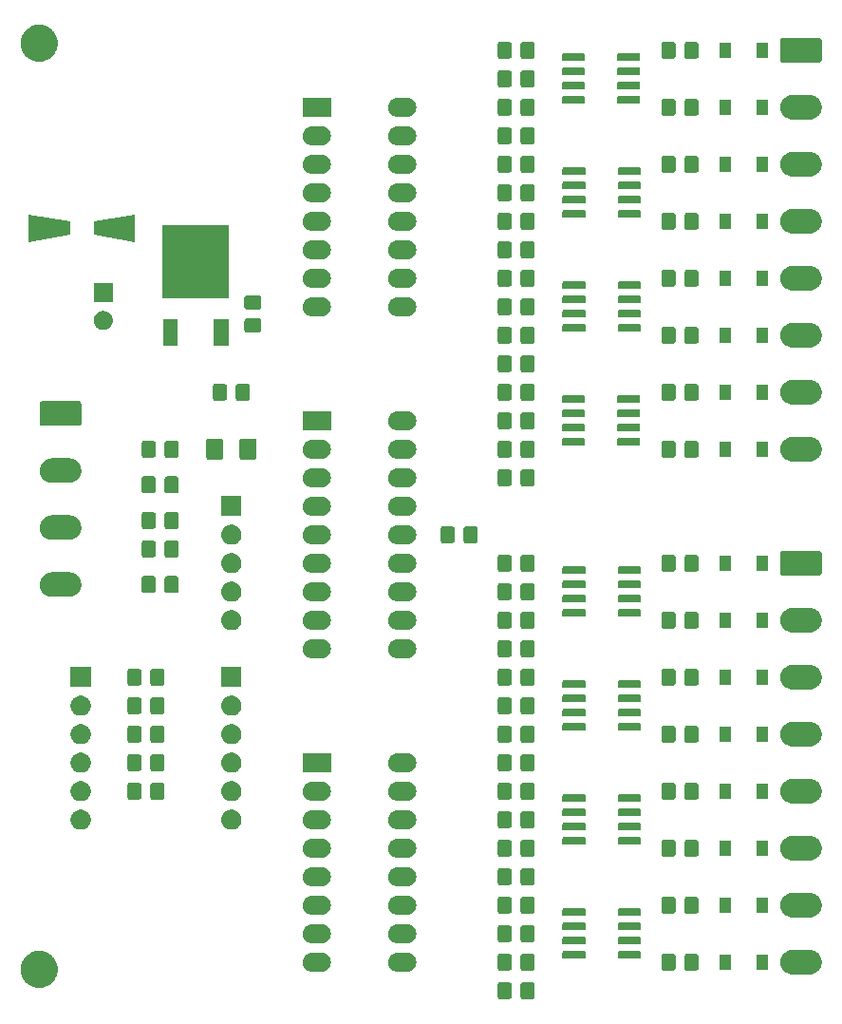
<source format=gts>
G04 #@! TF.GenerationSoftware,KiCad,Pcbnew,(5.1.0-846-g23d3ccbdc)*
G04 #@! TF.CreationDate,2019-06-03T17:31:47-07:00*
G04 #@! TF.ProjectId,R_Switch,525f5377-6974-4636-982e-6b696361645f,n/c*
G04 #@! TF.SameCoordinates,Original*
G04 #@! TF.FileFunction,Soldermask,Top*
G04 #@! TF.FilePolarity,Negative*
%FSLAX46Y46*%
G04 Gerber Fmt 4.6, Leading zero omitted, Abs format (unit mm)*
G04 Created by KiCad (PCBNEW (5.1.0-846-g23d3ccbdc)) date 2019-06-03 17:31:47*
%MOMM*%
%LPD*%
G04 APERTURE LIST*
%ADD10C,0.100000*%
G04 APERTURE END LIST*
D10*
G36*
X127882743Y-126897965D02*
G01*
X127942775Y-126932625D01*
X127983686Y-126981381D01*
X128016000Y-127101978D01*
X128016000Y-128173542D01*
X128002035Y-128252743D01*
X127967375Y-128312775D01*
X127918619Y-128353686D01*
X127798022Y-128386000D01*
X126976458Y-128386000D01*
X126897257Y-128372035D01*
X126837225Y-128337375D01*
X126796314Y-128288619D01*
X126764000Y-128168022D01*
X126764000Y-127096458D01*
X126777965Y-127017257D01*
X126812625Y-126957225D01*
X126861381Y-126916314D01*
X126981978Y-126884000D01*
X127803542Y-126884000D01*
X127882743Y-126897965D01*
X127882743Y-126897965D01*
G37*
G36*
X125832743Y-126897965D02*
G01*
X125892775Y-126932625D01*
X125933686Y-126981381D01*
X125966000Y-127101978D01*
X125966000Y-128173542D01*
X125952035Y-128252743D01*
X125917375Y-128312775D01*
X125868619Y-128353686D01*
X125748022Y-128386000D01*
X124926458Y-128386000D01*
X124847257Y-128372035D01*
X124787225Y-128337375D01*
X124746314Y-128288619D01*
X124714000Y-128168022D01*
X124714000Y-127096458D01*
X124727965Y-127017257D01*
X124762625Y-126957225D01*
X124811381Y-126916314D01*
X124931978Y-126884000D01*
X125753542Y-126884000D01*
X125832743Y-126897965D01*
X125832743Y-126897965D01*
G37*
G36*
X83893730Y-124079000D02*
G01*
X83949937Y-124079000D01*
X84020874Y-124090235D01*
X84087558Y-124096128D01*
X84144072Y-124109748D01*
X84206610Y-124119653D01*
X84268179Y-124139658D01*
X84326121Y-124153622D01*
X84386809Y-124178203D01*
X84453764Y-124199958D01*
X84505106Y-124226118D01*
X84553565Y-124245746D01*
X84616309Y-124282779D01*
X84685312Y-124317938D01*
X84726161Y-124347616D01*
X84764891Y-124370476D01*
X84827232Y-124421049D01*
X84895554Y-124470688D01*
X84926207Y-124501341D01*
X84955465Y-124525076D01*
X85014718Y-124589852D01*
X85079312Y-124654446D01*
X85100574Y-124683711D01*
X85121091Y-124706140D01*
X85174400Y-124785323D01*
X85232062Y-124864688D01*
X85245230Y-124890531D01*
X85258137Y-124909703D01*
X85302562Y-125003052D01*
X85350042Y-125096236D01*
X85356784Y-125116987D01*
X85363587Y-125131281D01*
X85396245Y-125238436D01*
X85430347Y-125343390D01*
X85432634Y-125357830D01*
X85435129Y-125366016D01*
X85453244Y-125487955D01*
X85471000Y-125600063D01*
X85471000Y-125859937D01*
X85462684Y-125912440D01*
X85461885Y-125941983D01*
X85444640Y-126026367D01*
X85430347Y-126116610D01*
X85419164Y-126151027D01*
X85413080Y-126180799D01*
X85380365Y-126270439D01*
X85350042Y-126363764D01*
X85336872Y-126389612D01*
X85328950Y-126411318D01*
X85279540Y-126502131D01*
X85232062Y-126595312D01*
X85219241Y-126612959D01*
X85211672Y-126626870D01*
X85144158Y-126716301D01*
X85079312Y-126805554D01*
X85068976Y-126815890D01*
X85063819Y-126822721D01*
X84975782Y-126909084D01*
X84895554Y-126989312D01*
X84889558Y-126993668D01*
X84888640Y-126994569D01*
X84713110Y-127121866D01*
X84685312Y-127142062D01*
X84584629Y-127193363D01*
X84472223Y-127251753D01*
X84465505Y-127254060D01*
X84453764Y-127260042D01*
X84347902Y-127294439D01*
X84240133Y-127331441D01*
X84225994Y-127334049D01*
X84206610Y-127340347D01*
X84102080Y-127356903D01*
X83998808Y-127375950D01*
X83977170Y-127376687D01*
X83949937Y-127381000D01*
X83850480Y-127381000D01*
X83753553Y-127384300D01*
X83724812Y-127381000D01*
X83690063Y-127381000D01*
X83598482Y-127366495D01*
X83509768Y-127356309D01*
X83474791Y-127346904D01*
X83433390Y-127340347D01*
X83351749Y-127313820D01*
X83272788Y-127292589D01*
X83232903Y-127275205D01*
X83186236Y-127260042D01*
X83115965Y-127224237D01*
X83047832Y-127194541D01*
X83004765Y-127167578D01*
X82954688Y-127142062D01*
X82896590Y-127099851D01*
X82839843Y-127064323D01*
X82795667Y-127026526D01*
X82744446Y-126989312D01*
X82698671Y-126943537D01*
X82653382Y-126904788D01*
X82610465Y-126855331D01*
X82560688Y-126805554D01*
X82526823Y-126758943D01*
X82492556Y-126719454D01*
X82453461Y-126657969D01*
X82407938Y-126595312D01*
X82385015Y-126550323D01*
X82360884Y-126512372D01*
X82328299Y-126439012D01*
X82289958Y-126363764D01*
X82276561Y-126322533D01*
X82261269Y-126288105D01*
X82237885Y-126203501D01*
X82209653Y-126116610D01*
X82203993Y-126080874D01*
X82195897Y-126051582D01*
X82184348Y-125956843D01*
X82169000Y-125859937D01*
X82169000Y-125830932D01*
X82166203Y-125807987D01*
X82169000Y-125704628D01*
X82169000Y-125600063D01*
X82172413Y-125578516D01*
X82172841Y-125562689D01*
X82192390Y-125452382D01*
X82209653Y-125343390D01*
X82214171Y-125329485D01*
X82215664Y-125321061D01*
X82254876Y-125204207D01*
X82289958Y-125096236D01*
X82293325Y-125089628D01*
X82293732Y-125088415D01*
X82391710Y-124896538D01*
X82407938Y-124864688D01*
X82474366Y-124773258D01*
X82548002Y-124670214D01*
X82552942Y-124665107D01*
X82560688Y-124654446D01*
X82639390Y-124575744D01*
X82718621Y-124493841D01*
X82730037Y-124485097D01*
X82744446Y-124470688D01*
X82830048Y-124408494D01*
X82913440Y-124344621D01*
X82932390Y-124334139D01*
X82954688Y-124317938D01*
X83043279Y-124272798D01*
X83128164Y-124225843D01*
X83155275Y-124215734D01*
X83186236Y-124199958D01*
X83274418Y-124171306D01*
X83358091Y-124140105D01*
X83393527Y-124132605D01*
X83433390Y-124119653D01*
X83518177Y-124106224D01*
X83598171Y-124089294D01*
X83641600Y-124086676D01*
X83690063Y-124079000D01*
X83768917Y-124079000D01*
X83843111Y-124074527D01*
X83893730Y-124079000D01*
X83893730Y-124079000D01*
G37*
G36*
X152836270Y-124044170D02*
G01*
X152853047Y-124050931D01*
X153022304Y-124118973D01*
X153023066Y-124119451D01*
X153029361Y-124121988D01*
X153106089Y-124171531D01*
X153187291Y-124222468D01*
X153192945Y-124227613D01*
X153204254Y-124234915D01*
X153267360Y-124295326D01*
X153331334Y-124353538D01*
X153340091Y-124364950D01*
X153354638Y-124378876D01*
X153401879Y-124445473D01*
X153449893Y-124508046D01*
X153459584Y-124526823D01*
X153475086Y-124548676D01*
X153506321Y-124617374D01*
X153539215Y-124681106D01*
X153547412Y-124707749D01*
X153561252Y-124738190D01*
X153577438Y-124805352D01*
X153596480Y-124867248D01*
X153600640Y-124901625D01*
X153610028Y-124940578D01*
X153612923Y-125003121D01*
X153619878Y-125060592D01*
X153617496Y-125101907D01*
X153619654Y-125148537D01*
X153611606Y-125204043D01*
X153608666Y-125255026D01*
X153597424Y-125301852D01*
X153589781Y-125354566D01*
X153573543Y-125401326D01*
X153563204Y-125444392D01*
X153541109Y-125494724D01*
X153521488Y-125551228D01*
X153500004Y-125588364D01*
X153484923Y-125622720D01*
X153450455Y-125674014D01*
X153417240Y-125731428D01*
X153393456Y-125758836D01*
X153376297Y-125784372D01*
X153328478Y-125833717D01*
X153280797Y-125888665D01*
X153257484Y-125906978D01*
X153240771Y-125924224D01*
X153179243Y-125968436D01*
X153117083Y-126017264D01*
X153096643Y-126027791D01*
X153082610Y-126037875D01*
X153007553Y-126073675D01*
X152932005Y-126112585D01*
X152916347Y-126117179D01*
X152906836Y-126121715D01*
X152818648Y-126145840D01*
X152732241Y-126171189D01*
X152722637Y-126172105D01*
X152718979Y-126173106D01*
X152613240Y-126182543D01*
X152577007Y-126186000D01*
X150970778Y-126186000D01*
X150693730Y-126145830D01*
X150676953Y-126139069D01*
X150507696Y-126071027D01*
X150506934Y-126070549D01*
X150500639Y-126068012D01*
X150423911Y-126018469D01*
X150342709Y-125967532D01*
X150337055Y-125962387D01*
X150325746Y-125955085D01*
X150262640Y-125894674D01*
X150198666Y-125836462D01*
X150189909Y-125825050D01*
X150175362Y-125811124D01*
X150128121Y-125744527D01*
X150080107Y-125681954D01*
X150070416Y-125663177D01*
X150054914Y-125641324D01*
X150023679Y-125572626D01*
X149990785Y-125508894D01*
X149982588Y-125482251D01*
X149968748Y-125451810D01*
X149952562Y-125384648D01*
X149933520Y-125322752D01*
X149929360Y-125288375D01*
X149919972Y-125249422D01*
X149917077Y-125186879D01*
X149910122Y-125129408D01*
X149912504Y-125088093D01*
X149910346Y-125041463D01*
X149918394Y-124985957D01*
X149921334Y-124934974D01*
X149932576Y-124888148D01*
X149940219Y-124835434D01*
X149956457Y-124788674D01*
X149966796Y-124745608D01*
X149988891Y-124695276D01*
X150008512Y-124638772D01*
X150029996Y-124601636D01*
X150045077Y-124567280D01*
X150079545Y-124515986D01*
X150112760Y-124458572D01*
X150136544Y-124431164D01*
X150153703Y-124405628D01*
X150201522Y-124356283D01*
X150249203Y-124301335D01*
X150272516Y-124283022D01*
X150289229Y-124265776D01*
X150350757Y-124221564D01*
X150412917Y-124172736D01*
X150433357Y-124162209D01*
X150447390Y-124152125D01*
X150522447Y-124116325D01*
X150597995Y-124077415D01*
X150613653Y-124072821D01*
X150623164Y-124068285D01*
X150711352Y-124044160D01*
X150797759Y-124018811D01*
X150807363Y-124017895D01*
X150811021Y-124016894D01*
X150916760Y-124007457D01*
X150952993Y-124004000D01*
X152559222Y-124004000D01*
X152836270Y-124044170D01*
X152836270Y-124044170D01*
G37*
G36*
X116742270Y-124261707D02*
G01*
X116866689Y-124280968D01*
X116871690Y-124283132D01*
X116880865Y-124284651D01*
X116953903Y-124318709D01*
X117022312Y-124348313D01*
X117032129Y-124355187D01*
X117048440Y-124362793D01*
X117107726Y-124408121D01*
X117163929Y-124447474D01*
X117176276Y-124460530D01*
X117195327Y-124475096D01*
X117239657Y-124527554D01*
X117282715Y-124573086D01*
X117295335Y-124593439D01*
X117314671Y-124616321D01*
X117343930Y-124671816D01*
X117373819Y-124720022D01*
X117384150Y-124748099D01*
X117400905Y-124779879D01*
X117415983Y-124834619D01*
X117433516Y-124882272D01*
X117438882Y-124917753D01*
X117450006Y-124958139D01*
X117452666Y-125008903D01*
X117459368Y-125053216D01*
X117457178Y-125094995D01*
X117459683Y-125142784D01*
X117452354Y-125187056D01*
X117450320Y-125225863D01*
X117438272Y-125272117D01*
X117429484Y-125325200D01*
X117415035Y-125361325D01*
X117406741Y-125393167D01*
X117383009Y-125441396D01*
X117360819Y-125496876D01*
X117342303Y-125524121D01*
X117330413Y-125548285D01*
X117293825Y-125595454D01*
X117256890Y-125649802D01*
X117237296Y-125668332D01*
X117224447Y-125684896D01*
X117174605Y-125727616D01*
X117122548Y-125776844D01*
X117104557Y-125787654D01*
X117093185Y-125797401D01*
X117030589Y-125832098D01*
X116964059Y-125872074D01*
X116949838Y-125876860D01*
X116941972Y-125881220D01*
X116867991Y-125904404D01*
X116788817Y-125931049D01*
X116779863Y-125932022D01*
X116777000Y-125932919D01*
X116693954Y-125941354D01*
X116651191Y-125946000D01*
X115774689Y-125946000D01*
X115667730Y-125928293D01*
X115543311Y-125909032D01*
X115538310Y-125906868D01*
X115529135Y-125905349D01*
X115456097Y-125871291D01*
X115387688Y-125841687D01*
X115377871Y-125834813D01*
X115361560Y-125827207D01*
X115302274Y-125781879D01*
X115246071Y-125742526D01*
X115233724Y-125729470D01*
X115214673Y-125714904D01*
X115170343Y-125662446D01*
X115127285Y-125616914D01*
X115114665Y-125596561D01*
X115095329Y-125573679D01*
X115066070Y-125518184D01*
X115036181Y-125469978D01*
X115025850Y-125441901D01*
X115009095Y-125410121D01*
X114994017Y-125355381D01*
X114976484Y-125307728D01*
X114971118Y-125272247D01*
X114959994Y-125231861D01*
X114957334Y-125181097D01*
X114950632Y-125136784D01*
X114952822Y-125095005D01*
X114950317Y-125047216D01*
X114957646Y-125002944D01*
X114959680Y-124964137D01*
X114971728Y-124917883D01*
X114980516Y-124864800D01*
X114994965Y-124828675D01*
X115003259Y-124796833D01*
X115026991Y-124748604D01*
X115049181Y-124693124D01*
X115067697Y-124665879D01*
X115079587Y-124641715D01*
X115116175Y-124594546D01*
X115153110Y-124540198D01*
X115172704Y-124521668D01*
X115185553Y-124505104D01*
X115235395Y-124462384D01*
X115287452Y-124413156D01*
X115305443Y-124402346D01*
X115316815Y-124392599D01*
X115379411Y-124357902D01*
X115445941Y-124317926D01*
X115460162Y-124313140D01*
X115468028Y-124308780D01*
X115542009Y-124285596D01*
X115621183Y-124258951D01*
X115630137Y-124257978D01*
X115633000Y-124257081D01*
X115716046Y-124248646D01*
X115758809Y-124244000D01*
X116635311Y-124244000D01*
X116742270Y-124261707D01*
X116742270Y-124261707D01*
G37*
G36*
X109122270Y-124261707D02*
G01*
X109246689Y-124280968D01*
X109251690Y-124283132D01*
X109260865Y-124284651D01*
X109333903Y-124318709D01*
X109402312Y-124348313D01*
X109412129Y-124355187D01*
X109428440Y-124362793D01*
X109487726Y-124408121D01*
X109543929Y-124447474D01*
X109556276Y-124460530D01*
X109575327Y-124475096D01*
X109619657Y-124527554D01*
X109662715Y-124573086D01*
X109675335Y-124593439D01*
X109694671Y-124616321D01*
X109723930Y-124671816D01*
X109753819Y-124720022D01*
X109764150Y-124748099D01*
X109780905Y-124779879D01*
X109795983Y-124834619D01*
X109813516Y-124882272D01*
X109818882Y-124917753D01*
X109830006Y-124958139D01*
X109832666Y-125008903D01*
X109839368Y-125053216D01*
X109837178Y-125094995D01*
X109839683Y-125142784D01*
X109832354Y-125187056D01*
X109830320Y-125225863D01*
X109818272Y-125272117D01*
X109809484Y-125325200D01*
X109795035Y-125361325D01*
X109786741Y-125393167D01*
X109763009Y-125441396D01*
X109740819Y-125496876D01*
X109722303Y-125524121D01*
X109710413Y-125548285D01*
X109673825Y-125595454D01*
X109636890Y-125649802D01*
X109617296Y-125668332D01*
X109604447Y-125684896D01*
X109554605Y-125727616D01*
X109502548Y-125776844D01*
X109484557Y-125787654D01*
X109473185Y-125797401D01*
X109410589Y-125832098D01*
X109344059Y-125872074D01*
X109329838Y-125876860D01*
X109321972Y-125881220D01*
X109247991Y-125904404D01*
X109168817Y-125931049D01*
X109159863Y-125932022D01*
X109157000Y-125932919D01*
X109073954Y-125941354D01*
X109031191Y-125946000D01*
X108154689Y-125946000D01*
X108047730Y-125928293D01*
X107923311Y-125909032D01*
X107918310Y-125906868D01*
X107909135Y-125905349D01*
X107836097Y-125871291D01*
X107767688Y-125841687D01*
X107757871Y-125834813D01*
X107741560Y-125827207D01*
X107682274Y-125781879D01*
X107626071Y-125742526D01*
X107613724Y-125729470D01*
X107594673Y-125714904D01*
X107550343Y-125662446D01*
X107507285Y-125616914D01*
X107494665Y-125596561D01*
X107475329Y-125573679D01*
X107446070Y-125518184D01*
X107416181Y-125469978D01*
X107405850Y-125441901D01*
X107389095Y-125410121D01*
X107374017Y-125355381D01*
X107356484Y-125307728D01*
X107351118Y-125272247D01*
X107339994Y-125231861D01*
X107337334Y-125181097D01*
X107330632Y-125136784D01*
X107332822Y-125095005D01*
X107330317Y-125047216D01*
X107337646Y-125002944D01*
X107339680Y-124964137D01*
X107351728Y-124917883D01*
X107360516Y-124864800D01*
X107374965Y-124828675D01*
X107383259Y-124796833D01*
X107406991Y-124748604D01*
X107429181Y-124693124D01*
X107447697Y-124665879D01*
X107459587Y-124641715D01*
X107496175Y-124594546D01*
X107533110Y-124540198D01*
X107552704Y-124521668D01*
X107565553Y-124505104D01*
X107615395Y-124462384D01*
X107667452Y-124413156D01*
X107685443Y-124402346D01*
X107696815Y-124392599D01*
X107759411Y-124357902D01*
X107825941Y-124317926D01*
X107840162Y-124313140D01*
X107848028Y-124308780D01*
X107922009Y-124285596D01*
X108001183Y-124258951D01*
X108010137Y-124257978D01*
X108013000Y-124257081D01*
X108096046Y-124248646D01*
X108138809Y-124244000D01*
X109015311Y-124244000D01*
X109122270Y-124261707D01*
X109122270Y-124261707D01*
G37*
G36*
X125832743Y-124357965D02*
G01*
X125892775Y-124392625D01*
X125933686Y-124441381D01*
X125966000Y-124561978D01*
X125966000Y-125633542D01*
X125952035Y-125712743D01*
X125917375Y-125772775D01*
X125868619Y-125813686D01*
X125748022Y-125846000D01*
X124926458Y-125846000D01*
X124847257Y-125832035D01*
X124787225Y-125797375D01*
X124746314Y-125748619D01*
X124714000Y-125628022D01*
X124714000Y-124556458D01*
X124727965Y-124477257D01*
X124762625Y-124417225D01*
X124811381Y-124376314D01*
X124931978Y-124344000D01*
X125753542Y-124344000D01*
X125832743Y-124357965D01*
X125832743Y-124357965D01*
G37*
G36*
X127882743Y-124357965D02*
G01*
X127942775Y-124392625D01*
X127983686Y-124441381D01*
X128016000Y-124561978D01*
X128016000Y-125633542D01*
X128002035Y-125712743D01*
X127967375Y-125772775D01*
X127918619Y-125813686D01*
X127798022Y-125846000D01*
X126976458Y-125846000D01*
X126897257Y-125832035D01*
X126837225Y-125797375D01*
X126796314Y-125748619D01*
X126764000Y-125628022D01*
X126764000Y-124556458D01*
X126777965Y-124477257D01*
X126812625Y-124417225D01*
X126861381Y-124376314D01*
X126981978Y-124344000D01*
X127803542Y-124344000D01*
X127882743Y-124357965D01*
X127882743Y-124357965D01*
G37*
G36*
X140437743Y-124357965D02*
G01*
X140497775Y-124392625D01*
X140538686Y-124441381D01*
X140571000Y-124561978D01*
X140571000Y-125633542D01*
X140557035Y-125712743D01*
X140522375Y-125772775D01*
X140473619Y-125813686D01*
X140353022Y-125846000D01*
X139531458Y-125846000D01*
X139452257Y-125832035D01*
X139392225Y-125797375D01*
X139351314Y-125748619D01*
X139319000Y-125628022D01*
X139319000Y-124556458D01*
X139332965Y-124477257D01*
X139367625Y-124417225D01*
X139416381Y-124376314D01*
X139536978Y-124344000D01*
X140358542Y-124344000D01*
X140437743Y-124357965D01*
X140437743Y-124357965D01*
G37*
G36*
X142487743Y-124357965D02*
G01*
X142547775Y-124392625D01*
X142588686Y-124441381D01*
X142621000Y-124561978D01*
X142621000Y-125633542D01*
X142607035Y-125712743D01*
X142572375Y-125772775D01*
X142523619Y-125813686D01*
X142403022Y-125846000D01*
X141581458Y-125846000D01*
X141502257Y-125832035D01*
X141442225Y-125797375D01*
X141401314Y-125748619D01*
X141369000Y-125628022D01*
X141369000Y-124556458D01*
X141382965Y-124477257D01*
X141417625Y-124417225D01*
X141466381Y-124376314D01*
X141586978Y-124344000D01*
X142408542Y-124344000D01*
X142487743Y-124357965D01*
X142487743Y-124357965D01*
G37*
G36*
X145536000Y-125746000D02*
G01*
X144534000Y-125746000D01*
X144534000Y-124444000D01*
X145536000Y-124444000D01*
X145536000Y-125746000D01*
X145536000Y-125746000D01*
G37*
G36*
X148836000Y-125746000D02*
G01*
X147834000Y-125746000D01*
X147834000Y-124444000D01*
X148836000Y-124444000D01*
X148836000Y-125746000D01*
X148836000Y-125746000D01*
G37*
G36*
X132467826Y-124121321D02*
G01*
X132504899Y-124148256D01*
X132529514Y-124190891D01*
X132536000Y-124231839D01*
X132536000Y-124684859D01*
X132523679Y-124742826D01*
X132496744Y-124779899D01*
X132454109Y-124804514D01*
X132413161Y-124811000D01*
X130610141Y-124811000D01*
X130552174Y-124798679D01*
X130515101Y-124771744D01*
X130490486Y-124729109D01*
X130484000Y-124688161D01*
X130484000Y-124235141D01*
X130496321Y-124177174D01*
X130523256Y-124140101D01*
X130565891Y-124115486D01*
X130606839Y-124109000D01*
X132409859Y-124109000D01*
X132467826Y-124121321D01*
X132467826Y-124121321D01*
G37*
G36*
X137417826Y-124121321D02*
G01*
X137454899Y-124148256D01*
X137479514Y-124190891D01*
X137486000Y-124231839D01*
X137486000Y-124684859D01*
X137473679Y-124742826D01*
X137446744Y-124779899D01*
X137404109Y-124804514D01*
X137363161Y-124811000D01*
X135560141Y-124811000D01*
X135502174Y-124798679D01*
X135465101Y-124771744D01*
X135440486Y-124729109D01*
X135434000Y-124688161D01*
X135434000Y-124235141D01*
X135446321Y-124177174D01*
X135473256Y-124140101D01*
X135515891Y-124115486D01*
X135556839Y-124109000D01*
X137359859Y-124109000D01*
X137417826Y-124121321D01*
X137417826Y-124121321D01*
G37*
G36*
X137417826Y-122851321D02*
G01*
X137454899Y-122878256D01*
X137479514Y-122920891D01*
X137486000Y-122961839D01*
X137486000Y-123414859D01*
X137473679Y-123472826D01*
X137446744Y-123509899D01*
X137404109Y-123534514D01*
X137363161Y-123541000D01*
X135560141Y-123541000D01*
X135502174Y-123528679D01*
X135465101Y-123501744D01*
X135440486Y-123459109D01*
X135434000Y-123418161D01*
X135434000Y-122965141D01*
X135446321Y-122907174D01*
X135473256Y-122870101D01*
X135515891Y-122845486D01*
X135556839Y-122839000D01*
X137359859Y-122839000D01*
X137417826Y-122851321D01*
X137417826Y-122851321D01*
G37*
G36*
X132467826Y-122851321D02*
G01*
X132504899Y-122878256D01*
X132529514Y-122920891D01*
X132536000Y-122961839D01*
X132536000Y-123414859D01*
X132523679Y-123472826D01*
X132496744Y-123509899D01*
X132454109Y-123534514D01*
X132413161Y-123541000D01*
X130610141Y-123541000D01*
X130552174Y-123528679D01*
X130515101Y-123501744D01*
X130490486Y-123459109D01*
X130484000Y-123418161D01*
X130484000Y-122965141D01*
X130496321Y-122907174D01*
X130523256Y-122870101D01*
X130565891Y-122845486D01*
X130606839Y-122839000D01*
X132409859Y-122839000D01*
X132467826Y-122851321D01*
X132467826Y-122851321D01*
G37*
G36*
X116742270Y-121721707D02*
G01*
X116866689Y-121740968D01*
X116871690Y-121743132D01*
X116880865Y-121744651D01*
X116953903Y-121778709D01*
X117022312Y-121808313D01*
X117032129Y-121815187D01*
X117048440Y-121822793D01*
X117107726Y-121868121D01*
X117163929Y-121907474D01*
X117176276Y-121920530D01*
X117195327Y-121935096D01*
X117239657Y-121987554D01*
X117282715Y-122033086D01*
X117295335Y-122053439D01*
X117314671Y-122076321D01*
X117343930Y-122131816D01*
X117373819Y-122180022D01*
X117384150Y-122208099D01*
X117400905Y-122239879D01*
X117415983Y-122294619D01*
X117433516Y-122342272D01*
X117438882Y-122377753D01*
X117450006Y-122418139D01*
X117452666Y-122468903D01*
X117459368Y-122513216D01*
X117457178Y-122554995D01*
X117459683Y-122602784D01*
X117452354Y-122647056D01*
X117450320Y-122685863D01*
X117438272Y-122732117D01*
X117429484Y-122785200D01*
X117415035Y-122821325D01*
X117406741Y-122853167D01*
X117383009Y-122901396D01*
X117360819Y-122956876D01*
X117342303Y-122984121D01*
X117330413Y-123008285D01*
X117293825Y-123055454D01*
X117256890Y-123109802D01*
X117237296Y-123128332D01*
X117224447Y-123144896D01*
X117174605Y-123187616D01*
X117122548Y-123236844D01*
X117104557Y-123247654D01*
X117093185Y-123257401D01*
X117030589Y-123292098D01*
X116964059Y-123332074D01*
X116949838Y-123336860D01*
X116941972Y-123341220D01*
X116867991Y-123364404D01*
X116788817Y-123391049D01*
X116779863Y-123392022D01*
X116777000Y-123392919D01*
X116693954Y-123401354D01*
X116651191Y-123406000D01*
X115774689Y-123406000D01*
X115667730Y-123388293D01*
X115543311Y-123369032D01*
X115538310Y-123366868D01*
X115529135Y-123365349D01*
X115456097Y-123331291D01*
X115387688Y-123301687D01*
X115377871Y-123294813D01*
X115361560Y-123287207D01*
X115302274Y-123241879D01*
X115246071Y-123202526D01*
X115233724Y-123189470D01*
X115214673Y-123174904D01*
X115170343Y-123122446D01*
X115127285Y-123076914D01*
X115114665Y-123056561D01*
X115095329Y-123033679D01*
X115066070Y-122978184D01*
X115036181Y-122929978D01*
X115025850Y-122901901D01*
X115009095Y-122870121D01*
X114994017Y-122815381D01*
X114976484Y-122767728D01*
X114971118Y-122732247D01*
X114959994Y-122691861D01*
X114957334Y-122641097D01*
X114950632Y-122596784D01*
X114952822Y-122555005D01*
X114950317Y-122507216D01*
X114957646Y-122462944D01*
X114959680Y-122424137D01*
X114971728Y-122377883D01*
X114980516Y-122324800D01*
X114994965Y-122288675D01*
X115003259Y-122256833D01*
X115026991Y-122208604D01*
X115049181Y-122153124D01*
X115067697Y-122125879D01*
X115079587Y-122101715D01*
X115116175Y-122054546D01*
X115153110Y-122000198D01*
X115172704Y-121981668D01*
X115185553Y-121965104D01*
X115235395Y-121922384D01*
X115287452Y-121873156D01*
X115305443Y-121862346D01*
X115316815Y-121852599D01*
X115379411Y-121817902D01*
X115445941Y-121777926D01*
X115460162Y-121773140D01*
X115468028Y-121768780D01*
X115542009Y-121745596D01*
X115621183Y-121718951D01*
X115630137Y-121717978D01*
X115633000Y-121717081D01*
X115716046Y-121708646D01*
X115758809Y-121704000D01*
X116635311Y-121704000D01*
X116742270Y-121721707D01*
X116742270Y-121721707D01*
G37*
G36*
X109122270Y-121721707D02*
G01*
X109246689Y-121740968D01*
X109251690Y-121743132D01*
X109260865Y-121744651D01*
X109333903Y-121778709D01*
X109402312Y-121808313D01*
X109412129Y-121815187D01*
X109428440Y-121822793D01*
X109487726Y-121868121D01*
X109543929Y-121907474D01*
X109556276Y-121920530D01*
X109575327Y-121935096D01*
X109619657Y-121987554D01*
X109662715Y-122033086D01*
X109675335Y-122053439D01*
X109694671Y-122076321D01*
X109723930Y-122131816D01*
X109753819Y-122180022D01*
X109764150Y-122208099D01*
X109780905Y-122239879D01*
X109795983Y-122294619D01*
X109813516Y-122342272D01*
X109818882Y-122377753D01*
X109830006Y-122418139D01*
X109832666Y-122468903D01*
X109839368Y-122513216D01*
X109837178Y-122554995D01*
X109839683Y-122602784D01*
X109832354Y-122647056D01*
X109830320Y-122685863D01*
X109818272Y-122732117D01*
X109809484Y-122785200D01*
X109795035Y-122821325D01*
X109786741Y-122853167D01*
X109763009Y-122901396D01*
X109740819Y-122956876D01*
X109722303Y-122984121D01*
X109710413Y-123008285D01*
X109673825Y-123055454D01*
X109636890Y-123109802D01*
X109617296Y-123128332D01*
X109604447Y-123144896D01*
X109554605Y-123187616D01*
X109502548Y-123236844D01*
X109484557Y-123247654D01*
X109473185Y-123257401D01*
X109410589Y-123292098D01*
X109344059Y-123332074D01*
X109329838Y-123336860D01*
X109321972Y-123341220D01*
X109247991Y-123364404D01*
X109168817Y-123391049D01*
X109159863Y-123392022D01*
X109157000Y-123392919D01*
X109073954Y-123401354D01*
X109031191Y-123406000D01*
X108154689Y-123406000D01*
X108047730Y-123388293D01*
X107923311Y-123369032D01*
X107918310Y-123366868D01*
X107909135Y-123365349D01*
X107836097Y-123331291D01*
X107767688Y-123301687D01*
X107757871Y-123294813D01*
X107741560Y-123287207D01*
X107682274Y-123241879D01*
X107626071Y-123202526D01*
X107613724Y-123189470D01*
X107594673Y-123174904D01*
X107550343Y-123122446D01*
X107507285Y-123076914D01*
X107494665Y-123056561D01*
X107475329Y-123033679D01*
X107446070Y-122978184D01*
X107416181Y-122929978D01*
X107405850Y-122901901D01*
X107389095Y-122870121D01*
X107374017Y-122815381D01*
X107356484Y-122767728D01*
X107351118Y-122732247D01*
X107339994Y-122691861D01*
X107337334Y-122641097D01*
X107330632Y-122596784D01*
X107332822Y-122555005D01*
X107330317Y-122507216D01*
X107337646Y-122462944D01*
X107339680Y-122424137D01*
X107351728Y-122377883D01*
X107360516Y-122324800D01*
X107374965Y-122288675D01*
X107383259Y-122256833D01*
X107406991Y-122208604D01*
X107429181Y-122153124D01*
X107447697Y-122125879D01*
X107459587Y-122101715D01*
X107496175Y-122054546D01*
X107533110Y-122000198D01*
X107552704Y-121981668D01*
X107565553Y-121965104D01*
X107615395Y-121922384D01*
X107667452Y-121873156D01*
X107685443Y-121862346D01*
X107696815Y-121852599D01*
X107759411Y-121817902D01*
X107825941Y-121777926D01*
X107840162Y-121773140D01*
X107848028Y-121768780D01*
X107922009Y-121745596D01*
X108001183Y-121718951D01*
X108010137Y-121717978D01*
X108013000Y-121717081D01*
X108096046Y-121708646D01*
X108138809Y-121704000D01*
X109015311Y-121704000D01*
X109122270Y-121721707D01*
X109122270Y-121721707D01*
G37*
G36*
X125832743Y-121817965D02*
G01*
X125892775Y-121852625D01*
X125933686Y-121901381D01*
X125966000Y-122021978D01*
X125966000Y-123093542D01*
X125952035Y-123172743D01*
X125917375Y-123232775D01*
X125868619Y-123273686D01*
X125748022Y-123306000D01*
X124926458Y-123306000D01*
X124847257Y-123292035D01*
X124787225Y-123257375D01*
X124746314Y-123208619D01*
X124714000Y-123088022D01*
X124714000Y-122016458D01*
X124727965Y-121937257D01*
X124762625Y-121877225D01*
X124811381Y-121836314D01*
X124931978Y-121804000D01*
X125753542Y-121804000D01*
X125832743Y-121817965D01*
X125832743Y-121817965D01*
G37*
G36*
X127882743Y-121817965D02*
G01*
X127942775Y-121852625D01*
X127983686Y-121901381D01*
X128016000Y-122021978D01*
X128016000Y-123093542D01*
X128002035Y-123172743D01*
X127967375Y-123232775D01*
X127918619Y-123273686D01*
X127798022Y-123306000D01*
X126976458Y-123306000D01*
X126897257Y-123292035D01*
X126837225Y-123257375D01*
X126796314Y-123208619D01*
X126764000Y-123088022D01*
X126764000Y-122016458D01*
X126777965Y-121937257D01*
X126812625Y-121877225D01*
X126861381Y-121836314D01*
X126981978Y-121804000D01*
X127803542Y-121804000D01*
X127882743Y-121817965D01*
X127882743Y-121817965D01*
G37*
G36*
X137417826Y-121581321D02*
G01*
X137454899Y-121608256D01*
X137479514Y-121650891D01*
X137486000Y-121691839D01*
X137486000Y-122144859D01*
X137473679Y-122202826D01*
X137446744Y-122239899D01*
X137404109Y-122264514D01*
X137363161Y-122271000D01*
X135560141Y-122271000D01*
X135502174Y-122258679D01*
X135465101Y-122231744D01*
X135440486Y-122189109D01*
X135434000Y-122148161D01*
X135434000Y-121695141D01*
X135446321Y-121637174D01*
X135473256Y-121600101D01*
X135515891Y-121575486D01*
X135556839Y-121569000D01*
X137359859Y-121569000D01*
X137417826Y-121581321D01*
X137417826Y-121581321D01*
G37*
G36*
X132467826Y-121581321D02*
G01*
X132504899Y-121608256D01*
X132529514Y-121650891D01*
X132536000Y-121691839D01*
X132536000Y-122144859D01*
X132523679Y-122202826D01*
X132496744Y-122239899D01*
X132454109Y-122264514D01*
X132413161Y-122271000D01*
X130610141Y-122271000D01*
X130552174Y-122258679D01*
X130515101Y-122231744D01*
X130490486Y-122189109D01*
X130484000Y-122148161D01*
X130484000Y-121695141D01*
X130496321Y-121637174D01*
X130523256Y-121600101D01*
X130565891Y-121575486D01*
X130606839Y-121569000D01*
X132409859Y-121569000D01*
X132467826Y-121581321D01*
X132467826Y-121581321D01*
G37*
G36*
X152836270Y-118964170D02*
G01*
X152853047Y-118970931D01*
X153022304Y-119038973D01*
X153023066Y-119039451D01*
X153029361Y-119041988D01*
X153106089Y-119091531D01*
X153187291Y-119142468D01*
X153192945Y-119147613D01*
X153204254Y-119154915D01*
X153267360Y-119215326D01*
X153331334Y-119273538D01*
X153340091Y-119284950D01*
X153354638Y-119298876D01*
X153401879Y-119365473D01*
X153449893Y-119428046D01*
X153459584Y-119446823D01*
X153475086Y-119468676D01*
X153506321Y-119537374D01*
X153539215Y-119601106D01*
X153547412Y-119627749D01*
X153561252Y-119658190D01*
X153577438Y-119725352D01*
X153596480Y-119787248D01*
X153600640Y-119821625D01*
X153610028Y-119860578D01*
X153612923Y-119923121D01*
X153619878Y-119980592D01*
X153617496Y-120021907D01*
X153619654Y-120068537D01*
X153611606Y-120124043D01*
X153608666Y-120175026D01*
X153597424Y-120221852D01*
X153589781Y-120274566D01*
X153573543Y-120321326D01*
X153563204Y-120364392D01*
X153541109Y-120414724D01*
X153521488Y-120471228D01*
X153500004Y-120508364D01*
X153484923Y-120542720D01*
X153450455Y-120594014D01*
X153417240Y-120651428D01*
X153393456Y-120678836D01*
X153376297Y-120704372D01*
X153328478Y-120753717D01*
X153280797Y-120808665D01*
X153257484Y-120826978D01*
X153240771Y-120844224D01*
X153179243Y-120888436D01*
X153117083Y-120937264D01*
X153096643Y-120947791D01*
X153082610Y-120957875D01*
X153007553Y-120993675D01*
X152932005Y-121032585D01*
X152916347Y-121037179D01*
X152906836Y-121041715D01*
X152818648Y-121065840D01*
X152732241Y-121091189D01*
X152722637Y-121092105D01*
X152718979Y-121093106D01*
X152613240Y-121102543D01*
X152577007Y-121106000D01*
X150970778Y-121106000D01*
X150693730Y-121065830D01*
X150676953Y-121059069D01*
X150507696Y-120991027D01*
X150506934Y-120990549D01*
X150500639Y-120988012D01*
X150423911Y-120938469D01*
X150342709Y-120887532D01*
X150337055Y-120882387D01*
X150325746Y-120875085D01*
X150262640Y-120814674D01*
X150198666Y-120756462D01*
X150189909Y-120745050D01*
X150175362Y-120731124D01*
X150128121Y-120664527D01*
X150080107Y-120601954D01*
X150070416Y-120583177D01*
X150054914Y-120561324D01*
X150023679Y-120492626D01*
X149990785Y-120428894D01*
X149982588Y-120402251D01*
X149968748Y-120371810D01*
X149952562Y-120304648D01*
X149933520Y-120242752D01*
X149929360Y-120208375D01*
X149919972Y-120169422D01*
X149917077Y-120106879D01*
X149910122Y-120049408D01*
X149912504Y-120008093D01*
X149910346Y-119961463D01*
X149918394Y-119905957D01*
X149921334Y-119854974D01*
X149932576Y-119808148D01*
X149940219Y-119755434D01*
X149956457Y-119708674D01*
X149966796Y-119665608D01*
X149988891Y-119615276D01*
X150008512Y-119558772D01*
X150029996Y-119521636D01*
X150045077Y-119487280D01*
X150079545Y-119435986D01*
X150112760Y-119378572D01*
X150136544Y-119351164D01*
X150153703Y-119325628D01*
X150201522Y-119276283D01*
X150249203Y-119221335D01*
X150272516Y-119203022D01*
X150289229Y-119185776D01*
X150350757Y-119141564D01*
X150412917Y-119092736D01*
X150433357Y-119082209D01*
X150447390Y-119072125D01*
X150522447Y-119036325D01*
X150597995Y-118997415D01*
X150613653Y-118992821D01*
X150623164Y-118988285D01*
X150711352Y-118964160D01*
X150797759Y-118938811D01*
X150807363Y-118937895D01*
X150811021Y-118936894D01*
X150916760Y-118927457D01*
X150952993Y-118924000D01*
X152559222Y-118924000D01*
X152836270Y-118964170D01*
X152836270Y-118964170D01*
G37*
G36*
X137417826Y-120311321D02*
G01*
X137454899Y-120338256D01*
X137479514Y-120380891D01*
X137486000Y-120421839D01*
X137486000Y-120874859D01*
X137473679Y-120932826D01*
X137446744Y-120969899D01*
X137404109Y-120994514D01*
X137363161Y-121001000D01*
X135560141Y-121001000D01*
X135502174Y-120988679D01*
X135465101Y-120961744D01*
X135440486Y-120919109D01*
X135434000Y-120878161D01*
X135434000Y-120425141D01*
X135446321Y-120367174D01*
X135473256Y-120330101D01*
X135515891Y-120305486D01*
X135556839Y-120299000D01*
X137359859Y-120299000D01*
X137417826Y-120311321D01*
X137417826Y-120311321D01*
G37*
G36*
X132467826Y-120311321D02*
G01*
X132504899Y-120338256D01*
X132529514Y-120380891D01*
X132536000Y-120421839D01*
X132536000Y-120874859D01*
X132523679Y-120932826D01*
X132496744Y-120969899D01*
X132454109Y-120994514D01*
X132413161Y-121001000D01*
X130610141Y-121001000D01*
X130552174Y-120988679D01*
X130515101Y-120961744D01*
X130490486Y-120919109D01*
X130484000Y-120878161D01*
X130484000Y-120425141D01*
X130496321Y-120367174D01*
X130523256Y-120330101D01*
X130565891Y-120305486D01*
X130606839Y-120299000D01*
X132409859Y-120299000D01*
X132467826Y-120311321D01*
X132467826Y-120311321D01*
G37*
G36*
X116742270Y-119181707D02*
G01*
X116866689Y-119200968D01*
X116871690Y-119203132D01*
X116880865Y-119204651D01*
X116953903Y-119238709D01*
X117022312Y-119268313D01*
X117032129Y-119275187D01*
X117048440Y-119282793D01*
X117107726Y-119328121D01*
X117163929Y-119367474D01*
X117176276Y-119380530D01*
X117195327Y-119395096D01*
X117239657Y-119447554D01*
X117282715Y-119493086D01*
X117295335Y-119513439D01*
X117314671Y-119536321D01*
X117343930Y-119591816D01*
X117373819Y-119640022D01*
X117384150Y-119668099D01*
X117400905Y-119699879D01*
X117415983Y-119754619D01*
X117433516Y-119802272D01*
X117438882Y-119837753D01*
X117450006Y-119878139D01*
X117452666Y-119928903D01*
X117459368Y-119973216D01*
X117457178Y-120014995D01*
X117459683Y-120062784D01*
X117452354Y-120107056D01*
X117450320Y-120145863D01*
X117438272Y-120192117D01*
X117429484Y-120245200D01*
X117415035Y-120281325D01*
X117406741Y-120313167D01*
X117383009Y-120361396D01*
X117360819Y-120416876D01*
X117342303Y-120444121D01*
X117330413Y-120468285D01*
X117293825Y-120515454D01*
X117256890Y-120569802D01*
X117237296Y-120588332D01*
X117224447Y-120604896D01*
X117174605Y-120647616D01*
X117122548Y-120696844D01*
X117104557Y-120707654D01*
X117093185Y-120717401D01*
X117030589Y-120752098D01*
X116964059Y-120792074D01*
X116949838Y-120796860D01*
X116941972Y-120801220D01*
X116867991Y-120824404D01*
X116788817Y-120851049D01*
X116779863Y-120852022D01*
X116777000Y-120852919D01*
X116693954Y-120861354D01*
X116651191Y-120866000D01*
X115774689Y-120866000D01*
X115667730Y-120848293D01*
X115543311Y-120829032D01*
X115538310Y-120826868D01*
X115529135Y-120825349D01*
X115456097Y-120791291D01*
X115387688Y-120761687D01*
X115377871Y-120754813D01*
X115361560Y-120747207D01*
X115302274Y-120701879D01*
X115246071Y-120662526D01*
X115233724Y-120649470D01*
X115214673Y-120634904D01*
X115170343Y-120582446D01*
X115127285Y-120536914D01*
X115114665Y-120516561D01*
X115095329Y-120493679D01*
X115066070Y-120438184D01*
X115036181Y-120389978D01*
X115025850Y-120361901D01*
X115009095Y-120330121D01*
X114994017Y-120275381D01*
X114976484Y-120227728D01*
X114971118Y-120192247D01*
X114959994Y-120151861D01*
X114957334Y-120101097D01*
X114950632Y-120056784D01*
X114952822Y-120015005D01*
X114950317Y-119967216D01*
X114957646Y-119922944D01*
X114959680Y-119884137D01*
X114971728Y-119837883D01*
X114980516Y-119784800D01*
X114994965Y-119748675D01*
X115003259Y-119716833D01*
X115026991Y-119668604D01*
X115049181Y-119613124D01*
X115067697Y-119585879D01*
X115079587Y-119561715D01*
X115116175Y-119514546D01*
X115153110Y-119460198D01*
X115172704Y-119441668D01*
X115185553Y-119425104D01*
X115235395Y-119382384D01*
X115287452Y-119333156D01*
X115305443Y-119322346D01*
X115316815Y-119312599D01*
X115379411Y-119277902D01*
X115445941Y-119237926D01*
X115460162Y-119233140D01*
X115468028Y-119228780D01*
X115542009Y-119205596D01*
X115621183Y-119178951D01*
X115630137Y-119177978D01*
X115633000Y-119177081D01*
X115716046Y-119168646D01*
X115758809Y-119164000D01*
X116635311Y-119164000D01*
X116742270Y-119181707D01*
X116742270Y-119181707D01*
G37*
G36*
X109122270Y-119181707D02*
G01*
X109246689Y-119200968D01*
X109251690Y-119203132D01*
X109260865Y-119204651D01*
X109333903Y-119238709D01*
X109402312Y-119268313D01*
X109412129Y-119275187D01*
X109428440Y-119282793D01*
X109487726Y-119328121D01*
X109543929Y-119367474D01*
X109556276Y-119380530D01*
X109575327Y-119395096D01*
X109619657Y-119447554D01*
X109662715Y-119493086D01*
X109675335Y-119513439D01*
X109694671Y-119536321D01*
X109723930Y-119591816D01*
X109753819Y-119640022D01*
X109764150Y-119668099D01*
X109780905Y-119699879D01*
X109795983Y-119754619D01*
X109813516Y-119802272D01*
X109818882Y-119837753D01*
X109830006Y-119878139D01*
X109832666Y-119928903D01*
X109839368Y-119973216D01*
X109837178Y-120014995D01*
X109839683Y-120062784D01*
X109832354Y-120107056D01*
X109830320Y-120145863D01*
X109818272Y-120192117D01*
X109809484Y-120245200D01*
X109795035Y-120281325D01*
X109786741Y-120313167D01*
X109763009Y-120361396D01*
X109740819Y-120416876D01*
X109722303Y-120444121D01*
X109710413Y-120468285D01*
X109673825Y-120515454D01*
X109636890Y-120569802D01*
X109617296Y-120588332D01*
X109604447Y-120604896D01*
X109554605Y-120647616D01*
X109502548Y-120696844D01*
X109484557Y-120707654D01*
X109473185Y-120717401D01*
X109410589Y-120752098D01*
X109344059Y-120792074D01*
X109329838Y-120796860D01*
X109321972Y-120801220D01*
X109247991Y-120824404D01*
X109168817Y-120851049D01*
X109159863Y-120852022D01*
X109157000Y-120852919D01*
X109073954Y-120861354D01*
X109031191Y-120866000D01*
X108154689Y-120866000D01*
X108047730Y-120848293D01*
X107923311Y-120829032D01*
X107918310Y-120826868D01*
X107909135Y-120825349D01*
X107836097Y-120791291D01*
X107767688Y-120761687D01*
X107757871Y-120754813D01*
X107741560Y-120747207D01*
X107682274Y-120701879D01*
X107626071Y-120662526D01*
X107613724Y-120649470D01*
X107594673Y-120634904D01*
X107550343Y-120582446D01*
X107507285Y-120536914D01*
X107494665Y-120516561D01*
X107475329Y-120493679D01*
X107446070Y-120438184D01*
X107416181Y-120389978D01*
X107405850Y-120361901D01*
X107389095Y-120330121D01*
X107374017Y-120275381D01*
X107356484Y-120227728D01*
X107351118Y-120192247D01*
X107339994Y-120151861D01*
X107337334Y-120101097D01*
X107330632Y-120056784D01*
X107332822Y-120015005D01*
X107330317Y-119967216D01*
X107337646Y-119922944D01*
X107339680Y-119884137D01*
X107351728Y-119837883D01*
X107360516Y-119784800D01*
X107374965Y-119748675D01*
X107383259Y-119716833D01*
X107406991Y-119668604D01*
X107429181Y-119613124D01*
X107447697Y-119585879D01*
X107459587Y-119561715D01*
X107496175Y-119514546D01*
X107533110Y-119460198D01*
X107552704Y-119441668D01*
X107565553Y-119425104D01*
X107615395Y-119382384D01*
X107667452Y-119333156D01*
X107685443Y-119322346D01*
X107696815Y-119312599D01*
X107759411Y-119277902D01*
X107825941Y-119237926D01*
X107840162Y-119233140D01*
X107848028Y-119228780D01*
X107922009Y-119205596D01*
X108001183Y-119178951D01*
X108010137Y-119177978D01*
X108013000Y-119177081D01*
X108096046Y-119168646D01*
X108138809Y-119164000D01*
X109015311Y-119164000D01*
X109122270Y-119181707D01*
X109122270Y-119181707D01*
G37*
G36*
X125832743Y-119277965D02*
G01*
X125892775Y-119312625D01*
X125933686Y-119361381D01*
X125966000Y-119481978D01*
X125966000Y-120553542D01*
X125952035Y-120632743D01*
X125917375Y-120692775D01*
X125868619Y-120733686D01*
X125748022Y-120766000D01*
X124926458Y-120766000D01*
X124847257Y-120752035D01*
X124787225Y-120717375D01*
X124746314Y-120668619D01*
X124714000Y-120548022D01*
X124714000Y-119476458D01*
X124727965Y-119397257D01*
X124762625Y-119337225D01*
X124811381Y-119296314D01*
X124931978Y-119264000D01*
X125753542Y-119264000D01*
X125832743Y-119277965D01*
X125832743Y-119277965D01*
G37*
G36*
X127882743Y-119277965D02*
G01*
X127942775Y-119312625D01*
X127983686Y-119361381D01*
X128016000Y-119481978D01*
X128016000Y-120553542D01*
X128002035Y-120632743D01*
X127967375Y-120692775D01*
X127918619Y-120733686D01*
X127798022Y-120766000D01*
X126976458Y-120766000D01*
X126897257Y-120752035D01*
X126837225Y-120717375D01*
X126796314Y-120668619D01*
X126764000Y-120548022D01*
X126764000Y-119476458D01*
X126777965Y-119397257D01*
X126812625Y-119337225D01*
X126861381Y-119296314D01*
X126981978Y-119264000D01*
X127803542Y-119264000D01*
X127882743Y-119277965D01*
X127882743Y-119277965D01*
G37*
G36*
X142487743Y-119277965D02*
G01*
X142547775Y-119312625D01*
X142588686Y-119361381D01*
X142621000Y-119481978D01*
X142621000Y-120553542D01*
X142607035Y-120632743D01*
X142572375Y-120692775D01*
X142523619Y-120733686D01*
X142403022Y-120766000D01*
X141581458Y-120766000D01*
X141502257Y-120752035D01*
X141442225Y-120717375D01*
X141401314Y-120668619D01*
X141369000Y-120548022D01*
X141369000Y-119476458D01*
X141382965Y-119397257D01*
X141417625Y-119337225D01*
X141466381Y-119296314D01*
X141586978Y-119264000D01*
X142408542Y-119264000D01*
X142487743Y-119277965D01*
X142487743Y-119277965D01*
G37*
G36*
X140437743Y-119277965D02*
G01*
X140497775Y-119312625D01*
X140538686Y-119361381D01*
X140571000Y-119481978D01*
X140571000Y-120553542D01*
X140557035Y-120632743D01*
X140522375Y-120692775D01*
X140473619Y-120733686D01*
X140353022Y-120766000D01*
X139531458Y-120766000D01*
X139452257Y-120752035D01*
X139392225Y-120717375D01*
X139351314Y-120668619D01*
X139319000Y-120548022D01*
X139319000Y-119476458D01*
X139332965Y-119397257D01*
X139367625Y-119337225D01*
X139416381Y-119296314D01*
X139536978Y-119264000D01*
X140358542Y-119264000D01*
X140437743Y-119277965D01*
X140437743Y-119277965D01*
G37*
G36*
X145536000Y-120666000D02*
G01*
X144534000Y-120666000D01*
X144534000Y-119364000D01*
X145536000Y-119364000D01*
X145536000Y-120666000D01*
X145536000Y-120666000D01*
G37*
G36*
X148836000Y-120666000D02*
G01*
X147834000Y-120666000D01*
X147834000Y-119364000D01*
X148836000Y-119364000D01*
X148836000Y-120666000D01*
X148836000Y-120666000D01*
G37*
G36*
X116742270Y-116641707D02*
G01*
X116866689Y-116660968D01*
X116871690Y-116663132D01*
X116880865Y-116664651D01*
X116953903Y-116698709D01*
X117022312Y-116728313D01*
X117032129Y-116735187D01*
X117048440Y-116742793D01*
X117107726Y-116788121D01*
X117163929Y-116827474D01*
X117176276Y-116840530D01*
X117195327Y-116855096D01*
X117239657Y-116907554D01*
X117282715Y-116953086D01*
X117295335Y-116973439D01*
X117314671Y-116996321D01*
X117343930Y-117051816D01*
X117373819Y-117100022D01*
X117384150Y-117128099D01*
X117400905Y-117159879D01*
X117415983Y-117214619D01*
X117433516Y-117262272D01*
X117438882Y-117297753D01*
X117450006Y-117338139D01*
X117452666Y-117388903D01*
X117459368Y-117433216D01*
X117457178Y-117474995D01*
X117459683Y-117522784D01*
X117452354Y-117567056D01*
X117450320Y-117605863D01*
X117438272Y-117652117D01*
X117429484Y-117705200D01*
X117415035Y-117741325D01*
X117406741Y-117773167D01*
X117383009Y-117821396D01*
X117360819Y-117876876D01*
X117342303Y-117904121D01*
X117330413Y-117928285D01*
X117293825Y-117975454D01*
X117256890Y-118029802D01*
X117237296Y-118048332D01*
X117224447Y-118064896D01*
X117174605Y-118107616D01*
X117122548Y-118156844D01*
X117104557Y-118167654D01*
X117093185Y-118177401D01*
X117030589Y-118212098D01*
X116964059Y-118252074D01*
X116949838Y-118256860D01*
X116941972Y-118261220D01*
X116867991Y-118284404D01*
X116788817Y-118311049D01*
X116779863Y-118312022D01*
X116777000Y-118312919D01*
X116693954Y-118321354D01*
X116651191Y-118326000D01*
X115774689Y-118326000D01*
X115667730Y-118308293D01*
X115543311Y-118289032D01*
X115538310Y-118286868D01*
X115529135Y-118285349D01*
X115456097Y-118251291D01*
X115387688Y-118221687D01*
X115377871Y-118214813D01*
X115361560Y-118207207D01*
X115302274Y-118161879D01*
X115246071Y-118122526D01*
X115233724Y-118109470D01*
X115214673Y-118094904D01*
X115170343Y-118042446D01*
X115127285Y-117996914D01*
X115114665Y-117976561D01*
X115095329Y-117953679D01*
X115066070Y-117898184D01*
X115036181Y-117849978D01*
X115025850Y-117821901D01*
X115009095Y-117790121D01*
X114994017Y-117735381D01*
X114976484Y-117687728D01*
X114971118Y-117652247D01*
X114959994Y-117611861D01*
X114957334Y-117561097D01*
X114950632Y-117516784D01*
X114952822Y-117475005D01*
X114950317Y-117427216D01*
X114957646Y-117382944D01*
X114959680Y-117344137D01*
X114971728Y-117297883D01*
X114980516Y-117244800D01*
X114994965Y-117208675D01*
X115003259Y-117176833D01*
X115026991Y-117128604D01*
X115049181Y-117073124D01*
X115067697Y-117045879D01*
X115079587Y-117021715D01*
X115116175Y-116974546D01*
X115153110Y-116920198D01*
X115172704Y-116901668D01*
X115185553Y-116885104D01*
X115235395Y-116842384D01*
X115287452Y-116793156D01*
X115305443Y-116782346D01*
X115316815Y-116772599D01*
X115379411Y-116737902D01*
X115445941Y-116697926D01*
X115460162Y-116693140D01*
X115468028Y-116688780D01*
X115542009Y-116665596D01*
X115621183Y-116638951D01*
X115630137Y-116637978D01*
X115633000Y-116637081D01*
X115716046Y-116628646D01*
X115758809Y-116624000D01*
X116635311Y-116624000D01*
X116742270Y-116641707D01*
X116742270Y-116641707D01*
G37*
G36*
X109122270Y-116641707D02*
G01*
X109246689Y-116660968D01*
X109251690Y-116663132D01*
X109260865Y-116664651D01*
X109333903Y-116698709D01*
X109402312Y-116728313D01*
X109412129Y-116735187D01*
X109428440Y-116742793D01*
X109487726Y-116788121D01*
X109543929Y-116827474D01*
X109556276Y-116840530D01*
X109575327Y-116855096D01*
X109619657Y-116907554D01*
X109662715Y-116953086D01*
X109675335Y-116973439D01*
X109694671Y-116996321D01*
X109723930Y-117051816D01*
X109753819Y-117100022D01*
X109764150Y-117128099D01*
X109780905Y-117159879D01*
X109795983Y-117214619D01*
X109813516Y-117262272D01*
X109818882Y-117297753D01*
X109830006Y-117338139D01*
X109832666Y-117388903D01*
X109839368Y-117433216D01*
X109837178Y-117474995D01*
X109839683Y-117522784D01*
X109832354Y-117567056D01*
X109830320Y-117605863D01*
X109818272Y-117652117D01*
X109809484Y-117705200D01*
X109795035Y-117741325D01*
X109786741Y-117773167D01*
X109763009Y-117821396D01*
X109740819Y-117876876D01*
X109722303Y-117904121D01*
X109710413Y-117928285D01*
X109673825Y-117975454D01*
X109636890Y-118029802D01*
X109617296Y-118048332D01*
X109604447Y-118064896D01*
X109554605Y-118107616D01*
X109502548Y-118156844D01*
X109484557Y-118167654D01*
X109473185Y-118177401D01*
X109410589Y-118212098D01*
X109344059Y-118252074D01*
X109329838Y-118256860D01*
X109321972Y-118261220D01*
X109247991Y-118284404D01*
X109168817Y-118311049D01*
X109159863Y-118312022D01*
X109157000Y-118312919D01*
X109073954Y-118321354D01*
X109031191Y-118326000D01*
X108154689Y-118326000D01*
X108047730Y-118308293D01*
X107923311Y-118289032D01*
X107918310Y-118286868D01*
X107909135Y-118285349D01*
X107836097Y-118251291D01*
X107767688Y-118221687D01*
X107757871Y-118214813D01*
X107741560Y-118207207D01*
X107682274Y-118161879D01*
X107626071Y-118122526D01*
X107613724Y-118109470D01*
X107594673Y-118094904D01*
X107550343Y-118042446D01*
X107507285Y-117996914D01*
X107494665Y-117976561D01*
X107475329Y-117953679D01*
X107446070Y-117898184D01*
X107416181Y-117849978D01*
X107405850Y-117821901D01*
X107389095Y-117790121D01*
X107374017Y-117735381D01*
X107356484Y-117687728D01*
X107351118Y-117652247D01*
X107339994Y-117611861D01*
X107337334Y-117561097D01*
X107330632Y-117516784D01*
X107332822Y-117475005D01*
X107330317Y-117427216D01*
X107337646Y-117382944D01*
X107339680Y-117344137D01*
X107351728Y-117297883D01*
X107360516Y-117244800D01*
X107374965Y-117208675D01*
X107383259Y-117176833D01*
X107406991Y-117128604D01*
X107429181Y-117073124D01*
X107447697Y-117045879D01*
X107459587Y-117021715D01*
X107496175Y-116974546D01*
X107533110Y-116920198D01*
X107552704Y-116901668D01*
X107565553Y-116885104D01*
X107615395Y-116842384D01*
X107667452Y-116793156D01*
X107685443Y-116782346D01*
X107696815Y-116772599D01*
X107759411Y-116737902D01*
X107825941Y-116697926D01*
X107840162Y-116693140D01*
X107848028Y-116688780D01*
X107922009Y-116665596D01*
X108001183Y-116638951D01*
X108010137Y-116637978D01*
X108013000Y-116637081D01*
X108096046Y-116628646D01*
X108138809Y-116624000D01*
X109015311Y-116624000D01*
X109122270Y-116641707D01*
X109122270Y-116641707D01*
G37*
G36*
X125832743Y-116737965D02*
G01*
X125892775Y-116772625D01*
X125933686Y-116821381D01*
X125966000Y-116941978D01*
X125966000Y-118013542D01*
X125952035Y-118092743D01*
X125917375Y-118152775D01*
X125868619Y-118193686D01*
X125748022Y-118226000D01*
X124926458Y-118226000D01*
X124847257Y-118212035D01*
X124787225Y-118177375D01*
X124746314Y-118128619D01*
X124714000Y-118008022D01*
X124714000Y-116936458D01*
X124727965Y-116857257D01*
X124762625Y-116797225D01*
X124811381Y-116756314D01*
X124931978Y-116724000D01*
X125753542Y-116724000D01*
X125832743Y-116737965D01*
X125832743Y-116737965D01*
G37*
G36*
X127882743Y-116737965D02*
G01*
X127942775Y-116772625D01*
X127983686Y-116821381D01*
X128016000Y-116941978D01*
X128016000Y-118013542D01*
X128002035Y-118092743D01*
X127967375Y-118152775D01*
X127918619Y-118193686D01*
X127798022Y-118226000D01*
X126976458Y-118226000D01*
X126897257Y-118212035D01*
X126837225Y-118177375D01*
X126796314Y-118128619D01*
X126764000Y-118008022D01*
X126764000Y-116936458D01*
X126777965Y-116857257D01*
X126812625Y-116797225D01*
X126861381Y-116756314D01*
X126981978Y-116724000D01*
X127803542Y-116724000D01*
X127882743Y-116737965D01*
X127882743Y-116737965D01*
G37*
G36*
X152836270Y-113884170D02*
G01*
X152853047Y-113890931D01*
X153022304Y-113958973D01*
X153023066Y-113959451D01*
X153029361Y-113961988D01*
X153106089Y-114011531D01*
X153187291Y-114062468D01*
X153192945Y-114067613D01*
X153204254Y-114074915D01*
X153267360Y-114135326D01*
X153331334Y-114193538D01*
X153340091Y-114204950D01*
X153354638Y-114218876D01*
X153401879Y-114285473D01*
X153449893Y-114348046D01*
X153459584Y-114366823D01*
X153475086Y-114388676D01*
X153506321Y-114457374D01*
X153539215Y-114521106D01*
X153547412Y-114547749D01*
X153561252Y-114578190D01*
X153577438Y-114645352D01*
X153596480Y-114707248D01*
X153600640Y-114741625D01*
X153610028Y-114780578D01*
X153612923Y-114843121D01*
X153619878Y-114900592D01*
X153617496Y-114941907D01*
X153619654Y-114988537D01*
X153611606Y-115044043D01*
X153608666Y-115095026D01*
X153597424Y-115141852D01*
X153589781Y-115194566D01*
X153573543Y-115241326D01*
X153563204Y-115284392D01*
X153541109Y-115334724D01*
X153521488Y-115391228D01*
X153500004Y-115428364D01*
X153484923Y-115462720D01*
X153450455Y-115514014D01*
X153417240Y-115571428D01*
X153393456Y-115598836D01*
X153376297Y-115624372D01*
X153328478Y-115673717D01*
X153280797Y-115728665D01*
X153257484Y-115746978D01*
X153240771Y-115764224D01*
X153179243Y-115808436D01*
X153117083Y-115857264D01*
X153096643Y-115867791D01*
X153082610Y-115877875D01*
X153007553Y-115913675D01*
X152932005Y-115952585D01*
X152916347Y-115957179D01*
X152906836Y-115961715D01*
X152818648Y-115985840D01*
X152732241Y-116011189D01*
X152722637Y-116012105D01*
X152718979Y-116013106D01*
X152613240Y-116022543D01*
X152577007Y-116026000D01*
X150970778Y-116026000D01*
X150693730Y-115985830D01*
X150676953Y-115979069D01*
X150507696Y-115911027D01*
X150506934Y-115910549D01*
X150500639Y-115908012D01*
X150423911Y-115858469D01*
X150342709Y-115807532D01*
X150337055Y-115802387D01*
X150325746Y-115795085D01*
X150262640Y-115734674D01*
X150198666Y-115676462D01*
X150189909Y-115665050D01*
X150175362Y-115651124D01*
X150128121Y-115584527D01*
X150080107Y-115521954D01*
X150070416Y-115503177D01*
X150054914Y-115481324D01*
X150023679Y-115412626D01*
X149990785Y-115348894D01*
X149982588Y-115322251D01*
X149968748Y-115291810D01*
X149952562Y-115224648D01*
X149933520Y-115162752D01*
X149929360Y-115128375D01*
X149919972Y-115089422D01*
X149917077Y-115026879D01*
X149910122Y-114969408D01*
X149912504Y-114928093D01*
X149910346Y-114881463D01*
X149918394Y-114825957D01*
X149921334Y-114774974D01*
X149932576Y-114728148D01*
X149940219Y-114675434D01*
X149956457Y-114628674D01*
X149966796Y-114585608D01*
X149988891Y-114535276D01*
X150008512Y-114478772D01*
X150029996Y-114441636D01*
X150045077Y-114407280D01*
X150079545Y-114355986D01*
X150112760Y-114298572D01*
X150136544Y-114271164D01*
X150153703Y-114245628D01*
X150201522Y-114196283D01*
X150249203Y-114141335D01*
X150272516Y-114123022D01*
X150289229Y-114105776D01*
X150350757Y-114061564D01*
X150412917Y-114012736D01*
X150433357Y-114002209D01*
X150447390Y-113992125D01*
X150522447Y-113956325D01*
X150597995Y-113917415D01*
X150613653Y-113912821D01*
X150623164Y-113908285D01*
X150711352Y-113884160D01*
X150797759Y-113858811D01*
X150807363Y-113857895D01*
X150811021Y-113856894D01*
X150916760Y-113847457D01*
X150952993Y-113844000D01*
X152559222Y-113844000D01*
X152836270Y-113884170D01*
X152836270Y-113884170D01*
G37*
G36*
X109122270Y-114101707D02*
G01*
X109246689Y-114120968D01*
X109251690Y-114123132D01*
X109260865Y-114124651D01*
X109333903Y-114158709D01*
X109402312Y-114188313D01*
X109412129Y-114195187D01*
X109428440Y-114202793D01*
X109487726Y-114248121D01*
X109543929Y-114287474D01*
X109556276Y-114300530D01*
X109575327Y-114315096D01*
X109619657Y-114367554D01*
X109662715Y-114413086D01*
X109675335Y-114433439D01*
X109694671Y-114456321D01*
X109723930Y-114511816D01*
X109753819Y-114560022D01*
X109764150Y-114588099D01*
X109780905Y-114619879D01*
X109795983Y-114674619D01*
X109813516Y-114722272D01*
X109818882Y-114757753D01*
X109830006Y-114798139D01*
X109832666Y-114848903D01*
X109839368Y-114893216D01*
X109837178Y-114934995D01*
X109839683Y-114982784D01*
X109832354Y-115027056D01*
X109830320Y-115065863D01*
X109818272Y-115112117D01*
X109809484Y-115165200D01*
X109795035Y-115201325D01*
X109786741Y-115233167D01*
X109763009Y-115281396D01*
X109740819Y-115336876D01*
X109722303Y-115364121D01*
X109710413Y-115388285D01*
X109673825Y-115435454D01*
X109636890Y-115489802D01*
X109617296Y-115508332D01*
X109604447Y-115524896D01*
X109554605Y-115567616D01*
X109502548Y-115616844D01*
X109484557Y-115627654D01*
X109473185Y-115637401D01*
X109410589Y-115672098D01*
X109344059Y-115712074D01*
X109329838Y-115716860D01*
X109321972Y-115721220D01*
X109247991Y-115744404D01*
X109168817Y-115771049D01*
X109159863Y-115772022D01*
X109157000Y-115772919D01*
X109073954Y-115781354D01*
X109031191Y-115786000D01*
X108154689Y-115786000D01*
X108047730Y-115768293D01*
X107923311Y-115749032D01*
X107918310Y-115746868D01*
X107909135Y-115745349D01*
X107836097Y-115711291D01*
X107767688Y-115681687D01*
X107757871Y-115674813D01*
X107741560Y-115667207D01*
X107682274Y-115621879D01*
X107626071Y-115582526D01*
X107613724Y-115569470D01*
X107594673Y-115554904D01*
X107550343Y-115502446D01*
X107507285Y-115456914D01*
X107494665Y-115436561D01*
X107475329Y-115413679D01*
X107446070Y-115358184D01*
X107416181Y-115309978D01*
X107405850Y-115281901D01*
X107389095Y-115250121D01*
X107374017Y-115195381D01*
X107356484Y-115147728D01*
X107351118Y-115112247D01*
X107339994Y-115071861D01*
X107337334Y-115021097D01*
X107330632Y-114976784D01*
X107332822Y-114935005D01*
X107330317Y-114887216D01*
X107337646Y-114842944D01*
X107339680Y-114804137D01*
X107351728Y-114757883D01*
X107360516Y-114704800D01*
X107374965Y-114668675D01*
X107383259Y-114636833D01*
X107406991Y-114588604D01*
X107429181Y-114533124D01*
X107447697Y-114505879D01*
X107459587Y-114481715D01*
X107496175Y-114434546D01*
X107533110Y-114380198D01*
X107552704Y-114361668D01*
X107565553Y-114345104D01*
X107615395Y-114302384D01*
X107667452Y-114253156D01*
X107685443Y-114242346D01*
X107696815Y-114232599D01*
X107759411Y-114197902D01*
X107825941Y-114157926D01*
X107840162Y-114153140D01*
X107848028Y-114148780D01*
X107922009Y-114125596D01*
X108001183Y-114098951D01*
X108010137Y-114097978D01*
X108013000Y-114097081D01*
X108096046Y-114088646D01*
X108138809Y-114084000D01*
X109015311Y-114084000D01*
X109122270Y-114101707D01*
X109122270Y-114101707D01*
G37*
G36*
X116742270Y-114101707D02*
G01*
X116866689Y-114120968D01*
X116871690Y-114123132D01*
X116880865Y-114124651D01*
X116953903Y-114158709D01*
X117022312Y-114188313D01*
X117032129Y-114195187D01*
X117048440Y-114202793D01*
X117107726Y-114248121D01*
X117163929Y-114287474D01*
X117176276Y-114300530D01*
X117195327Y-114315096D01*
X117239657Y-114367554D01*
X117282715Y-114413086D01*
X117295335Y-114433439D01*
X117314671Y-114456321D01*
X117343930Y-114511816D01*
X117373819Y-114560022D01*
X117384150Y-114588099D01*
X117400905Y-114619879D01*
X117415983Y-114674619D01*
X117433516Y-114722272D01*
X117438882Y-114757753D01*
X117450006Y-114798139D01*
X117452666Y-114848903D01*
X117459368Y-114893216D01*
X117457178Y-114934995D01*
X117459683Y-114982784D01*
X117452354Y-115027056D01*
X117450320Y-115065863D01*
X117438272Y-115112117D01*
X117429484Y-115165200D01*
X117415035Y-115201325D01*
X117406741Y-115233167D01*
X117383009Y-115281396D01*
X117360819Y-115336876D01*
X117342303Y-115364121D01*
X117330413Y-115388285D01*
X117293825Y-115435454D01*
X117256890Y-115489802D01*
X117237296Y-115508332D01*
X117224447Y-115524896D01*
X117174605Y-115567616D01*
X117122548Y-115616844D01*
X117104557Y-115627654D01*
X117093185Y-115637401D01*
X117030589Y-115672098D01*
X116964059Y-115712074D01*
X116949838Y-115716860D01*
X116941972Y-115721220D01*
X116867991Y-115744404D01*
X116788817Y-115771049D01*
X116779863Y-115772022D01*
X116777000Y-115772919D01*
X116693954Y-115781354D01*
X116651191Y-115786000D01*
X115774689Y-115786000D01*
X115667730Y-115768293D01*
X115543311Y-115749032D01*
X115538310Y-115746868D01*
X115529135Y-115745349D01*
X115456097Y-115711291D01*
X115387688Y-115681687D01*
X115377871Y-115674813D01*
X115361560Y-115667207D01*
X115302274Y-115621879D01*
X115246071Y-115582526D01*
X115233724Y-115569470D01*
X115214673Y-115554904D01*
X115170343Y-115502446D01*
X115127285Y-115456914D01*
X115114665Y-115436561D01*
X115095329Y-115413679D01*
X115066070Y-115358184D01*
X115036181Y-115309978D01*
X115025850Y-115281901D01*
X115009095Y-115250121D01*
X114994017Y-115195381D01*
X114976484Y-115147728D01*
X114971118Y-115112247D01*
X114959994Y-115071861D01*
X114957334Y-115021097D01*
X114950632Y-114976784D01*
X114952822Y-114935005D01*
X114950317Y-114887216D01*
X114957646Y-114842944D01*
X114959680Y-114804137D01*
X114971728Y-114757883D01*
X114980516Y-114704800D01*
X114994965Y-114668675D01*
X115003259Y-114636833D01*
X115026991Y-114588604D01*
X115049181Y-114533124D01*
X115067697Y-114505879D01*
X115079587Y-114481715D01*
X115116175Y-114434546D01*
X115153110Y-114380198D01*
X115172704Y-114361668D01*
X115185553Y-114345104D01*
X115235395Y-114302384D01*
X115287452Y-114253156D01*
X115305443Y-114242346D01*
X115316815Y-114232599D01*
X115379411Y-114197902D01*
X115445941Y-114157926D01*
X115460162Y-114153140D01*
X115468028Y-114148780D01*
X115542009Y-114125596D01*
X115621183Y-114098951D01*
X115630137Y-114097978D01*
X115633000Y-114097081D01*
X115716046Y-114088646D01*
X115758809Y-114084000D01*
X116635311Y-114084000D01*
X116742270Y-114101707D01*
X116742270Y-114101707D01*
G37*
G36*
X125832743Y-114197965D02*
G01*
X125892775Y-114232625D01*
X125933686Y-114281381D01*
X125966000Y-114401978D01*
X125966000Y-115473542D01*
X125952035Y-115552743D01*
X125917375Y-115612775D01*
X125868619Y-115653686D01*
X125748022Y-115686000D01*
X124926458Y-115686000D01*
X124847257Y-115672035D01*
X124787225Y-115637375D01*
X124746314Y-115588619D01*
X124714000Y-115468022D01*
X124714000Y-114396458D01*
X124727965Y-114317257D01*
X124762625Y-114257225D01*
X124811381Y-114216314D01*
X124931978Y-114184000D01*
X125753542Y-114184000D01*
X125832743Y-114197965D01*
X125832743Y-114197965D01*
G37*
G36*
X142487743Y-114197965D02*
G01*
X142547775Y-114232625D01*
X142588686Y-114281381D01*
X142621000Y-114401978D01*
X142621000Y-115473542D01*
X142607035Y-115552743D01*
X142572375Y-115612775D01*
X142523619Y-115653686D01*
X142403022Y-115686000D01*
X141581458Y-115686000D01*
X141502257Y-115672035D01*
X141442225Y-115637375D01*
X141401314Y-115588619D01*
X141369000Y-115468022D01*
X141369000Y-114396458D01*
X141382965Y-114317257D01*
X141417625Y-114257225D01*
X141466381Y-114216314D01*
X141586978Y-114184000D01*
X142408542Y-114184000D01*
X142487743Y-114197965D01*
X142487743Y-114197965D01*
G37*
G36*
X140437743Y-114197965D02*
G01*
X140497775Y-114232625D01*
X140538686Y-114281381D01*
X140571000Y-114401978D01*
X140571000Y-115473542D01*
X140557035Y-115552743D01*
X140522375Y-115612775D01*
X140473619Y-115653686D01*
X140353022Y-115686000D01*
X139531458Y-115686000D01*
X139452257Y-115672035D01*
X139392225Y-115637375D01*
X139351314Y-115588619D01*
X139319000Y-115468022D01*
X139319000Y-114396458D01*
X139332965Y-114317257D01*
X139367625Y-114257225D01*
X139416381Y-114216314D01*
X139536978Y-114184000D01*
X140358542Y-114184000D01*
X140437743Y-114197965D01*
X140437743Y-114197965D01*
G37*
G36*
X127882743Y-114197965D02*
G01*
X127942775Y-114232625D01*
X127983686Y-114281381D01*
X128016000Y-114401978D01*
X128016000Y-115473542D01*
X128002035Y-115552743D01*
X127967375Y-115612775D01*
X127918619Y-115653686D01*
X127798022Y-115686000D01*
X126976458Y-115686000D01*
X126897257Y-115672035D01*
X126837225Y-115637375D01*
X126796314Y-115588619D01*
X126764000Y-115468022D01*
X126764000Y-114396458D01*
X126777965Y-114317257D01*
X126812625Y-114257225D01*
X126861381Y-114216314D01*
X126981978Y-114184000D01*
X127803542Y-114184000D01*
X127882743Y-114197965D01*
X127882743Y-114197965D01*
G37*
G36*
X145536000Y-115586000D02*
G01*
X144534000Y-115586000D01*
X144534000Y-114284000D01*
X145536000Y-114284000D01*
X145536000Y-115586000D01*
X145536000Y-115586000D01*
G37*
G36*
X148836000Y-115586000D02*
G01*
X147834000Y-115586000D01*
X147834000Y-114284000D01*
X148836000Y-114284000D01*
X148836000Y-115586000D01*
X148836000Y-115586000D01*
G37*
G36*
X132467826Y-113961321D02*
G01*
X132504899Y-113988256D01*
X132529514Y-114030891D01*
X132536000Y-114071839D01*
X132536000Y-114524859D01*
X132523679Y-114582826D01*
X132496744Y-114619899D01*
X132454109Y-114644514D01*
X132413161Y-114651000D01*
X130610141Y-114651000D01*
X130552174Y-114638679D01*
X130515101Y-114611744D01*
X130490486Y-114569109D01*
X130484000Y-114528161D01*
X130484000Y-114075141D01*
X130496321Y-114017174D01*
X130523256Y-113980101D01*
X130565891Y-113955486D01*
X130606839Y-113949000D01*
X132409859Y-113949000D01*
X132467826Y-113961321D01*
X132467826Y-113961321D01*
G37*
G36*
X137417826Y-113961321D02*
G01*
X137454899Y-113988256D01*
X137479514Y-114030891D01*
X137486000Y-114071839D01*
X137486000Y-114524859D01*
X137473679Y-114582826D01*
X137446744Y-114619899D01*
X137404109Y-114644514D01*
X137363161Y-114651000D01*
X135560141Y-114651000D01*
X135502174Y-114638679D01*
X135465101Y-114611744D01*
X135440486Y-114569109D01*
X135434000Y-114528161D01*
X135434000Y-114075141D01*
X135446321Y-114017174D01*
X135473256Y-113980101D01*
X135515891Y-113955486D01*
X135556839Y-113949000D01*
X137359859Y-113949000D01*
X137417826Y-113961321D01*
X137417826Y-113961321D01*
G37*
G36*
X132467826Y-112691321D02*
G01*
X132504899Y-112718256D01*
X132529514Y-112760891D01*
X132536000Y-112801839D01*
X132536000Y-113254859D01*
X132523679Y-113312826D01*
X132496744Y-113349899D01*
X132454109Y-113374514D01*
X132413161Y-113381000D01*
X130610141Y-113381000D01*
X130552174Y-113368679D01*
X130515101Y-113341744D01*
X130490486Y-113299109D01*
X130484000Y-113258161D01*
X130484000Y-112805141D01*
X130496321Y-112747174D01*
X130523256Y-112710101D01*
X130565891Y-112685486D01*
X130606839Y-112679000D01*
X132409859Y-112679000D01*
X132467826Y-112691321D01*
X132467826Y-112691321D01*
G37*
G36*
X137417826Y-112691321D02*
G01*
X137454899Y-112718256D01*
X137479514Y-112760891D01*
X137486000Y-112801839D01*
X137486000Y-113254859D01*
X137473679Y-113312826D01*
X137446744Y-113349899D01*
X137404109Y-113374514D01*
X137363161Y-113381000D01*
X135560141Y-113381000D01*
X135502174Y-113368679D01*
X135465101Y-113341744D01*
X135440486Y-113299109D01*
X135434000Y-113258161D01*
X135434000Y-112805141D01*
X135446321Y-112747174D01*
X135473256Y-112710101D01*
X135515891Y-112685486D01*
X135556839Y-112679000D01*
X137359859Y-112679000D01*
X137417826Y-112691321D01*
X137417826Y-112691321D01*
G37*
G36*
X87713585Y-111508835D02*
G01*
X87794622Y-111535166D01*
X87881888Y-111562848D01*
X87884880Y-111564493D01*
X87893713Y-111567363D01*
X87965691Y-111608919D01*
X88036724Y-111647970D01*
X88044211Y-111654253D01*
X88057736Y-111662061D01*
X88115484Y-111714057D01*
X88172082Y-111761549D01*
X88182187Y-111774118D01*
X88198486Y-111788793D01*
X88240679Y-111846867D01*
X88282804Y-111899260D01*
X88293219Y-111919182D01*
X88309811Y-111942019D01*
X88336522Y-112002012D01*
X88364664Y-112055843D01*
X88372807Y-112083510D01*
X88386846Y-112115042D01*
X88399217Y-112173241D01*
X88414553Y-112225349D01*
X88417743Y-112260401D01*
X88426224Y-112300301D01*
X88426224Y-112353592D01*
X88430568Y-112401324D01*
X88426224Y-112442653D01*
X88426224Y-112489699D01*
X88416442Y-112535721D01*
X88412098Y-112577047D01*
X88397927Y-112622827D01*
X88386846Y-112674958D01*
X88370253Y-112712226D01*
X88359847Y-112745843D01*
X88334014Y-112793620D01*
X88309811Y-112847981D01*
X88289523Y-112875905D01*
X88275805Y-112901276D01*
X88237084Y-112948082D01*
X88198486Y-113001207D01*
X88177509Y-113020095D01*
X88163177Y-113037419D01*
X88111070Y-113079917D01*
X88057736Y-113127939D01*
X88038749Y-113138901D01*
X88026250Y-113149095D01*
X87961005Y-113183786D01*
X87893713Y-113222637D01*
X87878861Y-113227463D01*
X87870228Y-113232053D01*
X87792655Y-113255473D01*
X87713585Y-113281165D01*
X87704339Y-113282137D01*
X87701076Y-113283122D01*
X87609935Y-113292059D01*
X87572436Y-113296000D01*
X87478014Y-113296000D01*
X87336865Y-113281165D01*
X87255828Y-113254834D01*
X87168562Y-113227152D01*
X87165570Y-113225507D01*
X87156737Y-113222637D01*
X87084759Y-113181081D01*
X87013726Y-113142030D01*
X87006239Y-113135747D01*
X86992714Y-113127939D01*
X86934966Y-113075943D01*
X86878368Y-113028451D01*
X86868263Y-113015882D01*
X86851964Y-113001207D01*
X86809771Y-112943133D01*
X86767646Y-112890740D01*
X86757231Y-112870818D01*
X86740639Y-112847981D01*
X86713928Y-112787988D01*
X86685786Y-112734157D01*
X86677643Y-112706490D01*
X86663604Y-112674958D01*
X86651233Y-112616759D01*
X86635897Y-112564651D01*
X86632707Y-112529599D01*
X86624226Y-112489699D01*
X86624226Y-112436408D01*
X86619882Y-112388676D01*
X86624226Y-112347347D01*
X86624226Y-112300301D01*
X86634008Y-112254279D01*
X86638352Y-112212953D01*
X86652523Y-112167173D01*
X86663604Y-112115042D01*
X86680197Y-112077774D01*
X86690603Y-112044157D01*
X86716436Y-111996380D01*
X86740639Y-111942019D01*
X86760927Y-111914095D01*
X86774645Y-111888724D01*
X86813366Y-111841918D01*
X86851964Y-111788793D01*
X86872941Y-111769905D01*
X86887273Y-111752581D01*
X86939380Y-111710083D01*
X86992714Y-111662061D01*
X87011701Y-111651099D01*
X87024200Y-111640905D01*
X87089445Y-111606214D01*
X87156737Y-111567363D01*
X87171589Y-111562537D01*
X87180222Y-111557947D01*
X87257795Y-111534527D01*
X87336865Y-111508835D01*
X87346111Y-111507863D01*
X87349374Y-111506878D01*
X87440515Y-111497941D01*
X87478014Y-111494000D01*
X87572436Y-111494000D01*
X87713585Y-111508835D01*
X87713585Y-111508835D01*
G37*
G36*
X101153360Y-111508835D02*
G01*
X101234397Y-111535166D01*
X101321663Y-111562848D01*
X101324655Y-111564493D01*
X101333488Y-111567363D01*
X101405466Y-111608919D01*
X101476499Y-111647970D01*
X101483986Y-111654253D01*
X101497511Y-111662061D01*
X101555259Y-111714057D01*
X101611857Y-111761549D01*
X101621962Y-111774118D01*
X101638261Y-111788793D01*
X101680454Y-111846867D01*
X101722579Y-111899260D01*
X101732994Y-111919182D01*
X101749586Y-111942019D01*
X101776297Y-112002012D01*
X101804439Y-112055843D01*
X101812582Y-112083510D01*
X101826621Y-112115042D01*
X101838992Y-112173241D01*
X101854328Y-112225349D01*
X101857518Y-112260401D01*
X101865999Y-112300301D01*
X101865999Y-112353592D01*
X101870343Y-112401324D01*
X101865999Y-112442653D01*
X101865999Y-112489699D01*
X101856217Y-112535721D01*
X101851873Y-112577047D01*
X101837702Y-112622827D01*
X101826621Y-112674958D01*
X101810028Y-112712226D01*
X101799622Y-112745843D01*
X101773789Y-112793620D01*
X101749586Y-112847981D01*
X101729298Y-112875905D01*
X101715580Y-112901276D01*
X101676859Y-112948082D01*
X101638261Y-113001207D01*
X101617284Y-113020095D01*
X101602952Y-113037419D01*
X101550845Y-113079917D01*
X101497511Y-113127939D01*
X101478524Y-113138901D01*
X101466025Y-113149095D01*
X101400780Y-113183786D01*
X101333488Y-113222637D01*
X101318636Y-113227463D01*
X101310003Y-113232053D01*
X101232430Y-113255473D01*
X101153360Y-113281165D01*
X101144114Y-113282137D01*
X101140851Y-113283122D01*
X101049710Y-113292059D01*
X101012211Y-113296000D01*
X100917789Y-113296000D01*
X100776640Y-113281165D01*
X100695603Y-113254834D01*
X100608337Y-113227152D01*
X100605345Y-113225507D01*
X100596512Y-113222637D01*
X100524534Y-113181081D01*
X100453501Y-113142030D01*
X100446014Y-113135747D01*
X100432489Y-113127939D01*
X100374741Y-113075943D01*
X100318143Y-113028451D01*
X100308038Y-113015882D01*
X100291739Y-113001207D01*
X100249546Y-112943133D01*
X100207421Y-112890740D01*
X100197006Y-112870818D01*
X100180414Y-112847981D01*
X100153703Y-112787988D01*
X100125561Y-112734157D01*
X100117418Y-112706490D01*
X100103379Y-112674958D01*
X100091008Y-112616759D01*
X100075672Y-112564651D01*
X100072482Y-112529599D01*
X100064001Y-112489699D01*
X100064001Y-112436408D01*
X100059657Y-112388676D01*
X100064001Y-112347347D01*
X100064001Y-112300301D01*
X100073783Y-112254279D01*
X100078127Y-112212953D01*
X100092298Y-112167173D01*
X100103379Y-112115042D01*
X100119972Y-112077774D01*
X100130378Y-112044157D01*
X100156211Y-111996380D01*
X100180414Y-111942019D01*
X100200702Y-111914095D01*
X100214420Y-111888724D01*
X100253141Y-111841918D01*
X100291739Y-111788793D01*
X100312716Y-111769905D01*
X100327048Y-111752581D01*
X100379155Y-111710083D01*
X100432489Y-111662061D01*
X100451476Y-111651099D01*
X100463975Y-111640905D01*
X100529220Y-111606214D01*
X100596512Y-111567363D01*
X100611364Y-111562537D01*
X100619997Y-111557947D01*
X100697570Y-111534527D01*
X100776640Y-111508835D01*
X100785886Y-111507863D01*
X100789149Y-111506878D01*
X100880290Y-111497941D01*
X100917789Y-111494000D01*
X101012211Y-111494000D01*
X101153360Y-111508835D01*
X101153360Y-111508835D01*
G37*
G36*
X109122270Y-111561707D02*
G01*
X109246689Y-111580968D01*
X109251690Y-111583132D01*
X109260865Y-111584651D01*
X109333903Y-111618709D01*
X109402312Y-111648313D01*
X109412129Y-111655187D01*
X109428440Y-111662793D01*
X109487726Y-111708121D01*
X109543929Y-111747474D01*
X109556276Y-111760530D01*
X109575327Y-111775096D01*
X109619657Y-111827554D01*
X109662715Y-111873086D01*
X109675335Y-111893439D01*
X109694671Y-111916321D01*
X109723930Y-111971816D01*
X109753819Y-112020022D01*
X109764150Y-112048099D01*
X109780905Y-112079879D01*
X109795983Y-112134619D01*
X109813516Y-112182272D01*
X109818882Y-112217753D01*
X109830006Y-112258139D01*
X109832666Y-112308903D01*
X109839368Y-112353216D01*
X109837178Y-112394995D01*
X109839683Y-112442784D01*
X109832354Y-112487056D01*
X109830320Y-112525863D01*
X109818272Y-112572117D01*
X109809484Y-112625200D01*
X109795035Y-112661325D01*
X109786741Y-112693167D01*
X109763009Y-112741396D01*
X109740819Y-112796876D01*
X109722303Y-112824121D01*
X109710413Y-112848285D01*
X109673825Y-112895454D01*
X109636890Y-112949802D01*
X109617296Y-112968332D01*
X109604447Y-112984896D01*
X109554605Y-113027616D01*
X109502548Y-113076844D01*
X109484557Y-113087654D01*
X109473185Y-113097401D01*
X109410589Y-113132098D01*
X109344059Y-113172074D01*
X109329838Y-113176860D01*
X109321972Y-113181220D01*
X109247991Y-113204404D01*
X109168817Y-113231049D01*
X109159863Y-113232022D01*
X109157000Y-113232919D01*
X109073954Y-113241354D01*
X109031191Y-113246000D01*
X108154689Y-113246000D01*
X108047730Y-113228293D01*
X107923311Y-113209032D01*
X107918310Y-113206868D01*
X107909135Y-113205349D01*
X107836097Y-113171291D01*
X107767688Y-113141687D01*
X107757871Y-113134813D01*
X107741560Y-113127207D01*
X107682274Y-113081879D01*
X107626071Y-113042526D01*
X107613724Y-113029470D01*
X107594673Y-113014904D01*
X107550343Y-112962446D01*
X107507285Y-112916914D01*
X107494665Y-112896561D01*
X107475329Y-112873679D01*
X107446070Y-112818184D01*
X107416181Y-112769978D01*
X107405850Y-112741901D01*
X107389095Y-112710121D01*
X107374017Y-112655381D01*
X107356484Y-112607728D01*
X107351118Y-112572247D01*
X107339994Y-112531861D01*
X107337334Y-112481097D01*
X107330632Y-112436784D01*
X107332822Y-112395005D01*
X107330317Y-112347216D01*
X107337646Y-112302944D01*
X107339680Y-112264137D01*
X107351728Y-112217883D01*
X107360516Y-112164800D01*
X107374965Y-112128675D01*
X107383259Y-112096833D01*
X107406991Y-112048604D01*
X107429181Y-111993124D01*
X107447697Y-111965879D01*
X107459587Y-111941715D01*
X107496175Y-111894546D01*
X107533110Y-111840198D01*
X107552704Y-111821668D01*
X107565553Y-111805104D01*
X107615395Y-111762384D01*
X107667452Y-111713156D01*
X107685443Y-111702346D01*
X107696815Y-111692599D01*
X107759411Y-111657902D01*
X107825941Y-111617926D01*
X107840162Y-111613140D01*
X107848028Y-111608780D01*
X107922009Y-111585596D01*
X108001183Y-111558951D01*
X108010137Y-111557978D01*
X108013000Y-111557081D01*
X108096046Y-111548646D01*
X108138809Y-111544000D01*
X109015311Y-111544000D01*
X109122270Y-111561707D01*
X109122270Y-111561707D01*
G37*
G36*
X116742270Y-111561707D02*
G01*
X116866689Y-111580968D01*
X116871690Y-111583132D01*
X116880865Y-111584651D01*
X116953903Y-111618709D01*
X117022312Y-111648313D01*
X117032129Y-111655187D01*
X117048440Y-111662793D01*
X117107726Y-111708121D01*
X117163929Y-111747474D01*
X117176276Y-111760530D01*
X117195327Y-111775096D01*
X117239657Y-111827554D01*
X117282715Y-111873086D01*
X117295335Y-111893439D01*
X117314671Y-111916321D01*
X117343930Y-111971816D01*
X117373819Y-112020022D01*
X117384150Y-112048099D01*
X117400905Y-112079879D01*
X117415983Y-112134619D01*
X117433516Y-112182272D01*
X117438882Y-112217753D01*
X117450006Y-112258139D01*
X117452666Y-112308903D01*
X117459368Y-112353216D01*
X117457178Y-112394995D01*
X117459683Y-112442784D01*
X117452354Y-112487056D01*
X117450320Y-112525863D01*
X117438272Y-112572117D01*
X117429484Y-112625200D01*
X117415035Y-112661325D01*
X117406741Y-112693167D01*
X117383009Y-112741396D01*
X117360819Y-112796876D01*
X117342303Y-112824121D01*
X117330413Y-112848285D01*
X117293825Y-112895454D01*
X117256890Y-112949802D01*
X117237296Y-112968332D01*
X117224447Y-112984896D01*
X117174605Y-113027616D01*
X117122548Y-113076844D01*
X117104557Y-113087654D01*
X117093185Y-113097401D01*
X117030589Y-113132098D01*
X116964059Y-113172074D01*
X116949838Y-113176860D01*
X116941972Y-113181220D01*
X116867991Y-113204404D01*
X116788817Y-113231049D01*
X116779863Y-113232022D01*
X116777000Y-113232919D01*
X116693954Y-113241354D01*
X116651191Y-113246000D01*
X115774689Y-113246000D01*
X115667730Y-113228293D01*
X115543311Y-113209032D01*
X115538310Y-113206868D01*
X115529135Y-113205349D01*
X115456097Y-113171291D01*
X115387688Y-113141687D01*
X115377871Y-113134813D01*
X115361560Y-113127207D01*
X115302274Y-113081879D01*
X115246071Y-113042526D01*
X115233724Y-113029470D01*
X115214673Y-113014904D01*
X115170343Y-112962446D01*
X115127285Y-112916914D01*
X115114665Y-112896561D01*
X115095329Y-112873679D01*
X115066070Y-112818184D01*
X115036181Y-112769978D01*
X115025850Y-112741901D01*
X115009095Y-112710121D01*
X114994017Y-112655381D01*
X114976484Y-112607728D01*
X114971118Y-112572247D01*
X114959994Y-112531861D01*
X114957334Y-112481097D01*
X114950632Y-112436784D01*
X114952822Y-112395005D01*
X114950317Y-112347216D01*
X114957646Y-112302944D01*
X114959680Y-112264137D01*
X114971728Y-112217883D01*
X114980516Y-112164800D01*
X114994965Y-112128675D01*
X115003259Y-112096833D01*
X115026991Y-112048604D01*
X115049181Y-111993124D01*
X115067697Y-111965879D01*
X115079587Y-111941715D01*
X115116175Y-111894546D01*
X115153110Y-111840198D01*
X115172704Y-111821668D01*
X115185553Y-111805104D01*
X115235395Y-111762384D01*
X115287452Y-111713156D01*
X115305443Y-111702346D01*
X115316815Y-111692599D01*
X115379411Y-111657902D01*
X115445941Y-111617926D01*
X115460162Y-111613140D01*
X115468028Y-111608780D01*
X115542009Y-111585596D01*
X115621183Y-111558951D01*
X115630137Y-111557978D01*
X115633000Y-111557081D01*
X115716046Y-111548646D01*
X115758809Y-111544000D01*
X116635311Y-111544000D01*
X116742270Y-111561707D01*
X116742270Y-111561707D01*
G37*
G36*
X127882743Y-111657965D02*
G01*
X127942775Y-111692625D01*
X127983686Y-111741381D01*
X128016000Y-111861978D01*
X128016000Y-112933542D01*
X128002035Y-113012743D01*
X127967375Y-113072775D01*
X127918619Y-113113686D01*
X127798022Y-113146000D01*
X126976458Y-113146000D01*
X126897257Y-113132035D01*
X126837225Y-113097375D01*
X126796314Y-113048619D01*
X126764000Y-112928022D01*
X126764000Y-111856458D01*
X126777965Y-111777257D01*
X126812625Y-111717225D01*
X126861381Y-111676314D01*
X126981978Y-111644000D01*
X127803542Y-111644000D01*
X127882743Y-111657965D01*
X127882743Y-111657965D01*
G37*
G36*
X125832743Y-111657965D02*
G01*
X125892775Y-111692625D01*
X125933686Y-111741381D01*
X125966000Y-111861978D01*
X125966000Y-112933542D01*
X125952035Y-113012743D01*
X125917375Y-113072775D01*
X125868619Y-113113686D01*
X125748022Y-113146000D01*
X124926458Y-113146000D01*
X124847257Y-113132035D01*
X124787225Y-113097375D01*
X124746314Y-113048619D01*
X124714000Y-112928022D01*
X124714000Y-111856458D01*
X124727965Y-111777257D01*
X124762625Y-111717225D01*
X124811381Y-111676314D01*
X124931978Y-111644000D01*
X125753542Y-111644000D01*
X125832743Y-111657965D01*
X125832743Y-111657965D01*
G37*
G36*
X137417826Y-111421321D02*
G01*
X137454899Y-111448256D01*
X137479514Y-111490891D01*
X137486000Y-111531839D01*
X137486000Y-111984859D01*
X137473679Y-112042826D01*
X137446744Y-112079899D01*
X137404109Y-112104514D01*
X137363161Y-112111000D01*
X135560141Y-112111000D01*
X135502174Y-112098679D01*
X135465101Y-112071744D01*
X135440486Y-112029109D01*
X135434000Y-111988161D01*
X135434000Y-111535141D01*
X135446321Y-111477174D01*
X135473256Y-111440101D01*
X135515891Y-111415486D01*
X135556839Y-111409000D01*
X137359859Y-111409000D01*
X137417826Y-111421321D01*
X137417826Y-111421321D01*
G37*
G36*
X132467826Y-111421321D02*
G01*
X132504899Y-111448256D01*
X132529514Y-111490891D01*
X132536000Y-111531839D01*
X132536000Y-111984859D01*
X132523679Y-112042826D01*
X132496744Y-112079899D01*
X132454109Y-112104514D01*
X132413161Y-112111000D01*
X130610141Y-112111000D01*
X130552174Y-112098679D01*
X130515101Y-112071744D01*
X130490486Y-112029109D01*
X130484000Y-111988161D01*
X130484000Y-111535141D01*
X130496321Y-111477174D01*
X130523256Y-111440101D01*
X130565891Y-111415486D01*
X130606839Y-111409000D01*
X132409859Y-111409000D01*
X132467826Y-111421321D01*
X132467826Y-111421321D01*
G37*
G36*
X152836270Y-108804170D02*
G01*
X152853047Y-108810931D01*
X153022304Y-108878973D01*
X153023066Y-108879451D01*
X153029361Y-108881988D01*
X153106089Y-108931531D01*
X153187291Y-108982468D01*
X153192945Y-108987613D01*
X153204254Y-108994915D01*
X153267360Y-109055326D01*
X153331334Y-109113538D01*
X153340091Y-109124950D01*
X153354638Y-109138876D01*
X153401879Y-109205473D01*
X153449893Y-109268046D01*
X153459584Y-109286823D01*
X153475086Y-109308676D01*
X153506321Y-109377374D01*
X153539215Y-109441106D01*
X153547412Y-109467749D01*
X153561252Y-109498190D01*
X153577438Y-109565352D01*
X153596480Y-109627248D01*
X153600640Y-109661625D01*
X153610028Y-109700578D01*
X153612923Y-109763121D01*
X153619878Y-109820592D01*
X153617496Y-109861907D01*
X153619654Y-109908537D01*
X153611606Y-109964043D01*
X153608666Y-110015026D01*
X153597424Y-110061852D01*
X153589781Y-110114566D01*
X153573543Y-110161326D01*
X153563204Y-110204392D01*
X153541109Y-110254724D01*
X153521488Y-110311228D01*
X153500004Y-110348364D01*
X153484923Y-110382720D01*
X153450455Y-110434014D01*
X153417240Y-110491428D01*
X153393456Y-110518836D01*
X153376297Y-110544372D01*
X153328478Y-110593717D01*
X153280797Y-110648665D01*
X153257484Y-110666978D01*
X153240771Y-110684224D01*
X153179243Y-110728436D01*
X153117083Y-110777264D01*
X153096643Y-110787791D01*
X153082610Y-110797875D01*
X153007553Y-110833675D01*
X152932005Y-110872585D01*
X152916347Y-110877179D01*
X152906836Y-110881715D01*
X152818648Y-110905840D01*
X152732241Y-110931189D01*
X152722637Y-110932105D01*
X152718979Y-110933106D01*
X152613240Y-110942543D01*
X152577007Y-110946000D01*
X150970778Y-110946000D01*
X150693730Y-110905830D01*
X150676953Y-110899069D01*
X150507696Y-110831027D01*
X150506934Y-110830549D01*
X150500639Y-110828012D01*
X150423911Y-110778469D01*
X150342709Y-110727532D01*
X150337055Y-110722387D01*
X150325746Y-110715085D01*
X150262640Y-110654674D01*
X150198666Y-110596462D01*
X150189909Y-110585050D01*
X150175362Y-110571124D01*
X150128121Y-110504527D01*
X150080107Y-110441954D01*
X150070416Y-110423177D01*
X150054914Y-110401324D01*
X150023679Y-110332626D01*
X149990785Y-110268894D01*
X149982588Y-110242251D01*
X149968748Y-110211810D01*
X149952562Y-110144648D01*
X149933520Y-110082752D01*
X149929360Y-110048375D01*
X149919972Y-110009422D01*
X149917077Y-109946879D01*
X149910122Y-109889408D01*
X149912504Y-109848093D01*
X149910346Y-109801463D01*
X149918394Y-109745957D01*
X149921334Y-109694974D01*
X149932576Y-109648148D01*
X149940219Y-109595434D01*
X149956457Y-109548674D01*
X149966796Y-109505608D01*
X149988891Y-109455276D01*
X150008512Y-109398772D01*
X150029996Y-109361636D01*
X150045077Y-109327280D01*
X150079545Y-109275986D01*
X150112760Y-109218572D01*
X150136544Y-109191164D01*
X150153703Y-109165628D01*
X150201522Y-109116283D01*
X150249203Y-109061335D01*
X150272516Y-109043022D01*
X150289229Y-109025776D01*
X150350757Y-108981564D01*
X150412917Y-108932736D01*
X150433357Y-108922209D01*
X150447390Y-108912125D01*
X150522447Y-108876325D01*
X150597995Y-108837415D01*
X150613653Y-108832821D01*
X150623164Y-108828285D01*
X150711352Y-108804160D01*
X150797759Y-108778811D01*
X150807363Y-108777895D01*
X150811021Y-108776894D01*
X150916760Y-108767457D01*
X150952993Y-108764000D01*
X152559222Y-108764000D01*
X152836270Y-108804170D01*
X152836270Y-108804170D01*
G37*
G36*
X137417826Y-110151321D02*
G01*
X137454899Y-110178256D01*
X137479514Y-110220891D01*
X137486000Y-110261839D01*
X137486000Y-110714859D01*
X137473679Y-110772826D01*
X137446744Y-110809899D01*
X137404109Y-110834514D01*
X137363161Y-110841000D01*
X135560141Y-110841000D01*
X135502174Y-110828679D01*
X135465101Y-110801744D01*
X135440486Y-110759109D01*
X135434000Y-110718161D01*
X135434000Y-110265141D01*
X135446321Y-110207174D01*
X135473256Y-110170101D01*
X135515891Y-110145486D01*
X135556839Y-110139000D01*
X137359859Y-110139000D01*
X137417826Y-110151321D01*
X137417826Y-110151321D01*
G37*
G36*
X132467826Y-110151321D02*
G01*
X132504899Y-110178256D01*
X132529514Y-110220891D01*
X132536000Y-110261839D01*
X132536000Y-110714859D01*
X132523679Y-110772826D01*
X132496744Y-110809899D01*
X132454109Y-110834514D01*
X132413161Y-110841000D01*
X130610141Y-110841000D01*
X130552174Y-110828679D01*
X130515101Y-110801744D01*
X130490486Y-110759109D01*
X130484000Y-110718161D01*
X130484000Y-110265141D01*
X130496321Y-110207174D01*
X130523256Y-110170101D01*
X130565891Y-110145486D01*
X130606839Y-110139000D01*
X132409859Y-110139000D01*
X132467826Y-110151321D01*
X132467826Y-110151321D01*
G37*
G36*
X101153360Y-108968835D02*
G01*
X101234397Y-108995166D01*
X101321663Y-109022848D01*
X101324655Y-109024493D01*
X101333488Y-109027363D01*
X101405466Y-109068919D01*
X101476499Y-109107970D01*
X101483986Y-109114253D01*
X101497511Y-109122061D01*
X101555259Y-109174057D01*
X101611857Y-109221549D01*
X101621962Y-109234118D01*
X101638261Y-109248793D01*
X101680454Y-109306867D01*
X101722579Y-109359260D01*
X101732994Y-109379182D01*
X101749586Y-109402019D01*
X101776297Y-109462012D01*
X101804439Y-109515843D01*
X101812582Y-109543510D01*
X101826621Y-109575042D01*
X101838992Y-109633241D01*
X101854328Y-109685349D01*
X101857518Y-109720401D01*
X101865999Y-109760301D01*
X101865999Y-109813592D01*
X101870343Y-109861324D01*
X101865999Y-109902653D01*
X101865999Y-109949699D01*
X101856217Y-109995721D01*
X101851873Y-110037047D01*
X101837702Y-110082827D01*
X101826621Y-110134958D01*
X101810028Y-110172226D01*
X101799622Y-110205843D01*
X101773789Y-110253620D01*
X101749586Y-110307981D01*
X101729298Y-110335905D01*
X101715580Y-110361276D01*
X101676859Y-110408082D01*
X101638261Y-110461207D01*
X101617284Y-110480095D01*
X101602952Y-110497419D01*
X101550845Y-110539917D01*
X101497511Y-110587939D01*
X101478524Y-110598901D01*
X101466025Y-110609095D01*
X101400780Y-110643786D01*
X101333488Y-110682637D01*
X101318636Y-110687463D01*
X101310003Y-110692053D01*
X101232430Y-110715473D01*
X101153360Y-110741165D01*
X101144114Y-110742137D01*
X101140851Y-110743122D01*
X101049710Y-110752059D01*
X101012211Y-110756000D01*
X100917789Y-110756000D01*
X100776640Y-110741165D01*
X100695603Y-110714834D01*
X100608337Y-110687152D01*
X100605345Y-110685507D01*
X100596512Y-110682637D01*
X100524534Y-110641081D01*
X100453501Y-110602030D01*
X100446014Y-110595747D01*
X100432489Y-110587939D01*
X100374741Y-110535943D01*
X100318143Y-110488451D01*
X100308038Y-110475882D01*
X100291739Y-110461207D01*
X100249546Y-110403133D01*
X100207421Y-110350740D01*
X100197006Y-110330818D01*
X100180414Y-110307981D01*
X100153703Y-110247988D01*
X100125561Y-110194157D01*
X100117418Y-110166490D01*
X100103379Y-110134958D01*
X100091008Y-110076759D01*
X100075672Y-110024651D01*
X100072482Y-109989599D01*
X100064001Y-109949699D01*
X100064001Y-109896408D01*
X100059657Y-109848676D01*
X100064001Y-109807347D01*
X100064001Y-109760301D01*
X100073783Y-109714279D01*
X100078127Y-109672953D01*
X100092298Y-109627173D01*
X100103379Y-109575042D01*
X100119972Y-109537774D01*
X100130378Y-109504157D01*
X100156211Y-109456380D01*
X100180414Y-109402019D01*
X100200702Y-109374095D01*
X100214420Y-109348724D01*
X100253141Y-109301918D01*
X100291739Y-109248793D01*
X100312716Y-109229905D01*
X100327048Y-109212581D01*
X100379155Y-109170083D01*
X100432489Y-109122061D01*
X100451476Y-109111099D01*
X100463975Y-109100905D01*
X100529220Y-109066214D01*
X100596512Y-109027363D01*
X100611364Y-109022537D01*
X100619997Y-109017947D01*
X100697570Y-108994527D01*
X100776640Y-108968835D01*
X100785886Y-108967863D01*
X100789149Y-108966878D01*
X100880290Y-108957941D01*
X100917789Y-108954000D01*
X101012211Y-108954000D01*
X101153360Y-108968835D01*
X101153360Y-108968835D01*
G37*
G36*
X87713585Y-108968835D02*
G01*
X87794622Y-108995166D01*
X87881888Y-109022848D01*
X87884880Y-109024493D01*
X87893713Y-109027363D01*
X87965691Y-109068919D01*
X88036724Y-109107970D01*
X88044211Y-109114253D01*
X88057736Y-109122061D01*
X88115484Y-109174057D01*
X88172082Y-109221549D01*
X88182187Y-109234118D01*
X88198486Y-109248793D01*
X88240679Y-109306867D01*
X88282804Y-109359260D01*
X88293219Y-109379182D01*
X88309811Y-109402019D01*
X88336522Y-109462012D01*
X88364664Y-109515843D01*
X88372807Y-109543510D01*
X88386846Y-109575042D01*
X88399217Y-109633241D01*
X88414553Y-109685349D01*
X88417743Y-109720401D01*
X88426224Y-109760301D01*
X88426224Y-109813592D01*
X88430568Y-109861324D01*
X88426224Y-109902653D01*
X88426224Y-109949699D01*
X88416442Y-109995721D01*
X88412098Y-110037047D01*
X88397927Y-110082827D01*
X88386846Y-110134958D01*
X88370253Y-110172226D01*
X88359847Y-110205843D01*
X88334014Y-110253620D01*
X88309811Y-110307981D01*
X88289523Y-110335905D01*
X88275805Y-110361276D01*
X88237084Y-110408082D01*
X88198486Y-110461207D01*
X88177509Y-110480095D01*
X88163177Y-110497419D01*
X88111070Y-110539917D01*
X88057736Y-110587939D01*
X88038749Y-110598901D01*
X88026250Y-110609095D01*
X87961005Y-110643786D01*
X87893713Y-110682637D01*
X87878861Y-110687463D01*
X87870228Y-110692053D01*
X87792655Y-110715473D01*
X87713585Y-110741165D01*
X87704339Y-110742137D01*
X87701076Y-110743122D01*
X87609935Y-110752059D01*
X87572436Y-110756000D01*
X87478014Y-110756000D01*
X87336865Y-110741165D01*
X87255828Y-110714834D01*
X87168562Y-110687152D01*
X87165570Y-110685507D01*
X87156737Y-110682637D01*
X87084759Y-110641081D01*
X87013726Y-110602030D01*
X87006239Y-110595747D01*
X86992714Y-110587939D01*
X86934966Y-110535943D01*
X86878368Y-110488451D01*
X86868263Y-110475882D01*
X86851964Y-110461207D01*
X86809771Y-110403133D01*
X86767646Y-110350740D01*
X86757231Y-110330818D01*
X86740639Y-110307981D01*
X86713928Y-110247988D01*
X86685786Y-110194157D01*
X86677643Y-110166490D01*
X86663604Y-110134958D01*
X86651233Y-110076759D01*
X86635897Y-110024651D01*
X86632707Y-109989599D01*
X86624226Y-109949699D01*
X86624226Y-109896408D01*
X86619882Y-109848676D01*
X86624226Y-109807347D01*
X86624226Y-109760301D01*
X86634008Y-109714279D01*
X86638352Y-109672953D01*
X86652523Y-109627173D01*
X86663604Y-109575042D01*
X86680197Y-109537774D01*
X86690603Y-109504157D01*
X86716436Y-109456380D01*
X86740639Y-109402019D01*
X86760927Y-109374095D01*
X86774645Y-109348724D01*
X86813366Y-109301918D01*
X86851964Y-109248793D01*
X86872941Y-109229905D01*
X86887273Y-109212581D01*
X86939380Y-109170083D01*
X86992714Y-109122061D01*
X87011701Y-109111099D01*
X87024200Y-109100905D01*
X87089445Y-109066214D01*
X87156737Y-109027363D01*
X87171589Y-109022537D01*
X87180222Y-109017947D01*
X87257795Y-108994527D01*
X87336865Y-108968835D01*
X87346111Y-108967863D01*
X87349374Y-108966878D01*
X87440515Y-108957941D01*
X87478014Y-108954000D01*
X87572436Y-108954000D01*
X87713585Y-108968835D01*
X87713585Y-108968835D01*
G37*
G36*
X109122270Y-109021707D02*
G01*
X109246689Y-109040968D01*
X109251690Y-109043132D01*
X109260865Y-109044651D01*
X109333903Y-109078709D01*
X109402312Y-109108313D01*
X109412129Y-109115187D01*
X109428440Y-109122793D01*
X109487726Y-109168121D01*
X109543929Y-109207474D01*
X109556276Y-109220530D01*
X109575327Y-109235096D01*
X109619657Y-109287554D01*
X109662715Y-109333086D01*
X109675335Y-109353439D01*
X109694671Y-109376321D01*
X109723930Y-109431816D01*
X109753819Y-109480022D01*
X109764150Y-109508099D01*
X109780905Y-109539879D01*
X109795983Y-109594619D01*
X109813516Y-109642272D01*
X109818882Y-109677753D01*
X109830006Y-109718139D01*
X109832666Y-109768903D01*
X109839368Y-109813216D01*
X109837178Y-109854995D01*
X109839683Y-109902784D01*
X109832354Y-109947056D01*
X109830320Y-109985863D01*
X109818272Y-110032117D01*
X109809484Y-110085200D01*
X109795035Y-110121325D01*
X109786741Y-110153167D01*
X109763009Y-110201396D01*
X109740819Y-110256876D01*
X109722303Y-110284121D01*
X109710413Y-110308285D01*
X109673825Y-110355454D01*
X109636890Y-110409802D01*
X109617296Y-110428332D01*
X109604447Y-110444896D01*
X109554605Y-110487616D01*
X109502548Y-110536844D01*
X109484557Y-110547654D01*
X109473185Y-110557401D01*
X109410589Y-110592098D01*
X109344059Y-110632074D01*
X109329838Y-110636860D01*
X109321972Y-110641220D01*
X109247991Y-110664404D01*
X109168817Y-110691049D01*
X109159863Y-110692022D01*
X109157000Y-110692919D01*
X109073954Y-110701354D01*
X109031191Y-110706000D01*
X108154689Y-110706000D01*
X108047730Y-110688293D01*
X107923311Y-110669032D01*
X107918310Y-110666868D01*
X107909135Y-110665349D01*
X107836097Y-110631291D01*
X107767688Y-110601687D01*
X107757871Y-110594813D01*
X107741560Y-110587207D01*
X107682274Y-110541879D01*
X107626071Y-110502526D01*
X107613724Y-110489470D01*
X107594673Y-110474904D01*
X107550343Y-110422446D01*
X107507285Y-110376914D01*
X107494665Y-110356561D01*
X107475329Y-110333679D01*
X107446070Y-110278184D01*
X107416181Y-110229978D01*
X107405850Y-110201901D01*
X107389095Y-110170121D01*
X107374017Y-110115381D01*
X107356484Y-110067728D01*
X107351118Y-110032247D01*
X107339994Y-109991861D01*
X107337334Y-109941097D01*
X107330632Y-109896784D01*
X107332822Y-109855005D01*
X107330317Y-109807216D01*
X107337646Y-109762944D01*
X107339680Y-109724137D01*
X107351728Y-109677883D01*
X107360516Y-109624800D01*
X107374965Y-109588675D01*
X107383259Y-109556833D01*
X107406991Y-109508604D01*
X107429181Y-109453124D01*
X107447697Y-109425879D01*
X107459587Y-109401715D01*
X107496175Y-109354546D01*
X107533110Y-109300198D01*
X107552704Y-109281668D01*
X107565553Y-109265104D01*
X107615395Y-109222384D01*
X107667452Y-109173156D01*
X107685443Y-109162346D01*
X107696815Y-109152599D01*
X107759411Y-109117902D01*
X107825941Y-109077926D01*
X107840162Y-109073140D01*
X107848028Y-109068780D01*
X107922009Y-109045596D01*
X108001183Y-109018951D01*
X108010137Y-109017978D01*
X108013000Y-109017081D01*
X108096046Y-109008646D01*
X108138809Y-109004000D01*
X109015311Y-109004000D01*
X109122270Y-109021707D01*
X109122270Y-109021707D01*
G37*
G36*
X116742270Y-109021707D02*
G01*
X116866689Y-109040968D01*
X116871690Y-109043132D01*
X116880865Y-109044651D01*
X116953903Y-109078709D01*
X117022312Y-109108313D01*
X117032129Y-109115187D01*
X117048440Y-109122793D01*
X117107726Y-109168121D01*
X117163929Y-109207474D01*
X117176276Y-109220530D01*
X117195327Y-109235096D01*
X117239657Y-109287554D01*
X117282715Y-109333086D01*
X117295335Y-109353439D01*
X117314671Y-109376321D01*
X117343930Y-109431816D01*
X117373819Y-109480022D01*
X117384150Y-109508099D01*
X117400905Y-109539879D01*
X117415983Y-109594619D01*
X117433516Y-109642272D01*
X117438882Y-109677753D01*
X117450006Y-109718139D01*
X117452666Y-109768903D01*
X117459368Y-109813216D01*
X117457178Y-109854995D01*
X117459683Y-109902784D01*
X117452354Y-109947056D01*
X117450320Y-109985863D01*
X117438272Y-110032117D01*
X117429484Y-110085200D01*
X117415035Y-110121325D01*
X117406741Y-110153167D01*
X117383009Y-110201396D01*
X117360819Y-110256876D01*
X117342303Y-110284121D01*
X117330413Y-110308285D01*
X117293825Y-110355454D01*
X117256890Y-110409802D01*
X117237296Y-110428332D01*
X117224447Y-110444896D01*
X117174605Y-110487616D01*
X117122548Y-110536844D01*
X117104557Y-110547654D01*
X117093185Y-110557401D01*
X117030589Y-110592098D01*
X116964059Y-110632074D01*
X116949838Y-110636860D01*
X116941972Y-110641220D01*
X116867991Y-110664404D01*
X116788817Y-110691049D01*
X116779863Y-110692022D01*
X116777000Y-110692919D01*
X116693954Y-110701354D01*
X116651191Y-110706000D01*
X115774689Y-110706000D01*
X115667730Y-110688293D01*
X115543311Y-110669032D01*
X115538310Y-110666868D01*
X115529135Y-110665349D01*
X115456097Y-110631291D01*
X115387688Y-110601687D01*
X115377871Y-110594813D01*
X115361560Y-110587207D01*
X115302274Y-110541879D01*
X115246071Y-110502526D01*
X115233724Y-110489470D01*
X115214673Y-110474904D01*
X115170343Y-110422446D01*
X115127285Y-110376914D01*
X115114665Y-110356561D01*
X115095329Y-110333679D01*
X115066070Y-110278184D01*
X115036181Y-110229978D01*
X115025850Y-110201901D01*
X115009095Y-110170121D01*
X114994017Y-110115381D01*
X114976484Y-110067728D01*
X114971118Y-110032247D01*
X114959994Y-109991861D01*
X114957334Y-109941097D01*
X114950632Y-109896784D01*
X114952822Y-109855005D01*
X114950317Y-109807216D01*
X114957646Y-109762944D01*
X114959680Y-109724137D01*
X114971728Y-109677883D01*
X114980516Y-109624800D01*
X114994965Y-109588675D01*
X115003259Y-109556833D01*
X115026991Y-109508604D01*
X115049181Y-109453124D01*
X115067697Y-109425879D01*
X115079587Y-109401715D01*
X115116175Y-109354546D01*
X115153110Y-109300198D01*
X115172704Y-109281668D01*
X115185553Y-109265104D01*
X115235395Y-109222384D01*
X115287452Y-109173156D01*
X115305443Y-109162346D01*
X115316815Y-109152599D01*
X115379411Y-109117902D01*
X115445941Y-109077926D01*
X115460162Y-109073140D01*
X115468028Y-109068780D01*
X115542009Y-109045596D01*
X115621183Y-109018951D01*
X115630137Y-109017978D01*
X115633000Y-109017081D01*
X115716046Y-109008646D01*
X115758809Y-109004000D01*
X116635311Y-109004000D01*
X116742270Y-109021707D01*
X116742270Y-109021707D01*
G37*
G36*
X94862743Y-109117965D02*
G01*
X94922775Y-109152625D01*
X94963686Y-109201381D01*
X94996000Y-109321978D01*
X94996000Y-110393542D01*
X94982035Y-110472743D01*
X94947375Y-110532775D01*
X94898619Y-110573686D01*
X94778022Y-110606000D01*
X93956458Y-110606000D01*
X93877257Y-110592035D01*
X93817225Y-110557375D01*
X93776314Y-110508619D01*
X93744000Y-110388022D01*
X93744000Y-109316458D01*
X93757965Y-109237257D01*
X93792625Y-109177225D01*
X93841381Y-109136314D01*
X93961978Y-109104000D01*
X94783542Y-109104000D01*
X94862743Y-109117965D01*
X94862743Y-109117965D01*
G37*
G36*
X142487743Y-109117965D02*
G01*
X142547775Y-109152625D01*
X142588686Y-109201381D01*
X142621000Y-109321978D01*
X142621000Y-110393542D01*
X142607035Y-110472743D01*
X142572375Y-110532775D01*
X142523619Y-110573686D01*
X142403022Y-110606000D01*
X141581458Y-110606000D01*
X141502257Y-110592035D01*
X141442225Y-110557375D01*
X141401314Y-110508619D01*
X141369000Y-110388022D01*
X141369000Y-109316458D01*
X141382965Y-109237257D01*
X141417625Y-109177225D01*
X141466381Y-109136314D01*
X141586978Y-109104000D01*
X142408542Y-109104000D01*
X142487743Y-109117965D01*
X142487743Y-109117965D01*
G37*
G36*
X140437743Y-109117965D02*
G01*
X140497775Y-109152625D01*
X140538686Y-109201381D01*
X140571000Y-109321978D01*
X140571000Y-110393542D01*
X140557035Y-110472743D01*
X140522375Y-110532775D01*
X140473619Y-110573686D01*
X140353022Y-110606000D01*
X139531458Y-110606000D01*
X139452257Y-110592035D01*
X139392225Y-110557375D01*
X139351314Y-110508619D01*
X139319000Y-110388022D01*
X139319000Y-109316458D01*
X139332965Y-109237257D01*
X139367625Y-109177225D01*
X139416381Y-109136314D01*
X139536978Y-109104000D01*
X140358542Y-109104000D01*
X140437743Y-109117965D01*
X140437743Y-109117965D01*
G37*
G36*
X127882743Y-109117965D02*
G01*
X127942775Y-109152625D01*
X127983686Y-109201381D01*
X128016000Y-109321978D01*
X128016000Y-110393542D01*
X128002035Y-110472743D01*
X127967375Y-110532775D01*
X127918619Y-110573686D01*
X127798022Y-110606000D01*
X126976458Y-110606000D01*
X126897257Y-110592035D01*
X126837225Y-110557375D01*
X126796314Y-110508619D01*
X126764000Y-110388022D01*
X126764000Y-109316458D01*
X126777965Y-109237257D01*
X126812625Y-109177225D01*
X126861381Y-109136314D01*
X126981978Y-109104000D01*
X127803542Y-109104000D01*
X127882743Y-109117965D01*
X127882743Y-109117965D01*
G37*
G36*
X125832743Y-109117965D02*
G01*
X125892775Y-109152625D01*
X125933686Y-109201381D01*
X125966000Y-109321978D01*
X125966000Y-110393542D01*
X125952035Y-110472743D01*
X125917375Y-110532775D01*
X125868619Y-110573686D01*
X125748022Y-110606000D01*
X124926458Y-110606000D01*
X124847257Y-110592035D01*
X124787225Y-110557375D01*
X124746314Y-110508619D01*
X124714000Y-110388022D01*
X124714000Y-109316458D01*
X124727965Y-109237257D01*
X124762625Y-109177225D01*
X124811381Y-109136314D01*
X124931978Y-109104000D01*
X125753542Y-109104000D01*
X125832743Y-109117965D01*
X125832743Y-109117965D01*
G37*
G36*
X92812743Y-109117965D02*
G01*
X92872775Y-109152625D01*
X92913686Y-109201381D01*
X92946000Y-109321978D01*
X92946000Y-110393542D01*
X92932035Y-110472743D01*
X92897375Y-110532775D01*
X92848619Y-110573686D01*
X92728022Y-110606000D01*
X91906458Y-110606000D01*
X91827257Y-110592035D01*
X91767225Y-110557375D01*
X91726314Y-110508619D01*
X91694000Y-110388022D01*
X91694000Y-109316458D01*
X91707965Y-109237257D01*
X91742625Y-109177225D01*
X91791381Y-109136314D01*
X91911978Y-109104000D01*
X92733542Y-109104000D01*
X92812743Y-109117965D01*
X92812743Y-109117965D01*
G37*
G36*
X145536000Y-110506000D02*
G01*
X144534000Y-110506000D01*
X144534000Y-109204000D01*
X145536000Y-109204000D01*
X145536000Y-110506000D01*
X145536000Y-110506000D01*
G37*
G36*
X148836000Y-110506000D02*
G01*
X147834000Y-110506000D01*
X147834000Y-109204000D01*
X148836000Y-109204000D01*
X148836000Y-110506000D01*
X148836000Y-110506000D01*
G37*
G36*
X87713585Y-106428835D02*
G01*
X87794622Y-106455166D01*
X87881888Y-106482848D01*
X87884880Y-106484493D01*
X87893713Y-106487363D01*
X87965691Y-106528919D01*
X88036724Y-106567970D01*
X88044211Y-106574253D01*
X88057736Y-106582061D01*
X88115484Y-106634057D01*
X88172082Y-106681549D01*
X88182187Y-106694118D01*
X88198486Y-106708793D01*
X88240679Y-106766867D01*
X88282804Y-106819260D01*
X88293219Y-106839182D01*
X88309811Y-106862019D01*
X88336522Y-106922012D01*
X88364664Y-106975843D01*
X88372807Y-107003510D01*
X88386846Y-107035042D01*
X88399217Y-107093241D01*
X88414553Y-107145349D01*
X88417743Y-107180401D01*
X88426224Y-107220301D01*
X88426224Y-107273592D01*
X88430568Y-107321324D01*
X88426224Y-107362653D01*
X88426224Y-107409699D01*
X88416442Y-107455721D01*
X88412098Y-107497047D01*
X88397927Y-107542827D01*
X88386846Y-107594958D01*
X88370253Y-107632226D01*
X88359847Y-107665843D01*
X88334014Y-107713620D01*
X88309811Y-107767981D01*
X88289523Y-107795905D01*
X88275805Y-107821276D01*
X88237084Y-107868082D01*
X88198486Y-107921207D01*
X88177509Y-107940095D01*
X88163177Y-107957419D01*
X88111070Y-107999917D01*
X88057736Y-108047939D01*
X88038749Y-108058901D01*
X88026250Y-108069095D01*
X87961005Y-108103786D01*
X87893713Y-108142637D01*
X87878861Y-108147463D01*
X87870228Y-108152053D01*
X87792655Y-108175473D01*
X87713585Y-108201165D01*
X87704339Y-108202137D01*
X87701076Y-108203122D01*
X87609935Y-108212059D01*
X87572436Y-108216000D01*
X87478014Y-108216000D01*
X87336865Y-108201165D01*
X87255828Y-108174834D01*
X87168562Y-108147152D01*
X87165570Y-108145507D01*
X87156737Y-108142637D01*
X87084759Y-108101081D01*
X87013726Y-108062030D01*
X87006239Y-108055747D01*
X86992714Y-108047939D01*
X86934966Y-107995943D01*
X86878368Y-107948451D01*
X86868263Y-107935882D01*
X86851964Y-107921207D01*
X86809771Y-107863133D01*
X86767646Y-107810740D01*
X86757231Y-107790818D01*
X86740639Y-107767981D01*
X86713928Y-107707988D01*
X86685786Y-107654157D01*
X86677643Y-107626490D01*
X86663604Y-107594958D01*
X86651233Y-107536759D01*
X86635897Y-107484651D01*
X86632707Y-107449599D01*
X86624226Y-107409699D01*
X86624226Y-107356408D01*
X86619882Y-107308676D01*
X86624226Y-107267347D01*
X86624226Y-107220301D01*
X86634008Y-107174279D01*
X86638352Y-107132953D01*
X86652523Y-107087173D01*
X86663604Y-107035042D01*
X86680197Y-106997774D01*
X86690603Y-106964157D01*
X86716436Y-106916380D01*
X86740639Y-106862019D01*
X86760927Y-106834095D01*
X86774645Y-106808724D01*
X86813366Y-106761918D01*
X86851964Y-106708793D01*
X86872941Y-106689905D01*
X86887273Y-106672581D01*
X86939380Y-106630083D01*
X86992714Y-106582061D01*
X87011701Y-106571099D01*
X87024200Y-106560905D01*
X87089445Y-106526214D01*
X87156737Y-106487363D01*
X87171589Y-106482537D01*
X87180222Y-106477947D01*
X87257795Y-106454527D01*
X87336865Y-106428835D01*
X87346111Y-106427863D01*
X87349374Y-106426878D01*
X87440515Y-106417941D01*
X87478014Y-106414000D01*
X87572436Y-106414000D01*
X87713585Y-106428835D01*
X87713585Y-106428835D01*
G37*
G36*
X101153360Y-106428835D02*
G01*
X101234397Y-106455166D01*
X101321663Y-106482848D01*
X101324655Y-106484493D01*
X101333488Y-106487363D01*
X101405466Y-106528919D01*
X101476499Y-106567970D01*
X101483986Y-106574253D01*
X101497511Y-106582061D01*
X101555259Y-106634057D01*
X101611857Y-106681549D01*
X101621962Y-106694118D01*
X101638261Y-106708793D01*
X101680454Y-106766867D01*
X101722579Y-106819260D01*
X101732994Y-106839182D01*
X101749586Y-106862019D01*
X101776297Y-106922012D01*
X101804439Y-106975843D01*
X101812582Y-107003510D01*
X101826621Y-107035042D01*
X101838992Y-107093241D01*
X101854328Y-107145349D01*
X101857518Y-107180401D01*
X101865999Y-107220301D01*
X101865999Y-107273592D01*
X101870343Y-107321324D01*
X101865999Y-107362653D01*
X101865999Y-107409699D01*
X101856217Y-107455721D01*
X101851873Y-107497047D01*
X101837702Y-107542827D01*
X101826621Y-107594958D01*
X101810028Y-107632226D01*
X101799622Y-107665843D01*
X101773789Y-107713620D01*
X101749586Y-107767981D01*
X101729298Y-107795905D01*
X101715580Y-107821276D01*
X101676859Y-107868082D01*
X101638261Y-107921207D01*
X101617284Y-107940095D01*
X101602952Y-107957419D01*
X101550845Y-107999917D01*
X101497511Y-108047939D01*
X101478524Y-108058901D01*
X101466025Y-108069095D01*
X101400780Y-108103786D01*
X101333488Y-108142637D01*
X101318636Y-108147463D01*
X101310003Y-108152053D01*
X101232430Y-108175473D01*
X101153360Y-108201165D01*
X101144114Y-108202137D01*
X101140851Y-108203122D01*
X101049710Y-108212059D01*
X101012211Y-108216000D01*
X100917789Y-108216000D01*
X100776640Y-108201165D01*
X100695603Y-108174834D01*
X100608337Y-108147152D01*
X100605345Y-108145507D01*
X100596512Y-108142637D01*
X100524534Y-108101081D01*
X100453501Y-108062030D01*
X100446014Y-108055747D01*
X100432489Y-108047939D01*
X100374741Y-107995943D01*
X100318143Y-107948451D01*
X100308038Y-107935882D01*
X100291739Y-107921207D01*
X100249546Y-107863133D01*
X100207421Y-107810740D01*
X100197006Y-107790818D01*
X100180414Y-107767981D01*
X100153703Y-107707988D01*
X100125561Y-107654157D01*
X100117418Y-107626490D01*
X100103379Y-107594958D01*
X100091008Y-107536759D01*
X100075672Y-107484651D01*
X100072482Y-107449599D01*
X100064001Y-107409699D01*
X100064001Y-107356408D01*
X100059657Y-107308676D01*
X100064001Y-107267347D01*
X100064001Y-107220301D01*
X100073783Y-107174279D01*
X100078127Y-107132953D01*
X100092298Y-107087173D01*
X100103379Y-107035042D01*
X100119972Y-106997774D01*
X100130378Y-106964157D01*
X100156211Y-106916380D01*
X100180414Y-106862019D01*
X100200702Y-106834095D01*
X100214420Y-106808724D01*
X100253141Y-106761918D01*
X100291739Y-106708793D01*
X100312716Y-106689905D01*
X100327048Y-106672581D01*
X100379155Y-106630083D01*
X100432489Y-106582061D01*
X100451476Y-106571099D01*
X100463975Y-106560905D01*
X100529220Y-106526214D01*
X100596512Y-106487363D01*
X100611364Y-106482537D01*
X100619997Y-106477947D01*
X100697570Y-106454527D01*
X100776640Y-106428835D01*
X100785886Y-106427863D01*
X100789149Y-106426878D01*
X100880290Y-106417941D01*
X100917789Y-106414000D01*
X101012211Y-106414000D01*
X101153360Y-106428835D01*
X101153360Y-106428835D01*
G37*
G36*
X116742270Y-106481707D02*
G01*
X116866689Y-106500968D01*
X116871690Y-106503132D01*
X116880865Y-106504651D01*
X116953903Y-106538709D01*
X117022312Y-106568313D01*
X117032129Y-106575187D01*
X117048440Y-106582793D01*
X117107726Y-106628121D01*
X117163929Y-106667474D01*
X117176276Y-106680530D01*
X117195327Y-106695096D01*
X117239657Y-106747554D01*
X117282715Y-106793086D01*
X117295335Y-106813439D01*
X117314671Y-106836321D01*
X117343930Y-106891816D01*
X117373819Y-106940022D01*
X117384150Y-106968099D01*
X117400905Y-106999879D01*
X117415983Y-107054619D01*
X117433516Y-107102272D01*
X117438882Y-107137753D01*
X117450006Y-107178139D01*
X117452666Y-107228903D01*
X117459368Y-107273216D01*
X117457178Y-107314995D01*
X117459683Y-107362784D01*
X117452354Y-107407056D01*
X117450320Y-107445863D01*
X117438272Y-107492117D01*
X117429484Y-107545200D01*
X117415035Y-107581325D01*
X117406741Y-107613167D01*
X117383009Y-107661396D01*
X117360819Y-107716876D01*
X117342303Y-107744121D01*
X117330413Y-107768285D01*
X117293825Y-107815454D01*
X117256890Y-107869802D01*
X117237296Y-107888332D01*
X117224447Y-107904896D01*
X117174605Y-107947616D01*
X117122548Y-107996844D01*
X117104557Y-108007654D01*
X117093185Y-108017401D01*
X117030589Y-108052098D01*
X116964059Y-108092074D01*
X116949838Y-108096860D01*
X116941972Y-108101220D01*
X116867991Y-108124404D01*
X116788817Y-108151049D01*
X116779863Y-108152022D01*
X116777000Y-108152919D01*
X116693954Y-108161354D01*
X116651191Y-108166000D01*
X115774689Y-108166000D01*
X115667730Y-108148293D01*
X115543311Y-108129032D01*
X115538310Y-108126868D01*
X115529135Y-108125349D01*
X115456097Y-108091291D01*
X115387688Y-108061687D01*
X115377871Y-108054813D01*
X115361560Y-108047207D01*
X115302274Y-108001879D01*
X115246071Y-107962526D01*
X115233724Y-107949470D01*
X115214673Y-107934904D01*
X115170343Y-107882446D01*
X115127285Y-107836914D01*
X115114665Y-107816561D01*
X115095329Y-107793679D01*
X115066070Y-107738184D01*
X115036181Y-107689978D01*
X115025850Y-107661901D01*
X115009095Y-107630121D01*
X114994017Y-107575381D01*
X114976484Y-107527728D01*
X114971118Y-107492247D01*
X114959994Y-107451861D01*
X114957334Y-107401097D01*
X114950632Y-107356784D01*
X114952822Y-107315005D01*
X114950317Y-107267216D01*
X114957646Y-107222944D01*
X114959680Y-107184137D01*
X114971728Y-107137883D01*
X114980516Y-107084800D01*
X114994965Y-107048675D01*
X115003259Y-107016833D01*
X115026991Y-106968604D01*
X115049181Y-106913124D01*
X115067697Y-106885879D01*
X115079587Y-106861715D01*
X115116175Y-106814546D01*
X115153110Y-106760198D01*
X115172704Y-106741668D01*
X115185553Y-106725104D01*
X115235395Y-106682384D01*
X115287452Y-106633156D01*
X115305443Y-106622346D01*
X115316815Y-106612599D01*
X115379411Y-106577902D01*
X115445941Y-106537926D01*
X115460162Y-106533140D01*
X115468028Y-106528780D01*
X115542009Y-106505596D01*
X115621183Y-106478951D01*
X115630137Y-106477978D01*
X115633000Y-106477081D01*
X115716046Y-106468646D01*
X115758809Y-106464000D01*
X116635311Y-106464000D01*
X116742270Y-106481707D01*
X116742270Y-106481707D01*
G37*
G36*
X109836000Y-108166000D02*
G01*
X107334000Y-108166000D01*
X107334000Y-106464000D01*
X109836000Y-106464000D01*
X109836000Y-108166000D01*
X109836000Y-108166000D01*
G37*
G36*
X92812743Y-106577965D02*
G01*
X92872775Y-106612625D01*
X92913686Y-106661381D01*
X92946000Y-106781978D01*
X92946000Y-107853542D01*
X92932035Y-107932743D01*
X92897375Y-107992775D01*
X92848619Y-108033686D01*
X92728022Y-108066000D01*
X91906458Y-108066000D01*
X91827257Y-108052035D01*
X91767225Y-108017375D01*
X91726314Y-107968619D01*
X91694000Y-107848022D01*
X91694000Y-106776458D01*
X91707965Y-106697257D01*
X91742625Y-106637225D01*
X91791381Y-106596314D01*
X91911978Y-106564000D01*
X92733542Y-106564000D01*
X92812743Y-106577965D01*
X92812743Y-106577965D01*
G37*
G36*
X94862743Y-106577965D02*
G01*
X94922775Y-106612625D01*
X94963686Y-106661381D01*
X94996000Y-106781978D01*
X94996000Y-107853542D01*
X94982035Y-107932743D01*
X94947375Y-107992775D01*
X94898619Y-108033686D01*
X94778022Y-108066000D01*
X93956458Y-108066000D01*
X93877257Y-108052035D01*
X93817225Y-108017375D01*
X93776314Y-107968619D01*
X93744000Y-107848022D01*
X93744000Y-106776458D01*
X93757965Y-106697257D01*
X93792625Y-106637225D01*
X93841381Y-106596314D01*
X93961978Y-106564000D01*
X94783542Y-106564000D01*
X94862743Y-106577965D01*
X94862743Y-106577965D01*
G37*
G36*
X127882743Y-106577965D02*
G01*
X127942775Y-106612625D01*
X127983686Y-106661381D01*
X128016000Y-106781978D01*
X128016000Y-107853542D01*
X128002035Y-107932743D01*
X127967375Y-107992775D01*
X127918619Y-108033686D01*
X127798022Y-108066000D01*
X126976458Y-108066000D01*
X126897257Y-108052035D01*
X126837225Y-108017375D01*
X126796314Y-107968619D01*
X126764000Y-107848022D01*
X126764000Y-106776458D01*
X126777965Y-106697257D01*
X126812625Y-106637225D01*
X126861381Y-106596314D01*
X126981978Y-106564000D01*
X127803542Y-106564000D01*
X127882743Y-106577965D01*
X127882743Y-106577965D01*
G37*
G36*
X125832743Y-106577965D02*
G01*
X125892775Y-106612625D01*
X125933686Y-106661381D01*
X125966000Y-106781978D01*
X125966000Y-107853542D01*
X125952035Y-107932743D01*
X125917375Y-107992775D01*
X125868619Y-108033686D01*
X125748022Y-108066000D01*
X124926458Y-108066000D01*
X124847257Y-108052035D01*
X124787225Y-108017375D01*
X124746314Y-107968619D01*
X124714000Y-107848022D01*
X124714000Y-106776458D01*
X124727965Y-106697257D01*
X124762625Y-106637225D01*
X124811381Y-106596314D01*
X124931978Y-106564000D01*
X125753542Y-106564000D01*
X125832743Y-106577965D01*
X125832743Y-106577965D01*
G37*
G36*
X152836270Y-103724170D02*
G01*
X152853047Y-103730931D01*
X153022304Y-103798973D01*
X153023066Y-103799451D01*
X153029361Y-103801988D01*
X153106089Y-103851531D01*
X153187291Y-103902468D01*
X153192945Y-103907613D01*
X153204254Y-103914915D01*
X153267360Y-103975326D01*
X153331334Y-104033538D01*
X153340091Y-104044950D01*
X153354638Y-104058876D01*
X153401879Y-104125473D01*
X153449893Y-104188046D01*
X153459584Y-104206823D01*
X153475086Y-104228676D01*
X153506321Y-104297374D01*
X153539215Y-104361106D01*
X153547412Y-104387749D01*
X153561252Y-104418190D01*
X153577438Y-104485352D01*
X153596480Y-104547248D01*
X153600640Y-104581625D01*
X153610028Y-104620578D01*
X153612923Y-104683121D01*
X153619878Y-104740592D01*
X153617496Y-104781907D01*
X153619654Y-104828537D01*
X153611606Y-104884043D01*
X153608666Y-104935026D01*
X153597424Y-104981852D01*
X153589781Y-105034566D01*
X153573543Y-105081326D01*
X153563204Y-105124392D01*
X153541109Y-105174724D01*
X153521488Y-105231228D01*
X153500004Y-105268364D01*
X153484923Y-105302720D01*
X153450455Y-105354014D01*
X153417240Y-105411428D01*
X153393456Y-105438836D01*
X153376297Y-105464372D01*
X153328478Y-105513717D01*
X153280797Y-105568665D01*
X153257484Y-105586978D01*
X153240771Y-105604224D01*
X153179243Y-105648436D01*
X153117083Y-105697264D01*
X153096643Y-105707791D01*
X153082610Y-105717875D01*
X153007553Y-105753675D01*
X152932005Y-105792585D01*
X152916347Y-105797179D01*
X152906836Y-105801715D01*
X152818648Y-105825840D01*
X152732241Y-105851189D01*
X152722637Y-105852105D01*
X152718979Y-105853106D01*
X152613240Y-105862543D01*
X152577007Y-105866000D01*
X150970778Y-105866000D01*
X150693730Y-105825830D01*
X150676953Y-105819069D01*
X150507696Y-105751027D01*
X150506934Y-105750549D01*
X150500639Y-105748012D01*
X150423911Y-105698469D01*
X150342709Y-105647532D01*
X150337055Y-105642387D01*
X150325746Y-105635085D01*
X150262640Y-105574674D01*
X150198666Y-105516462D01*
X150189909Y-105505050D01*
X150175362Y-105491124D01*
X150128121Y-105424527D01*
X150080107Y-105361954D01*
X150070416Y-105343177D01*
X150054914Y-105321324D01*
X150023679Y-105252626D01*
X149990785Y-105188894D01*
X149982588Y-105162251D01*
X149968748Y-105131810D01*
X149952562Y-105064648D01*
X149933520Y-105002752D01*
X149929360Y-104968375D01*
X149919972Y-104929422D01*
X149917077Y-104866879D01*
X149910122Y-104809408D01*
X149912504Y-104768093D01*
X149910346Y-104721463D01*
X149918394Y-104665957D01*
X149921334Y-104614974D01*
X149932576Y-104568148D01*
X149940219Y-104515434D01*
X149956457Y-104468674D01*
X149966796Y-104425608D01*
X149988891Y-104375276D01*
X150008512Y-104318772D01*
X150029996Y-104281636D01*
X150045077Y-104247280D01*
X150079545Y-104195986D01*
X150112760Y-104138572D01*
X150136544Y-104111164D01*
X150153703Y-104085628D01*
X150201522Y-104036283D01*
X150249203Y-103981335D01*
X150272516Y-103963022D01*
X150289229Y-103945776D01*
X150350757Y-103901564D01*
X150412917Y-103852736D01*
X150433357Y-103842209D01*
X150447390Y-103832125D01*
X150522447Y-103796325D01*
X150597995Y-103757415D01*
X150613653Y-103752821D01*
X150623164Y-103748285D01*
X150711352Y-103724160D01*
X150797759Y-103698811D01*
X150807363Y-103697895D01*
X150811021Y-103696894D01*
X150916760Y-103687457D01*
X150952993Y-103684000D01*
X152559222Y-103684000D01*
X152836270Y-103724170D01*
X152836270Y-103724170D01*
G37*
G36*
X87713585Y-103888835D02*
G01*
X87794622Y-103915166D01*
X87881888Y-103942848D01*
X87884880Y-103944493D01*
X87893713Y-103947363D01*
X87965691Y-103988919D01*
X88036724Y-104027970D01*
X88044211Y-104034253D01*
X88057736Y-104042061D01*
X88115484Y-104094057D01*
X88172082Y-104141549D01*
X88182187Y-104154118D01*
X88198486Y-104168793D01*
X88240679Y-104226867D01*
X88282804Y-104279260D01*
X88293219Y-104299182D01*
X88309811Y-104322019D01*
X88336522Y-104382012D01*
X88364664Y-104435843D01*
X88372807Y-104463510D01*
X88386846Y-104495042D01*
X88399217Y-104553241D01*
X88414553Y-104605349D01*
X88417743Y-104640401D01*
X88426224Y-104680301D01*
X88426224Y-104733592D01*
X88430568Y-104781324D01*
X88426224Y-104822653D01*
X88426224Y-104869699D01*
X88416442Y-104915721D01*
X88412098Y-104957047D01*
X88397927Y-105002827D01*
X88386846Y-105054958D01*
X88370253Y-105092226D01*
X88359847Y-105125843D01*
X88334014Y-105173620D01*
X88309811Y-105227981D01*
X88289523Y-105255905D01*
X88275805Y-105281276D01*
X88237084Y-105328082D01*
X88198486Y-105381207D01*
X88177509Y-105400095D01*
X88163177Y-105417419D01*
X88111070Y-105459917D01*
X88057736Y-105507939D01*
X88038749Y-105518901D01*
X88026250Y-105529095D01*
X87961005Y-105563786D01*
X87893713Y-105602637D01*
X87878861Y-105607463D01*
X87870228Y-105612053D01*
X87792655Y-105635473D01*
X87713585Y-105661165D01*
X87704339Y-105662137D01*
X87701076Y-105663122D01*
X87609935Y-105672059D01*
X87572436Y-105676000D01*
X87478014Y-105676000D01*
X87336865Y-105661165D01*
X87255828Y-105634834D01*
X87168562Y-105607152D01*
X87165570Y-105605507D01*
X87156737Y-105602637D01*
X87084759Y-105561081D01*
X87013726Y-105522030D01*
X87006239Y-105515747D01*
X86992714Y-105507939D01*
X86934966Y-105455943D01*
X86878368Y-105408451D01*
X86868263Y-105395882D01*
X86851964Y-105381207D01*
X86809771Y-105323133D01*
X86767646Y-105270740D01*
X86757231Y-105250818D01*
X86740639Y-105227981D01*
X86713928Y-105167988D01*
X86685786Y-105114157D01*
X86677643Y-105086490D01*
X86663604Y-105054958D01*
X86651233Y-104996759D01*
X86635897Y-104944651D01*
X86632707Y-104909599D01*
X86624226Y-104869699D01*
X86624226Y-104816408D01*
X86619882Y-104768676D01*
X86624226Y-104727347D01*
X86624226Y-104680301D01*
X86634008Y-104634279D01*
X86638352Y-104592953D01*
X86652523Y-104547173D01*
X86663604Y-104495042D01*
X86680197Y-104457774D01*
X86690603Y-104424157D01*
X86716436Y-104376380D01*
X86740639Y-104322019D01*
X86760927Y-104294095D01*
X86774645Y-104268724D01*
X86813366Y-104221918D01*
X86851964Y-104168793D01*
X86872941Y-104149905D01*
X86887273Y-104132581D01*
X86939380Y-104090083D01*
X86992714Y-104042061D01*
X87011701Y-104031099D01*
X87024200Y-104020905D01*
X87089445Y-103986214D01*
X87156737Y-103947363D01*
X87171589Y-103942537D01*
X87180222Y-103937947D01*
X87257795Y-103914527D01*
X87336865Y-103888835D01*
X87346111Y-103887863D01*
X87349374Y-103886878D01*
X87440515Y-103877941D01*
X87478014Y-103874000D01*
X87572436Y-103874000D01*
X87713585Y-103888835D01*
X87713585Y-103888835D01*
G37*
G36*
X101153360Y-103888835D02*
G01*
X101234397Y-103915166D01*
X101321663Y-103942848D01*
X101324655Y-103944493D01*
X101333488Y-103947363D01*
X101405466Y-103988919D01*
X101476499Y-104027970D01*
X101483986Y-104034253D01*
X101497511Y-104042061D01*
X101555259Y-104094057D01*
X101611857Y-104141549D01*
X101621962Y-104154118D01*
X101638261Y-104168793D01*
X101680454Y-104226867D01*
X101722579Y-104279260D01*
X101732994Y-104299182D01*
X101749586Y-104322019D01*
X101776297Y-104382012D01*
X101804439Y-104435843D01*
X101812582Y-104463510D01*
X101826621Y-104495042D01*
X101838992Y-104553241D01*
X101854328Y-104605349D01*
X101857518Y-104640401D01*
X101865999Y-104680301D01*
X101865999Y-104733592D01*
X101870343Y-104781324D01*
X101865999Y-104822653D01*
X101865999Y-104869699D01*
X101856217Y-104915721D01*
X101851873Y-104957047D01*
X101837702Y-105002827D01*
X101826621Y-105054958D01*
X101810028Y-105092226D01*
X101799622Y-105125843D01*
X101773789Y-105173620D01*
X101749586Y-105227981D01*
X101729298Y-105255905D01*
X101715580Y-105281276D01*
X101676859Y-105328082D01*
X101638261Y-105381207D01*
X101617284Y-105400095D01*
X101602952Y-105417419D01*
X101550845Y-105459917D01*
X101497511Y-105507939D01*
X101478524Y-105518901D01*
X101466025Y-105529095D01*
X101400780Y-105563786D01*
X101333488Y-105602637D01*
X101318636Y-105607463D01*
X101310003Y-105612053D01*
X101232430Y-105635473D01*
X101153360Y-105661165D01*
X101144114Y-105662137D01*
X101140851Y-105663122D01*
X101049710Y-105672059D01*
X101012211Y-105676000D01*
X100917789Y-105676000D01*
X100776640Y-105661165D01*
X100695603Y-105634834D01*
X100608337Y-105607152D01*
X100605345Y-105605507D01*
X100596512Y-105602637D01*
X100524534Y-105561081D01*
X100453501Y-105522030D01*
X100446014Y-105515747D01*
X100432489Y-105507939D01*
X100374741Y-105455943D01*
X100318143Y-105408451D01*
X100308038Y-105395882D01*
X100291739Y-105381207D01*
X100249546Y-105323133D01*
X100207421Y-105270740D01*
X100197006Y-105250818D01*
X100180414Y-105227981D01*
X100153703Y-105167988D01*
X100125561Y-105114157D01*
X100117418Y-105086490D01*
X100103379Y-105054958D01*
X100091008Y-104996759D01*
X100075672Y-104944651D01*
X100072482Y-104909599D01*
X100064001Y-104869699D01*
X100064001Y-104816408D01*
X100059657Y-104768676D01*
X100064001Y-104727347D01*
X100064001Y-104680301D01*
X100073783Y-104634279D01*
X100078127Y-104592953D01*
X100092298Y-104547173D01*
X100103379Y-104495042D01*
X100119972Y-104457774D01*
X100130378Y-104424157D01*
X100156211Y-104376380D01*
X100180414Y-104322019D01*
X100200702Y-104294095D01*
X100214420Y-104268724D01*
X100253141Y-104221918D01*
X100291739Y-104168793D01*
X100312716Y-104149905D01*
X100327048Y-104132581D01*
X100379155Y-104090083D01*
X100432489Y-104042061D01*
X100451476Y-104031099D01*
X100463975Y-104020905D01*
X100529220Y-103986214D01*
X100596512Y-103947363D01*
X100611364Y-103942537D01*
X100619997Y-103937947D01*
X100697570Y-103914527D01*
X100776640Y-103888835D01*
X100785886Y-103887863D01*
X100789149Y-103886878D01*
X100880290Y-103877941D01*
X100917789Y-103874000D01*
X101012211Y-103874000D01*
X101153360Y-103888835D01*
X101153360Y-103888835D01*
G37*
G36*
X142487743Y-104037965D02*
G01*
X142547775Y-104072625D01*
X142588686Y-104121381D01*
X142621000Y-104241978D01*
X142621000Y-105313542D01*
X142607035Y-105392743D01*
X142572375Y-105452775D01*
X142523619Y-105493686D01*
X142403022Y-105526000D01*
X141581458Y-105526000D01*
X141502257Y-105512035D01*
X141442225Y-105477375D01*
X141401314Y-105428619D01*
X141369000Y-105308022D01*
X141369000Y-104236458D01*
X141382965Y-104157257D01*
X141417625Y-104097225D01*
X141466381Y-104056314D01*
X141586978Y-104024000D01*
X142408542Y-104024000D01*
X142487743Y-104037965D01*
X142487743Y-104037965D01*
G37*
G36*
X140437743Y-104037965D02*
G01*
X140497775Y-104072625D01*
X140538686Y-104121381D01*
X140571000Y-104241978D01*
X140571000Y-105313542D01*
X140557035Y-105392743D01*
X140522375Y-105452775D01*
X140473619Y-105493686D01*
X140353022Y-105526000D01*
X139531458Y-105526000D01*
X139452257Y-105512035D01*
X139392225Y-105477375D01*
X139351314Y-105428619D01*
X139319000Y-105308022D01*
X139319000Y-104236458D01*
X139332965Y-104157257D01*
X139367625Y-104097225D01*
X139416381Y-104056314D01*
X139536978Y-104024000D01*
X140358542Y-104024000D01*
X140437743Y-104037965D01*
X140437743Y-104037965D01*
G37*
G36*
X127882743Y-104037965D02*
G01*
X127942775Y-104072625D01*
X127983686Y-104121381D01*
X128016000Y-104241978D01*
X128016000Y-105313542D01*
X128002035Y-105392743D01*
X127967375Y-105452775D01*
X127918619Y-105493686D01*
X127798022Y-105526000D01*
X126976458Y-105526000D01*
X126897257Y-105512035D01*
X126837225Y-105477375D01*
X126796314Y-105428619D01*
X126764000Y-105308022D01*
X126764000Y-104236458D01*
X126777965Y-104157257D01*
X126812625Y-104097225D01*
X126861381Y-104056314D01*
X126981978Y-104024000D01*
X127803542Y-104024000D01*
X127882743Y-104037965D01*
X127882743Y-104037965D01*
G37*
G36*
X125832743Y-104037965D02*
G01*
X125892775Y-104072625D01*
X125933686Y-104121381D01*
X125966000Y-104241978D01*
X125966000Y-105313542D01*
X125952035Y-105392743D01*
X125917375Y-105452775D01*
X125868619Y-105493686D01*
X125748022Y-105526000D01*
X124926458Y-105526000D01*
X124847257Y-105512035D01*
X124787225Y-105477375D01*
X124746314Y-105428619D01*
X124714000Y-105308022D01*
X124714000Y-104236458D01*
X124727965Y-104157257D01*
X124762625Y-104097225D01*
X124811381Y-104056314D01*
X124931978Y-104024000D01*
X125753542Y-104024000D01*
X125832743Y-104037965D01*
X125832743Y-104037965D01*
G37*
G36*
X94862743Y-104037965D02*
G01*
X94922775Y-104072625D01*
X94963686Y-104121381D01*
X94996000Y-104241978D01*
X94996000Y-105313542D01*
X94982035Y-105392743D01*
X94947375Y-105452775D01*
X94898619Y-105493686D01*
X94778022Y-105526000D01*
X93956458Y-105526000D01*
X93877257Y-105512035D01*
X93817225Y-105477375D01*
X93776314Y-105428619D01*
X93744000Y-105308022D01*
X93744000Y-104236458D01*
X93757965Y-104157257D01*
X93792625Y-104097225D01*
X93841381Y-104056314D01*
X93961978Y-104024000D01*
X94783542Y-104024000D01*
X94862743Y-104037965D01*
X94862743Y-104037965D01*
G37*
G36*
X92812743Y-104037965D02*
G01*
X92872775Y-104072625D01*
X92913686Y-104121381D01*
X92946000Y-104241978D01*
X92946000Y-105313542D01*
X92932035Y-105392743D01*
X92897375Y-105452775D01*
X92848619Y-105493686D01*
X92728022Y-105526000D01*
X91906458Y-105526000D01*
X91827257Y-105512035D01*
X91767225Y-105477375D01*
X91726314Y-105428619D01*
X91694000Y-105308022D01*
X91694000Y-104236458D01*
X91707965Y-104157257D01*
X91742625Y-104097225D01*
X91791381Y-104056314D01*
X91911978Y-104024000D01*
X92733542Y-104024000D01*
X92812743Y-104037965D01*
X92812743Y-104037965D01*
G37*
G36*
X145536000Y-105426000D02*
G01*
X144534000Y-105426000D01*
X144534000Y-104124000D01*
X145536000Y-104124000D01*
X145536000Y-105426000D01*
X145536000Y-105426000D01*
G37*
G36*
X148836000Y-105426000D02*
G01*
X147834000Y-105426000D01*
X147834000Y-104124000D01*
X148836000Y-104124000D01*
X148836000Y-105426000D01*
X148836000Y-105426000D01*
G37*
G36*
X132467826Y-103801321D02*
G01*
X132504899Y-103828256D01*
X132529514Y-103870891D01*
X132536000Y-103911839D01*
X132536000Y-104364859D01*
X132523679Y-104422826D01*
X132496744Y-104459899D01*
X132454109Y-104484514D01*
X132413161Y-104491000D01*
X130610141Y-104491000D01*
X130552174Y-104478679D01*
X130515101Y-104451744D01*
X130490486Y-104409109D01*
X130484000Y-104368161D01*
X130484000Y-103915141D01*
X130496321Y-103857174D01*
X130523256Y-103820101D01*
X130565891Y-103795486D01*
X130606839Y-103789000D01*
X132409859Y-103789000D01*
X132467826Y-103801321D01*
X132467826Y-103801321D01*
G37*
G36*
X137417826Y-103801321D02*
G01*
X137454899Y-103828256D01*
X137479514Y-103870891D01*
X137486000Y-103911839D01*
X137486000Y-104364859D01*
X137473679Y-104422826D01*
X137446744Y-104459899D01*
X137404109Y-104484514D01*
X137363161Y-104491000D01*
X135560141Y-104491000D01*
X135502174Y-104478679D01*
X135465101Y-104451744D01*
X135440486Y-104409109D01*
X135434000Y-104368161D01*
X135434000Y-103915141D01*
X135446321Y-103857174D01*
X135473256Y-103820101D01*
X135515891Y-103795486D01*
X135556839Y-103789000D01*
X137359859Y-103789000D01*
X137417826Y-103801321D01*
X137417826Y-103801321D01*
G37*
G36*
X132467826Y-102531321D02*
G01*
X132504899Y-102558256D01*
X132529514Y-102600891D01*
X132536000Y-102641839D01*
X132536000Y-103094859D01*
X132523679Y-103152826D01*
X132496744Y-103189899D01*
X132454109Y-103214514D01*
X132413161Y-103221000D01*
X130610141Y-103221000D01*
X130552174Y-103208679D01*
X130515101Y-103181744D01*
X130490486Y-103139109D01*
X130484000Y-103098161D01*
X130484000Y-102645141D01*
X130496321Y-102587174D01*
X130523256Y-102550101D01*
X130565891Y-102525486D01*
X130606839Y-102519000D01*
X132409859Y-102519000D01*
X132467826Y-102531321D01*
X132467826Y-102531321D01*
G37*
G36*
X137417826Y-102531321D02*
G01*
X137454899Y-102558256D01*
X137479514Y-102600891D01*
X137486000Y-102641839D01*
X137486000Y-103094859D01*
X137473679Y-103152826D01*
X137446744Y-103189899D01*
X137404109Y-103214514D01*
X137363161Y-103221000D01*
X135560141Y-103221000D01*
X135502174Y-103208679D01*
X135465101Y-103181744D01*
X135440486Y-103139109D01*
X135434000Y-103098161D01*
X135434000Y-102645141D01*
X135446321Y-102587174D01*
X135473256Y-102550101D01*
X135515891Y-102525486D01*
X135556839Y-102519000D01*
X137359859Y-102519000D01*
X137417826Y-102531321D01*
X137417826Y-102531321D01*
G37*
G36*
X101153360Y-101348835D02*
G01*
X101234397Y-101375166D01*
X101321663Y-101402848D01*
X101324655Y-101404493D01*
X101333488Y-101407363D01*
X101405466Y-101448919D01*
X101476499Y-101487970D01*
X101483986Y-101494253D01*
X101497511Y-101502061D01*
X101555259Y-101554057D01*
X101611857Y-101601549D01*
X101621962Y-101614118D01*
X101638261Y-101628793D01*
X101680454Y-101686867D01*
X101722579Y-101739260D01*
X101732994Y-101759182D01*
X101749586Y-101782019D01*
X101776297Y-101842012D01*
X101804439Y-101895843D01*
X101812582Y-101923510D01*
X101826621Y-101955042D01*
X101838992Y-102013241D01*
X101854328Y-102065349D01*
X101857518Y-102100401D01*
X101865999Y-102140301D01*
X101865999Y-102193592D01*
X101870343Y-102241324D01*
X101865999Y-102282653D01*
X101865999Y-102329699D01*
X101856217Y-102375721D01*
X101851873Y-102417047D01*
X101837702Y-102462827D01*
X101826621Y-102514958D01*
X101810028Y-102552226D01*
X101799622Y-102585843D01*
X101773789Y-102633620D01*
X101749586Y-102687981D01*
X101729298Y-102715905D01*
X101715580Y-102741276D01*
X101676859Y-102788082D01*
X101638261Y-102841207D01*
X101617284Y-102860095D01*
X101602952Y-102877419D01*
X101550845Y-102919917D01*
X101497511Y-102967939D01*
X101478524Y-102978901D01*
X101466025Y-102989095D01*
X101400780Y-103023786D01*
X101333488Y-103062637D01*
X101318636Y-103067463D01*
X101310003Y-103072053D01*
X101232430Y-103095473D01*
X101153360Y-103121165D01*
X101144114Y-103122137D01*
X101140851Y-103123122D01*
X101049710Y-103132059D01*
X101012211Y-103136000D01*
X100917789Y-103136000D01*
X100776640Y-103121165D01*
X100695603Y-103094834D01*
X100608337Y-103067152D01*
X100605345Y-103065507D01*
X100596512Y-103062637D01*
X100524534Y-103021081D01*
X100453501Y-102982030D01*
X100446014Y-102975747D01*
X100432489Y-102967939D01*
X100374741Y-102915943D01*
X100318143Y-102868451D01*
X100308038Y-102855882D01*
X100291739Y-102841207D01*
X100249546Y-102783133D01*
X100207421Y-102730740D01*
X100197006Y-102710818D01*
X100180414Y-102687981D01*
X100153703Y-102627988D01*
X100125561Y-102574157D01*
X100117418Y-102546490D01*
X100103379Y-102514958D01*
X100091008Y-102456759D01*
X100075672Y-102404651D01*
X100072482Y-102369599D01*
X100064001Y-102329699D01*
X100064001Y-102276408D01*
X100059657Y-102228676D01*
X100064001Y-102187347D01*
X100064001Y-102140301D01*
X100073783Y-102094279D01*
X100078127Y-102052953D01*
X100092298Y-102007173D01*
X100103379Y-101955042D01*
X100119972Y-101917774D01*
X100130378Y-101884157D01*
X100156211Y-101836380D01*
X100180414Y-101782019D01*
X100200702Y-101754095D01*
X100214420Y-101728724D01*
X100253141Y-101681918D01*
X100291739Y-101628793D01*
X100312716Y-101609905D01*
X100327048Y-101592581D01*
X100379155Y-101550083D01*
X100432489Y-101502061D01*
X100451476Y-101491099D01*
X100463975Y-101480905D01*
X100529220Y-101446214D01*
X100596512Y-101407363D01*
X100611364Y-101402537D01*
X100619997Y-101397947D01*
X100697570Y-101374527D01*
X100776640Y-101348835D01*
X100785886Y-101347863D01*
X100789149Y-101346878D01*
X100880290Y-101337941D01*
X100917789Y-101334000D01*
X101012211Y-101334000D01*
X101153360Y-101348835D01*
X101153360Y-101348835D01*
G37*
G36*
X87713585Y-101348835D02*
G01*
X87794622Y-101375166D01*
X87881888Y-101402848D01*
X87884880Y-101404493D01*
X87893713Y-101407363D01*
X87965691Y-101448919D01*
X88036724Y-101487970D01*
X88044211Y-101494253D01*
X88057736Y-101502061D01*
X88115484Y-101554057D01*
X88172082Y-101601549D01*
X88182187Y-101614118D01*
X88198486Y-101628793D01*
X88240679Y-101686867D01*
X88282804Y-101739260D01*
X88293219Y-101759182D01*
X88309811Y-101782019D01*
X88336522Y-101842012D01*
X88364664Y-101895843D01*
X88372807Y-101923510D01*
X88386846Y-101955042D01*
X88399217Y-102013241D01*
X88414553Y-102065349D01*
X88417743Y-102100401D01*
X88426224Y-102140301D01*
X88426224Y-102193592D01*
X88430568Y-102241324D01*
X88426224Y-102282653D01*
X88426224Y-102329699D01*
X88416442Y-102375721D01*
X88412098Y-102417047D01*
X88397927Y-102462827D01*
X88386846Y-102514958D01*
X88370253Y-102552226D01*
X88359847Y-102585843D01*
X88334014Y-102633620D01*
X88309811Y-102687981D01*
X88289523Y-102715905D01*
X88275805Y-102741276D01*
X88237084Y-102788082D01*
X88198486Y-102841207D01*
X88177509Y-102860095D01*
X88163177Y-102877419D01*
X88111070Y-102919917D01*
X88057736Y-102967939D01*
X88038749Y-102978901D01*
X88026250Y-102989095D01*
X87961005Y-103023786D01*
X87893713Y-103062637D01*
X87878861Y-103067463D01*
X87870228Y-103072053D01*
X87792655Y-103095473D01*
X87713585Y-103121165D01*
X87704339Y-103122137D01*
X87701076Y-103123122D01*
X87609935Y-103132059D01*
X87572436Y-103136000D01*
X87478014Y-103136000D01*
X87336865Y-103121165D01*
X87255828Y-103094834D01*
X87168562Y-103067152D01*
X87165570Y-103065507D01*
X87156737Y-103062637D01*
X87084759Y-103021081D01*
X87013726Y-102982030D01*
X87006239Y-102975747D01*
X86992714Y-102967939D01*
X86934966Y-102915943D01*
X86878368Y-102868451D01*
X86868263Y-102855882D01*
X86851964Y-102841207D01*
X86809771Y-102783133D01*
X86767646Y-102730740D01*
X86757231Y-102710818D01*
X86740639Y-102687981D01*
X86713928Y-102627988D01*
X86685786Y-102574157D01*
X86677643Y-102546490D01*
X86663604Y-102514958D01*
X86651233Y-102456759D01*
X86635897Y-102404651D01*
X86632707Y-102369599D01*
X86624226Y-102329699D01*
X86624226Y-102276408D01*
X86619882Y-102228676D01*
X86624226Y-102187347D01*
X86624226Y-102140301D01*
X86634008Y-102094279D01*
X86638352Y-102052953D01*
X86652523Y-102007173D01*
X86663604Y-101955042D01*
X86680197Y-101917774D01*
X86690603Y-101884157D01*
X86716436Y-101836380D01*
X86740639Y-101782019D01*
X86760927Y-101754095D01*
X86774645Y-101728724D01*
X86813366Y-101681918D01*
X86851964Y-101628793D01*
X86872941Y-101609905D01*
X86887273Y-101592581D01*
X86939380Y-101550083D01*
X86992714Y-101502061D01*
X87011701Y-101491099D01*
X87024200Y-101480905D01*
X87089445Y-101446214D01*
X87156737Y-101407363D01*
X87171589Y-101402537D01*
X87180222Y-101397947D01*
X87257795Y-101374527D01*
X87336865Y-101348835D01*
X87346111Y-101347863D01*
X87349374Y-101346878D01*
X87440515Y-101337941D01*
X87478014Y-101334000D01*
X87572436Y-101334000D01*
X87713585Y-101348835D01*
X87713585Y-101348835D01*
G37*
G36*
X125832743Y-101497965D02*
G01*
X125892775Y-101532625D01*
X125933686Y-101581381D01*
X125966000Y-101701978D01*
X125966000Y-102773542D01*
X125952035Y-102852743D01*
X125917375Y-102912775D01*
X125868619Y-102953686D01*
X125748022Y-102986000D01*
X124926458Y-102986000D01*
X124847257Y-102972035D01*
X124787225Y-102937375D01*
X124746314Y-102888619D01*
X124714000Y-102768022D01*
X124714000Y-101696458D01*
X124727965Y-101617257D01*
X124762625Y-101557225D01*
X124811381Y-101516314D01*
X124931978Y-101484000D01*
X125753542Y-101484000D01*
X125832743Y-101497965D01*
X125832743Y-101497965D01*
G37*
G36*
X127882743Y-101497965D02*
G01*
X127942775Y-101532625D01*
X127983686Y-101581381D01*
X128016000Y-101701978D01*
X128016000Y-102773542D01*
X128002035Y-102852743D01*
X127967375Y-102912775D01*
X127918619Y-102953686D01*
X127798022Y-102986000D01*
X126976458Y-102986000D01*
X126897257Y-102972035D01*
X126837225Y-102937375D01*
X126796314Y-102888619D01*
X126764000Y-102768022D01*
X126764000Y-101696458D01*
X126777965Y-101617257D01*
X126812625Y-101557225D01*
X126861381Y-101516314D01*
X126981978Y-101484000D01*
X127803542Y-101484000D01*
X127882743Y-101497965D01*
X127882743Y-101497965D01*
G37*
G36*
X94862743Y-101497965D02*
G01*
X94922775Y-101532625D01*
X94963686Y-101581381D01*
X94996000Y-101701978D01*
X94996000Y-102773542D01*
X94982035Y-102852743D01*
X94947375Y-102912775D01*
X94898619Y-102953686D01*
X94778022Y-102986000D01*
X93956458Y-102986000D01*
X93877257Y-102972035D01*
X93817225Y-102937375D01*
X93776314Y-102888619D01*
X93744000Y-102768022D01*
X93744000Y-101696458D01*
X93757965Y-101617257D01*
X93792625Y-101557225D01*
X93841381Y-101516314D01*
X93961978Y-101484000D01*
X94783542Y-101484000D01*
X94862743Y-101497965D01*
X94862743Y-101497965D01*
G37*
G36*
X92812743Y-101497965D02*
G01*
X92872775Y-101532625D01*
X92913686Y-101581381D01*
X92946000Y-101701978D01*
X92946000Y-102773542D01*
X92932035Y-102852743D01*
X92897375Y-102912775D01*
X92848619Y-102953686D01*
X92728022Y-102986000D01*
X91906458Y-102986000D01*
X91827257Y-102972035D01*
X91767225Y-102937375D01*
X91726314Y-102888619D01*
X91694000Y-102768022D01*
X91694000Y-101696458D01*
X91707965Y-101617257D01*
X91742625Y-101557225D01*
X91791381Y-101516314D01*
X91911978Y-101484000D01*
X92733542Y-101484000D01*
X92812743Y-101497965D01*
X92812743Y-101497965D01*
G37*
G36*
X137417826Y-101261321D02*
G01*
X137454899Y-101288256D01*
X137479514Y-101330891D01*
X137486000Y-101371839D01*
X137486000Y-101824859D01*
X137473679Y-101882826D01*
X137446744Y-101919899D01*
X137404109Y-101944514D01*
X137363161Y-101951000D01*
X135560141Y-101951000D01*
X135502174Y-101938679D01*
X135465101Y-101911744D01*
X135440486Y-101869109D01*
X135434000Y-101828161D01*
X135434000Y-101375141D01*
X135446321Y-101317174D01*
X135473256Y-101280101D01*
X135515891Y-101255486D01*
X135556839Y-101249000D01*
X137359859Y-101249000D01*
X137417826Y-101261321D01*
X137417826Y-101261321D01*
G37*
G36*
X132467826Y-101261321D02*
G01*
X132504899Y-101288256D01*
X132529514Y-101330891D01*
X132536000Y-101371839D01*
X132536000Y-101824859D01*
X132523679Y-101882826D01*
X132496744Y-101919899D01*
X132454109Y-101944514D01*
X132413161Y-101951000D01*
X130610141Y-101951000D01*
X130552174Y-101938679D01*
X130515101Y-101911744D01*
X130490486Y-101869109D01*
X130484000Y-101828161D01*
X130484000Y-101375141D01*
X130496321Y-101317174D01*
X130523256Y-101280101D01*
X130565891Y-101255486D01*
X130606839Y-101249000D01*
X132409859Y-101249000D01*
X132467826Y-101261321D01*
X132467826Y-101261321D01*
G37*
G36*
X152836270Y-98644170D02*
G01*
X152853047Y-98650931D01*
X153022304Y-98718973D01*
X153023066Y-98719451D01*
X153029361Y-98721988D01*
X153106089Y-98771531D01*
X153187291Y-98822468D01*
X153192945Y-98827613D01*
X153204254Y-98834915D01*
X153267360Y-98895326D01*
X153331334Y-98953538D01*
X153340091Y-98964950D01*
X153354638Y-98978876D01*
X153401879Y-99045473D01*
X153449893Y-99108046D01*
X153459584Y-99126823D01*
X153475086Y-99148676D01*
X153506321Y-99217374D01*
X153539215Y-99281106D01*
X153547412Y-99307749D01*
X153561252Y-99338190D01*
X153577438Y-99405352D01*
X153596480Y-99467248D01*
X153600640Y-99501625D01*
X153610028Y-99540578D01*
X153612923Y-99603121D01*
X153619878Y-99660592D01*
X153617496Y-99701907D01*
X153619654Y-99748537D01*
X153611606Y-99804043D01*
X153608666Y-99855026D01*
X153597424Y-99901852D01*
X153589781Y-99954566D01*
X153573543Y-100001326D01*
X153563204Y-100044392D01*
X153541109Y-100094724D01*
X153521488Y-100151228D01*
X153500004Y-100188364D01*
X153484923Y-100222720D01*
X153450455Y-100274014D01*
X153417240Y-100331428D01*
X153393456Y-100358836D01*
X153376297Y-100384372D01*
X153328478Y-100433717D01*
X153280797Y-100488665D01*
X153257484Y-100506978D01*
X153240771Y-100524224D01*
X153179243Y-100568436D01*
X153117083Y-100617264D01*
X153096643Y-100627791D01*
X153082610Y-100637875D01*
X153007553Y-100673675D01*
X152932005Y-100712585D01*
X152916347Y-100717179D01*
X152906836Y-100721715D01*
X152818648Y-100745840D01*
X152732241Y-100771189D01*
X152722637Y-100772105D01*
X152718979Y-100773106D01*
X152613240Y-100782543D01*
X152577007Y-100786000D01*
X150970778Y-100786000D01*
X150693730Y-100745830D01*
X150676953Y-100739069D01*
X150507696Y-100671027D01*
X150506934Y-100670549D01*
X150500639Y-100668012D01*
X150423911Y-100618469D01*
X150342709Y-100567532D01*
X150337055Y-100562387D01*
X150325746Y-100555085D01*
X150262640Y-100494674D01*
X150198666Y-100436462D01*
X150189909Y-100425050D01*
X150175362Y-100411124D01*
X150128121Y-100344527D01*
X150080107Y-100281954D01*
X150070416Y-100263177D01*
X150054914Y-100241324D01*
X150023679Y-100172626D01*
X149990785Y-100108894D01*
X149982588Y-100082251D01*
X149968748Y-100051810D01*
X149952562Y-99984648D01*
X149933520Y-99922752D01*
X149929360Y-99888375D01*
X149919972Y-99849422D01*
X149917077Y-99786879D01*
X149910122Y-99729408D01*
X149912504Y-99688093D01*
X149910346Y-99641463D01*
X149918394Y-99585957D01*
X149921334Y-99534974D01*
X149932576Y-99488148D01*
X149940219Y-99435434D01*
X149956457Y-99388674D01*
X149966796Y-99345608D01*
X149988891Y-99295276D01*
X150008512Y-99238772D01*
X150029996Y-99201636D01*
X150045077Y-99167280D01*
X150079545Y-99115986D01*
X150112760Y-99058572D01*
X150136544Y-99031164D01*
X150153703Y-99005628D01*
X150201522Y-98956283D01*
X150249203Y-98901335D01*
X150272516Y-98883022D01*
X150289229Y-98865776D01*
X150350757Y-98821564D01*
X150412917Y-98772736D01*
X150433357Y-98762209D01*
X150447390Y-98752125D01*
X150522447Y-98716325D01*
X150597995Y-98677415D01*
X150613653Y-98672821D01*
X150623164Y-98668285D01*
X150711352Y-98644160D01*
X150797759Y-98618811D01*
X150807363Y-98617895D01*
X150811021Y-98616894D01*
X150916760Y-98607457D01*
X150952993Y-98604000D01*
X152559222Y-98604000D01*
X152836270Y-98644170D01*
X152836270Y-98644170D01*
G37*
G36*
X137417826Y-99991321D02*
G01*
X137454899Y-100018256D01*
X137479514Y-100060891D01*
X137486000Y-100101839D01*
X137486000Y-100554859D01*
X137473679Y-100612826D01*
X137446744Y-100649899D01*
X137404109Y-100674514D01*
X137363161Y-100681000D01*
X135560141Y-100681000D01*
X135502174Y-100668679D01*
X135465101Y-100641744D01*
X135440486Y-100599109D01*
X135434000Y-100558161D01*
X135434000Y-100105141D01*
X135446321Y-100047174D01*
X135473256Y-100010101D01*
X135515891Y-99985486D01*
X135556839Y-99979000D01*
X137359859Y-99979000D01*
X137417826Y-99991321D01*
X137417826Y-99991321D01*
G37*
G36*
X132467826Y-99991321D02*
G01*
X132504899Y-100018256D01*
X132529514Y-100060891D01*
X132536000Y-100101839D01*
X132536000Y-100554859D01*
X132523679Y-100612826D01*
X132496744Y-100649899D01*
X132454109Y-100674514D01*
X132413161Y-100681000D01*
X130610141Y-100681000D01*
X130552174Y-100668679D01*
X130515101Y-100641744D01*
X130490486Y-100599109D01*
X130484000Y-100558161D01*
X130484000Y-100105141D01*
X130496321Y-100047174D01*
X130523256Y-100010101D01*
X130565891Y-99985486D01*
X130606839Y-99979000D01*
X132409859Y-99979000D01*
X132467826Y-99991321D01*
X132467826Y-99991321D01*
G37*
G36*
X101866000Y-100596000D02*
G01*
X100064000Y-100596000D01*
X100064000Y-98794000D01*
X101866000Y-98794000D01*
X101866000Y-100596000D01*
X101866000Y-100596000D01*
G37*
G36*
X88426225Y-100596000D02*
G01*
X86624225Y-100596000D01*
X86624225Y-98794000D01*
X88426225Y-98794000D01*
X88426225Y-100596000D01*
X88426225Y-100596000D01*
G37*
G36*
X140437743Y-98957965D02*
G01*
X140497775Y-98992625D01*
X140538686Y-99041381D01*
X140571000Y-99161978D01*
X140571000Y-100233542D01*
X140557035Y-100312743D01*
X140522375Y-100372775D01*
X140473619Y-100413686D01*
X140353022Y-100446000D01*
X139531458Y-100446000D01*
X139452257Y-100432035D01*
X139392225Y-100397375D01*
X139351314Y-100348619D01*
X139319000Y-100228022D01*
X139319000Y-99156458D01*
X139332965Y-99077257D01*
X139367625Y-99017225D01*
X139416381Y-98976314D01*
X139536978Y-98944000D01*
X140358542Y-98944000D01*
X140437743Y-98957965D01*
X140437743Y-98957965D01*
G37*
G36*
X142487743Y-98957965D02*
G01*
X142547775Y-98992625D01*
X142588686Y-99041381D01*
X142621000Y-99161978D01*
X142621000Y-100233542D01*
X142607035Y-100312743D01*
X142572375Y-100372775D01*
X142523619Y-100413686D01*
X142403022Y-100446000D01*
X141581458Y-100446000D01*
X141502257Y-100432035D01*
X141442225Y-100397375D01*
X141401314Y-100348619D01*
X141369000Y-100228022D01*
X141369000Y-99156458D01*
X141382965Y-99077257D01*
X141417625Y-99017225D01*
X141466381Y-98976314D01*
X141586978Y-98944000D01*
X142408542Y-98944000D01*
X142487743Y-98957965D01*
X142487743Y-98957965D01*
G37*
G36*
X127882743Y-98957965D02*
G01*
X127942775Y-98992625D01*
X127983686Y-99041381D01*
X128016000Y-99161978D01*
X128016000Y-100233542D01*
X128002035Y-100312743D01*
X127967375Y-100372775D01*
X127918619Y-100413686D01*
X127798022Y-100446000D01*
X126976458Y-100446000D01*
X126897257Y-100432035D01*
X126837225Y-100397375D01*
X126796314Y-100348619D01*
X126764000Y-100228022D01*
X126764000Y-99156458D01*
X126777965Y-99077257D01*
X126812625Y-99017225D01*
X126861381Y-98976314D01*
X126981978Y-98944000D01*
X127803542Y-98944000D01*
X127882743Y-98957965D01*
X127882743Y-98957965D01*
G37*
G36*
X125832743Y-98957965D02*
G01*
X125892775Y-98992625D01*
X125933686Y-99041381D01*
X125966000Y-99161978D01*
X125966000Y-100233542D01*
X125952035Y-100312743D01*
X125917375Y-100372775D01*
X125868619Y-100413686D01*
X125748022Y-100446000D01*
X124926458Y-100446000D01*
X124847257Y-100432035D01*
X124787225Y-100397375D01*
X124746314Y-100348619D01*
X124714000Y-100228022D01*
X124714000Y-99156458D01*
X124727965Y-99077257D01*
X124762625Y-99017225D01*
X124811381Y-98976314D01*
X124931978Y-98944000D01*
X125753542Y-98944000D01*
X125832743Y-98957965D01*
X125832743Y-98957965D01*
G37*
G36*
X94862743Y-98957965D02*
G01*
X94922775Y-98992625D01*
X94963686Y-99041381D01*
X94996000Y-99161978D01*
X94996000Y-100233542D01*
X94982035Y-100312743D01*
X94947375Y-100372775D01*
X94898619Y-100413686D01*
X94778022Y-100446000D01*
X93956458Y-100446000D01*
X93877257Y-100432035D01*
X93817225Y-100397375D01*
X93776314Y-100348619D01*
X93744000Y-100228022D01*
X93744000Y-99156458D01*
X93757965Y-99077257D01*
X93792625Y-99017225D01*
X93841381Y-98976314D01*
X93961978Y-98944000D01*
X94783542Y-98944000D01*
X94862743Y-98957965D01*
X94862743Y-98957965D01*
G37*
G36*
X92812743Y-98957965D02*
G01*
X92872775Y-98992625D01*
X92913686Y-99041381D01*
X92946000Y-99161978D01*
X92946000Y-100233542D01*
X92932035Y-100312743D01*
X92897375Y-100372775D01*
X92848619Y-100413686D01*
X92728022Y-100446000D01*
X91906458Y-100446000D01*
X91827257Y-100432035D01*
X91767225Y-100397375D01*
X91726314Y-100348619D01*
X91694000Y-100228022D01*
X91694000Y-99156458D01*
X91707965Y-99077257D01*
X91742625Y-99017225D01*
X91791381Y-98976314D01*
X91911978Y-98944000D01*
X92733542Y-98944000D01*
X92812743Y-98957965D01*
X92812743Y-98957965D01*
G37*
G36*
X148836000Y-100346000D02*
G01*
X147834000Y-100346000D01*
X147834000Y-99044000D01*
X148836000Y-99044000D01*
X148836000Y-100346000D01*
X148836000Y-100346000D01*
G37*
G36*
X145536000Y-100346000D02*
G01*
X144534000Y-100346000D01*
X144534000Y-99044000D01*
X145536000Y-99044000D01*
X145536000Y-100346000D01*
X145536000Y-100346000D01*
G37*
G36*
X109122270Y-96321707D02*
G01*
X109246689Y-96340968D01*
X109251690Y-96343132D01*
X109260865Y-96344651D01*
X109333903Y-96378709D01*
X109402312Y-96408313D01*
X109412129Y-96415187D01*
X109428440Y-96422793D01*
X109487726Y-96468121D01*
X109543929Y-96507474D01*
X109556276Y-96520530D01*
X109575327Y-96535096D01*
X109619657Y-96587554D01*
X109662715Y-96633086D01*
X109675335Y-96653439D01*
X109694671Y-96676321D01*
X109723930Y-96731816D01*
X109753819Y-96780022D01*
X109764150Y-96808099D01*
X109780905Y-96839879D01*
X109795983Y-96894619D01*
X109813516Y-96942272D01*
X109818882Y-96977753D01*
X109830006Y-97018139D01*
X109832666Y-97068903D01*
X109839368Y-97113216D01*
X109837178Y-97154995D01*
X109839683Y-97202784D01*
X109832354Y-97247056D01*
X109830320Y-97285863D01*
X109818272Y-97332117D01*
X109809484Y-97385200D01*
X109795035Y-97421325D01*
X109786741Y-97453167D01*
X109763009Y-97501396D01*
X109740819Y-97556876D01*
X109722303Y-97584121D01*
X109710413Y-97608285D01*
X109673825Y-97655454D01*
X109636890Y-97709802D01*
X109617296Y-97728332D01*
X109604447Y-97744896D01*
X109554605Y-97787616D01*
X109502548Y-97836844D01*
X109484557Y-97847654D01*
X109473185Y-97857401D01*
X109410589Y-97892098D01*
X109344059Y-97932074D01*
X109329838Y-97936860D01*
X109321972Y-97941220D01*
X109247991Y-97964404D01*
X109168817Y-97991049D01*
X109159863Y-97992022D01*
X109157000Y-97992919D01*
X109073954Y-98001354D01*
X109031191Y-98006000D01*
X108154689Y-98006000D01*
X108047730Y-97988293D01*
X107923311Y-97969032D01*
X107918310Y-97966868D01*
X107909135Y-97965349D01*
X107836097Y-97931291D01*
X107767688Y-97901687D01*
X107757871Y-97894813D01*
X107741560Y-97887207D01*
X107682274Y-97841879D01*
X107626071Y-97802526D01*
X107613724Y-97789470D01*
X107594673Y-97774904D01*
X107550343Y-97722446D01*
X107507285Y-97676914D01*
X107494665Y-97656561D01*
X107475329Y-97633679D01*
X107446070Y-97578184D01*
X107416181Y-97529978D01*
X107405850Y-97501901D01*
X107389095Y-97470121D01*
X107374017Y-97415381D01*
X107356484Y-97367728D01*
X107351118Y-97332247D01*
X107339994Y-97291861D01*
X107337334Y-97241097D01*
X107330632Y-97196784D01*
X107332822Y-97155005D01*
X107330317Y-97107216D01*
X107337646Y-97062944D01*
X107339680Y-97024137D01*
X107351728Y-96977883D01*
X107360516Y-96924800D01*
X107374965Y-96888675D01*
X107383259Y-96856833D01*
X107406991Y-96808604D01*
X107429181Y-96753124D01*
X107447697Y-96725879D01*
X107459587Y-96701715D01*
X107496175Y-96654546D01*
X107533110Y-96600198D01*
X107552704Y-96581668D01*
X107565553Y-96565104D01*
X107615395Y-96522384D01*
X107667452Y-96473156D01*
X107685443Y-96462346D01*
X107696815Y-96452599D01*
X107759411Y-96417902D01*
X107825941Y-96377926D01*
X107840162Y-96373140D01*
X107848028Y-96368780D01*
X107922009Y-96345596D01*
X108001183Y-96318951D01*
X108010137Y-96317978D01*
X108013000Y-96317081D01*
X108096046Y-96308646D01*
X108138809Y-96304000D01*
X109015311Y-96304000D01*
X109122270Y-96321707D01*
X109122270Y-96321707D01*
G37*
G36*
X116742270Y-96321707D02*
G01*
X116866689Y-96340968D01*
X116871690Y-96343132D01*
X116880865Y-96344651D01*
X116953903Y-96378709D01*
X117022312Y-96408313D01*
X117032129Y-96415187D01*
X117048440Y-96422793D01*
X117107726Y-96468121D01*
X117163929Y-96507474D01*
X117176276Y-96520530D01*
X117195327Y-96535096D01*
X117239657Y-96587554D01*
X117282715Y-96633086D01*
X117295335Y-96653439D01*
X117314671Y-96676321D01*
X117343930Y-96731816D01*
X117373819Y-96780022D01*
X117384150Y-96808099D01*
X117400905Y-96839879D01*
X117415983Y-96894619D01*
X117433516Y-96942272D01*
X117438882Y-96977753D01*
X117450006Y-97018139D01*
X117452666Y-97068903D01*
X117459368Y-97113216D01*
X117457178Y-97154995D01*
X117459683Y-97202784D01*
X117452354Y-97247056D01*
X117450320Y-97285863D01*
X117438272Y-97332117D01*
X117429484Y-97385200D01*
X117415035Y-97421325D01*
X117406741Y-97453167D01*
X117383009Y-97501396D01*
X117360819Y-97556876D01*
X117342303Y-97584121D01*
X117330413Y-97608285D01*
X117293825Y-97655454D01*
X117256890Y-97709802D01*
X117237296Y-97728332D01*
X117224447Y-97744896D01*
X117174605Y-97787616D01*
X117122548Y-97836844D01*
X117104557Y-97847654D01*
X117093185Y-97857401D01*
X117030589Y-97892098D01*
X116964059Y-97932074D01*
X116949838Y-97936860D01*
X116941972Y-97941220D01*
X116867991Y-97964404D01*
X116788817Y-97991049D01*
X116779863Y-97992022D01*
X116777000Y-97992919D01*
X116693954Y-98001354D01*
X116651191Y-98006000D01*
X115774689Y-98006000D01*
X115667730Y-97988293D01*
X115543311Y-97969032D01*
X115538310Y-97966868D01*
X115529135Y-97965349D01*
X115456097Y-97931291D01*
X115387688Y-97901687D01*
X115377871Y-97894813D01*
X115361560Y-97887207D01*
X115302274Y-97841879D01*
X115246071Y-97802526D01*
X115233724Y-97789470D01*
X115214673Y-97774904D01*
X115170343Y-97722446D01*
X115127285Y-97676914D01*
X115114665Y-97656561D01*
X115095329Y-97633679D01*
X115066070Y-97578184D01*
X115036181Y-97529978D01*
X115025850Y-97501901D01*
X115009095Y-97470121D01*
X114994017Y-97415381D01*
X114976484Y-97367728D01*
X114971118Y-97332247D01*
X114959994Y-97291861D01*
X114957334Y-97241097D01*
X114950632Y-97196784D01*
X114952822Y-97155005D01*
X114950317Y-97107216D01*
X114957646Y-97062944D01*
X114959680Y-97024137D01*
X114971728Y-96977883D01*
X114980516Y-96924800D01*
X114994965Y-96888675D01*
X115003259Y-96856833D01*
X115026991Y-96808604D01*
X115049181Y-96753124D01*
X115067697Y-96725879D01*
X115079587Y-96701715D01*
X115116175Y-96654546D01*
X115153110Y-96600198D01*
X115172704Y-96581668D01*
X115185553Y-96565104D01*
X115235395Y-96522384D01*
X115287452Y-96473156D01*
X115305443Y-96462346D01*
X115316815Y-96452599D01*
X115379411Y-96417902D01*
X115445941Y-96377926D01*
X115460162Y-96373140D01*
X115468028Y-96368780D01*
X115542009Y-96345596D01*
X115621183Y-96318951D01*
X115630137Y-96317978D01*
X115633000Y-96317081D01*
X115716046Y-96308646D01*
X115758809Y-96304000D01*
X116635311Y-96304000D01*
X116742270Y-96321707D01*
X116742270Y-96321707D01*
G37*
G36*
X125832743Y-96417965D02*
G01*
X125892775Y-96452625D01*
X125933686Y-96501381D01*
X125966000Y-96621978D01*
X125966000Y-97693542D01*
X125952035Y-97772743D01*
X125917375Y-97832775D01*
X125868619Y-97873686D01*
X125748022Y-97906000D01*
X124926458Y-97906000D01*
X124847257Y-97892035D01*
X124787225Y-97857375D01*
X124746314Y-97808619D01*
X124714000Y-97688022D01*
X124714000Y-96616458D01*
X124727965Y-96537257D01*
X124762625Y-96477225D01*
X124811381Y-96436314D01*
X124931978Y-96404000D01*
X125753542Y-96404000D01*
X125832743Y-96417965D01*
X125832743Y-96417965D01*
G37*
G36*
X127882743Y-96417965D02*
G01*
X127942775Y-96452625D01*
X127983686Y-96501381D01*
X128016000Y-96621978D01*
X128016000Y-97693542D01*
X128002035Y-97772743D01*
X127967375Y-97832775D01*
X127918619Y-97873686D01*
X127798022Y-97906000D01*
X126976458Y-97906000D01*
X126897257Y-97892035D01*
X126837225Y-97857375D01*
X126796314Y-97808619D01*
X126764000Y-97688022D01*
X126764000Y-96616458D01*
X126777965Y-96537257D01*
X126812625Y-96477225D01*
X126861381Y-96436314D01*
X126981978Y-96404000D01*
X127803542Y-96404000D01*
X127882743Y-96417965D01*
X127882743Y-96417965D01*
G37*
G36*
X152836270Y-93564170D02*
G01*
X152853047Y-93570931D01*
X153022304Y-93638973D01*
X153023066Y-93639451D01*
X153029361Y-93641988D01*
X153106089Y-93691531D01*
X153187291Y-93742468D01*
X153192945Y-93747613D01*
X153204254Y-93754915D01*
X153267360Y-93815326D01*
X153331334Y-93873538D01*
X153340091Y-93884950D01*
X153354638Y-93898876D01*
X153401879Y-93965473D01*
X153449893Y-94028046D01*
X153459584Y-94046823D01*
X153475086Y-94068676D01*
X153506321Y-94137374D01*
X153539215Y-94201106D01*
X153547412Y-94227749D01*
X153561252Y-94258190D01*
X153577438Y-94325352D01*
X153596480Y-94387248D01*
X153600640Y-94421625D01*
X153610028Y-94460578D01*
X153612923Y-94523121D01*
X153619878Y-94580592D01*
X153617496Y-94621907D01*
X153619654Y-94668537D01*
X153611606Y-94724043D01*
X153608666Y-94775026D01*
X153597424Y-94821852D01*
X153589781Y-94874566D01*
X153573543Y-94921326D01*
X153563204Y-94964392D01*
X153541109Y-95014724D01*
X153521488Y-95071228D01*
X153500004Y-95108364D01*
X153484923Y-95142720D01*
X153450455Y-95194014D01*
X153417240Y-95251428D01*
X153393456Y-95278836D01*
X153376297Y-95304372D01*
X153328478Y-95353717D01*
X153280797Y-95408665D01*
X153257484Y-95426978D01*
X153240771Y-95444224D01*
X153179243Y-95488436D01*
X153117083Y-95537264D01*
X153096643Y-95547791D01*
X153082610Y-95557875D01*
X153007553Y-95593675D01*
X152932005Y-95632585D01*
X152916347Y-95637179D01*
X152906836Y-95641715D01*
X152818648Y-95665840D01*
X152732241Y-95691189D01*
X152722637Y-95692105D01*
X152718979Y-95693106D01*
X152613240Y-95702543D01*
X152577007Y-95706000D01*
X150970778Y-95706000D01*
X150693730Y-95665830D01*
X150676953Y-95659069D01*
X150507696Y-95591027D01*
X150506934Y-95590549D01*
X150500639Y-95588012D01*
X150423911Y-95538469D01*
X150342709Y-95487532D01*
X150337055Y-95482387D01*
X150325746Y-95475085D01*
X150262640Y-95414674D01*
X150198666Y-95356462D01*
X150189909Y-95345050D01*
X150175362Y-95331124D01*
X150128121Y-95264527D01*
X150080107Y-95201954D01*
X150070416Y-95183177D01*
X150054914Y-95161324D01*
X150023679Y-95092626D01*
X149990785Y-95028894D01*
X149982588Y-95002251D01*
X149968748Y-94971810D01*
X149952562Y-94904648D01*
X149933520Y-94842752D01*
X149929360Y-94808375D01*
X149919972Y-94769422D01*
X149917077Y-94706879D01*
X149910122Y-94649408D01*
X149912504Y-94608093D01*
X149910346Y-94561463D01*
X149918394Y-94505957D01*
X149921334Y-94454974D01*
X149932576Y-94408148D01*
X149940219Y-94355434D01*
X149956457Y-94308674D01*
X149966796Y-94265608D01*
X149988891Y-94215276D01*
X150008512Y-94158772D01*
X150029996Y-94121636D01*
X150045077Y-94087280D01*
X150079545Y-94035986D01*
X150112760Y-93978572D01*
X150136544Y-93951164D01*
X150153703Y-93925628D01*
X150201522Y-93876283D01*
X150249203Y-93821335D01*
X150272516Y-93803022D01*
X150289229Y-93785776D01*
X150350757Y-93741564D01*
X150412917Y-93692736D01*
X150433357Y-93682209D01*
X150447390Y-93672125D01*
X150522447Y-93636325D01*
X150597995Y-93597415D01*
X150613653Y-93592821D01*
X150623164Y-93588285D01*
X150711352Y-93564160D01*
X150797759Y-93538811D01*
X150807363Y-93537895D01*
X150811021Y-93536894D01*
X150916760Y-93527457D01*
X150952993Y-93524000D01*
X152559222Y-93524000D01*
X152836270Y-93564170D01*
X152836270Y-93564170D01*
G37*
G36*
X101153360Y-93728835D02*
G01*
X101234397Y-93755166D01*
X101321663Y-93782848D01*
X101324655Y-93784493D01*
X101333488Y-93787363D01*
X101405466Y-93828919D01*
X101476499Y-93867970D01*
X101483986Y-93874253D01*
X101497511Y-93882061D01*
X101555259Y-93934057D01*
X101611857Y-93981549D01*
X101621962Y-93994118D01*
X101638261Y-94008793D01*
X101680454Y-94066867D01*
X101722579Y-94119260D01*
X101732994Y-94139182D01*
X101749586Y-94162019D01*
X101776297Y-94222012D01*
X101804439Y-94275843D01*
X101812582Y-94303510D01*
X101826621Y-94335042D01*
X101838992Y-94393241D01*
X101854328Y-94445349D01*
X101857518Y-94480401D01*
X101865999Y-94520301D01*
X101865999Y-94573592D01*
X101870343Y-94621324D01*
X101865999Y-94662653D01*
X101865999Y-94709699D01*
X101856217Y-94755721D01*
X101851873Y-94797047D01*
X101837702Y-94842827D01*
X101826621Y-94894958D01*
X101810028Y-94932226D01*
X101799622Y-94965843D01*
X101773789Y-95013620D01*
X101749586Y-95067981D01*
X101729298Y-95095905D01*
X101715580Y-95121276D01*
X101676859Y-95168082D01*
X101638261Y-95221207D01*
X101617284Y-95240095D01*
X101602952Y-95257419D01*
X101550845Y-95299917D01*
X101497511Y-95347939D01*
X101478524Y-95358901D01*
X101466025Y-95369095D01*
X101400780Y-95403786D01*
X101333488Y-95442637D01*
X101318636Y-95447463D01*
X101310003Y-95452053D01*
X101232430Y-95475473D01*
X101153360Y-95501165D01*
X101144114Y-95502137D01*
X101140851Y-95503122D01*
X101049710Y-95512059D01*
X101012211Y-95516000D01*
X100917789Y-95516000D01*
X100776640Y-95501165D01*
X100695603Y-95474834D01*
X100608337Y-95447152D01*
X100605345Y-95445507D01*
X100596512Y-95442637D01*
X100524534Y-95401081D01*
X100453501Y-95362030D01*
X100446014Y-95355747D01*
X100432489Y-95347939D01*
X100374741Y-95295943D01*
X100318143Y-95248451D01*
X100308038Y-95235882D01*
X100291739Y-95221207D01*
X100249546Y-95163133D01*
X100207421Y-95110740D01*
X100197006Y-95090818D01*
X100180414Y-95067981D01*
X100153703Y-95007988D01*
X100125561Y-94954157D01*
X100117418Y-94926490D01*
X100103379Y-94894958D01*
X100091008Y-94836759D01*
X100075672Y-94784651D01*
X100072482Y-94749599D01*
X100064001Y-94709699D01*
X100064001Y-94656408D01*
X100059657Y-94608676D01*
X100064001Y-94567347D01*
X100064001Y-94520301D01*
X100073783Y-94474279D01*
X100078127Y-94432953D01*
X100092298Y-94387173D01*
X100103379Y-94335042D01*
X100119972Y-94297774D01*
X100130378Y-94264157D01*
X100156211Y-94216380D01*
X100180414Y-94162019D01*
X100200702Y-94134095D01*
X100214420Y-94108724D01*
X100253141Y-94061918D01*
X100291739Y-94008793D01*
X100312716Y-93989905D01*
X100327048Y-93972581D01*
X100379155Y-93930083D01*
X100432489Y-93882061D01*
X100451476Y-93871099D01*
X100463975Y-93860905D01*
X100529220Y-93826214D01*
X100596512Y-93787363D01*
X100611364Y-93782537D01*
X100619997Y-93777947D01*
X100697570Y-93754527D01*
X100776640Y-93728835D01*
X100785886Y-93727863D01*
X100789149Y-93726878D01*
X100880290Y-93717941D01*
X100917789Y-93714000D01*
X101012211Y-93714000D01*
X101153360Y-93728835D01*
X101153360Y-93728835D01*
G37*
G36*
X116742270Y-93781707D02*
G01*
X116866689Y-93800968D01*
X116871690Y-93803132D01*
X116880865Y-93804651D01*
X116953903Y-93838709D01*
X117022312Y-93868313D01*
X117032129Y-93875187D01*
X117048440Y-93882793D01*
X117107726Y-93928121D01*
X117163929Y-93967474D01*
X117176276Y-93980530D01*
X117195327Y-93995096D01*
X117239657Y-94047554D01*
X117282715Y-94093086D01*
X117295335Y-94113439D01*
X117314671Y-94136321D01*
X117343930Y-94191816D01*
X117373819Y-94240022D01*
X117384150Y-94268099D01*
X117400905Y-94299879D01*
X117415983Y-94354619D01*
X117433516Y-94402272D01*
X117438882Y-94437753D01*
X117450006Y-94478139D01*
X117452666Y-94528903D01*
X117459368Y-94573216D01*
X117457178Y-94614995D01*
X117459683Y-94662784D01*
X117452354Y-94707056D01*
X117450320Y-94745863D01*
X117438272Y-94792117D01*
X117429484Y-94845200D01*
X117415035Y-94881325D01*
X117406741Y-94913167D01*
X117383009Y-94961396D01*
X117360819Y-95016876D01*
X117342303Y-95044121D01*
X117330413Y-95068285D01*
X117293825Y-95115454D01*
X117256890Y-95169802D01*
X117237296Y-95188332D01*
X117224447Y-95204896D01*
X117174605Y-95247616D01*
X117122548Y-95296844D01*
X117104557Y-95307654D01*
X117093185Y-95317401D01*
X117030589Y-95352098D01*
X116964059Y-95392074D01*
X116949838Y-95396860D01*
X116941972Y-95401220D01*
X116867991Y-95424404D01*
X116788817Y-95451049D01*
X116779863Y-95452022D01*
X116777000Y-95452919D01*
X116693954Y-95461354D01*
X116651191Y-95466000D01*
X115774689Y-95466000D01*
X115667730Y-95448293D01*
X115543311Y-95429032D01*
X115538310Y-95426868D01*
X115529135Y-95425349D01*
X115456097Y-95391291D01*
X115387688Y-95361687D01*
X115377871Y-95354813D01*
X115361560Y-95347207D01*
X115302274Y-95301879D01*
X115246071Y-95262526D01*
X115233724Y-95249470D01*
X115214673Y-95234904D01*
X115170343Y-95182446D01*
X115127285Y-95136914D01*
X115114665Y-95116561D01*
X115095329Y-95093679D01*
X115066070Y-95038184D01*
X115036181Y-94989978D01*
X115025850Y-94961901D01*
X115009095Y-94930121D01*
X114994017Y-94875381D01*
X114976484Y-94827728D01*
X114971118Y-94792247D01*
X114959994Y-94751861D01*
X114957334Y-94701097D01*
X114950632Y-94656784D01*
X114952822Y-94615005D01*
X114950317Y-94567216D01*
X114957646Y-94522944D01*
X114959680Y-94484137D01*
X114971728Y-94437883D01*
X114980516Y-94384800D01*
X114994965Y-94348675D01*
X115003259Y-94316833D01*
X115026991Y-94268604D01*
X115049181Y-94213124D01*
X115067697Y-94185879D01*
X115079587Y-94161715D01*
X115116175Y-94114546D01*
X115153110Y-94060198D01*
X115172704Y-94041668D01*
X115185553Y-94025104D01*
X115235395Y-93982384D01*
X115287452Y-93933156D01*
X115305443Y-93922346D01*
X115316815Y-93912599D01*
X115379411Y-93877902D01*
X115445941Y-93837926D01*
X115460162Y-93833140D01*
X115468028Y-93828780D01*
X115542009Y-93805596D01*
X115621183Y-93778951D01*
X115630137Y-93777978D01*
X115633000Y-93777081D01*
X115716046Y-93768646D01*
X115758809Y-93764000D01*
X116635311Y-93764000D01*
X116742270Y-93781707D01*
X116742270Y-93781707D01*
G37*
G36*
X109122270Y-93781707D02*
G01*
X109246689Y-93800968D01*
X109251690Y-93803132D01*
X109260865Y-93804651D01*
X109333903Y-93838709D01*
X109402312Y-93868313D01*
X109412129Y-93875187D01*
X109428440Y-93882793D01*
X109487726Y-93928121D01*
X109543929Y-93967474D01*
X109556276Y-93980530D01*
X109575327Y-93995096D01*
X109619657Y-94047554D01*
X109662715Y-94093086D01*
X109675335Y-94113439D01*
X109694671Y-94136321D01*
X109723930Y-94191816D01*
X109753819Y-94240022D01*
X109764150Y-94268099D01*
X109780905Y-94299879D01*
X109795983Y-94354619D01*
X109813516Y-94402272D01*
X109818882Y-94437753D01*
X109830006Y-94478139D01*
X109832666Y-94528903D01*
X109839368Y-94573216D01*
X109837178Y-94614995D01*
X109839683Y-94662784D01*
X109832354Y-94707056D01*
X109830320Y-94745863D01*
X109818272Y-94792117D01*
X109809484Y-94845200D01*
X109795035Y-94881325D01*
X109786741Y-94913167D01*
X109763009Y-94961396D01*
X109740819Y-95016876D01*
X109722303Y-95044121D01*
X109710413Y-95068285D01*
X109673825Y-95115454D01*
X109636890Y-95169802D01*
X109617296Y-95188332D01*
X109604447Y-95204896D01*
X109554605Y-95247616D01*
X109502548Y-95296844D01*
X109484557Y-95307654D01*
X109473185Y-95317401D01*
X109410589Y-95352098D01*
X109344059Y-95392074D01*
X109329838Y-95396860D01*
X109321972Y-95401220D01*
X109247991Y-95424404D01*
X109168817Y-95451049D01*
X109159863Y-95452022D01*
X109157000Y-95452919D01*
X109073954Y-95461354D01*
X109031191Y-95466000D01*
X108154689Y-95466000D01*
X108047730Y-95448293D01*
X107923311Y-95429032D01*
X107918310Y-95426868D01*
X107909135Y-95425349D01*
X107836097Y-95391291D01*
X107767688Y-95361687D01*
X107757871Y-95354813D01*
X107741560Y-95347207D01*
X107682274Y-95301879D01*
X107626071Y-95262526D01*
X107613724Y-95249470D01*
X107594673Y-95234904D01*
X107550343Y-95182446D01*
X107507285Y-95136914D01*
X107494665Y-95116561D01*
X107475329Y-95093679D01*
X107446070Y-95038184D01*
X107416181Y-94989978D01*
X107405850Y-94961901D01*
X107389095Y-94930121D01*
X107374017Y-94875381D01*
X107356484Y-94827728D01*
X107351118Y-94792247D01*
X107339994Y-94751861D01*
X107337334Y-94701097D01*
X107330632Y-94656784D01*
X107332822Y-94615005D01*
X107330317Y-94567216D01*
X107337646Y-94522944D01*
X107339680Y-94484137D01*
X107351728Y-94437883D01*
X107360516Y-94384800D01*
X107374965Y-94348675D01*
X107383259Y-94316833D01*
X107406991Y-94268604D01*
X107429181Y-94213124D01*
X107447697Y-94185879D01*
X107459587Y-94161715D01*
X107496175Y-94114546D01*
X107533110Y-94060198D01*
X107552704Y-94041668D01*
X107565553Y-94025104D01*
X107615395Y-93982384D01*
X107667452Y-93933156D01*
X107685443Y-93922346D01*
X107696815Y-93912599D01*
X107759411Y-93877902D01*
X107825941Y-93837926D01*
X107840162Y-93833140D01*
X107848028Y-93828780D01*
X107922009Y-93805596D01*
X108001183Y-93778951D01*
X108010137Y-93777978D01*
X108013000Y-93777081D01*
X108096046Y-93768646D01*
X108138809Y-93764000D01*
X109015311Y-93764000D01*
X109122270Y-93781707D01*
X109122270Y-93781707D01*
G37*
G36*
X127882743Y-93877965D02*
G01*
X127942775Y-93912625D01*
X127983686Y-93961381D01*
X128016000Y-94081978D01*
X128016000Y-95153542D01*
X128002035Y-95232743D01*
X127967375Y-95292775D01*
X127918619Y-95333686D01*
X127798022Y-95366000D01*
X126976458Y-95366000D01*
X126897257Y-95352035D01*
X126837225Y-95317375D01*
X126796314Y-95268619D01*
X126764000Y-95148022D01*
X126764000Y-94076458D01*
X126777965Y-93997257D01*
X126812625Y-93937225D01*
X126861381Y-93896314D01*
X126981978Y-93864000D01*
X127803542Y-93864000D01*
X127882743Y-93877965D01*
X127882743Y-93877965D01*
G37*
G36*
X125832743Y-93877965D02*
G01*
X125892775Y-93912625D01*
X125933686Y-93961381D01*
X125966000Y-94081978D01*
X125966000Y-95153542D01*
X125952035Y-95232743D01*
X125917375Y-95292775D01*
X125868619Y-95333686D01*
X125748022Y-95366000D01*
X124926458Y-95366000D01*
X124847257Y-95352035D01*
X124787225Y-95317375D01*
X124746314Y-95268619D01*
X124714000Y-95148022D01*
X124714000Y-94076458D01*
X124727965Y-93997257D01*
X124762625Y-93937225D01*
X124811381Y-93896314D01*
X124931978Y-93864000D01*
X125753542Y-93864000D01*
X125832743Y-93877965D01*
X125832743Y-93877965D01*
G37*
G36*
X142487743Y-93877965D02*
G01*
X142547775Y-93912625D01*
X142588686Y-93961381D01*
X142621000Y-94081978D01*
X142621000Y-95153542D01*
X142607035Y-95232743D01*
X142572375Y-95292775D01*
X142523619Y-95333686D01*
X142403022Y-95366000D01*
X141581458Y-95366000D01*
X141502257Y-95352035D01*
X141442225Y-95317375D01*
X141401314Y-95268619D01*
X141369000Y-95148022D01*
X141369000Y-94076458D01*
X141382965Y-93997257D01*
X141417625Y-93937225D01*
X141466381Y-93896314D01*
X141586978Y-93864000D01*
X142408542Y-93864000D01*
X142487743Y-93877965D01*
X142487743Y-93877965D01*
G37*
G36*
X140437743Y-93877965D02*
G01*
X140497775Y-93912625D01*
X140538686Y-93961381D01*
X140571000Y-94081978D01*
X140571000Y-95153542D01*
X140557035Y-95232743D01*
X140522375Y-95292775D01*
X140473619Y-95333686D01*
X140353022Y-95366000D01*
X139531458Y-95366000D01*
X139452257Y-95352035D01*
X139392225Y-95317375D01*
X139351314Y-95268619D01*
X139319000Y-95148022D01*
X139319000Y-94076458D01*
X139332965Y-93997257D01*
X139367625Y-93937225D01*
X139416381Y-93896314D01*
X139536978Y-93864000D01*
X140358542Y-93864000D01*
X140437743Y-93877965D01*
X140437743Y-93877965D01*
G37*
G36*
X145536000Y-95266000D02*
G01*
X144534000Y-95266000D01*
X144534000Y-93964000D01*
X145536000Y-93964000D01*
X145536000Y-95266000D01*
X145536000Y-95266000D01*
G37*
G36*
X148836000Y-95266000D02*
G01*
X147834000Y-95266000D01*
X147834000Y-93964000D01*
X148836000Y-93964000D01*
X148836000Y-95266000D01*
X148836000Y-95266000D01*
G37*
G36*
X132467826Y-93641321D02*
G01*
X132504899Y-93668256D01*
X132529514Y-93710891D01*
X132536000Y-93751839D01*
X132536000Y-94204859D01*
X132523679Y-94262826D01*
X132496744Y-94299899D01*
X132454109Y-94324514D01*
X132413161Y-94331000D01*
X130610141Y-94331000D01*
X130552174Y-94318679D01*
X130515101Y-94291744D01*
X130490486Y-94249109D01*
X130484000Y-94208161D01*
X130484000Y-93755141D01*
X130496321Y-93697174D01*
X130523256Y-93660101D01*
X130565891Y-93635486D01*
X130606839Y-93629000D01*
X132409859Y-93629000D01*
X132467826Y-93641321D01*
X132467826Y-93641321D01*
G37*
G36*
X137417826Y-93641321D02*
G01*
X137454899Y-93668256D01*
X137479514Y-93710891D01*
X137486000Y-93751839D01*
X137486000Y-94204859D01*
X137473679Y-94262826D01*
X137446744Y-94299899D01*
X137404109Y-94324514D01*
X137363161Y-94331000D01*
X135560141Y-94331000D01*
X135502174Y-94318679D01*
X135465101Y-94291744D01*
X135440486Y-94249109D01*
X135434000Y-94208161D01*
X135434000Y-93755141D01*
X135446321Y-93697174D01*
X135473256Y-93660101D01*
X135515891Y-93635486D01*
X135556839Y-93629000D01*
X137359859Y-93629000D01*
X137417826Y-93641321D01*
X137417826Y-93641321D01*
G37*
G36*
X132467826Y-92371321D02*
G01*
X132504899Y-92398256D01*
X132529514Y-92440891D01*
X132536000Y-92481839D01*
X132536000Y-92934859D01*
X132523679Y-92992826D01*
X132496744Y-93029899D01*
X132454109Y-93054514D01*
X132413161Y-93061000D01*
X130610141Y-93061000D01*
X130552174Y-93048679D01*
X130515101Y-93021744D01*
X130490486Y-92979109D01*
X130484000Y-92938161D01*
X130484000Y-92485141D01*
X130496321Y-92427174D01*
X130523256Y-92390101D01*
X130565891Y-92365486D01*
X130606839Y-92359000D01*
X132409859Y-92359000D01*
X132467826Y-92371321D01*
X132467826Y-92371321D01*
G37*
G36*
X137417826Y-92371321D02*
G01*
X137454899Y-92398256D01*
X137479514Y-92440891D01*
X137486000Y-92481839D01*
X137486000Y-92934859D01*
X137473679Y-92992826D01*
X137446744Y-93029899D01*
X137404109Y-93054514D01*
X137363161Y-93061000D01*
X135560141Y-93061000D01*
X135502174Y-93048679D01*
X135465101Y-93021744D01*
X135440486Y-92979109D01*
X135434000Y-92938161D01*
X135434000Y-92485141D01*
X135446321Y-92427174D01*
X135473256Y-92390101D01*
X135515891Y-92365486D01*
X135556839Y-92359000D01*
X137359859Y-92359000D01*
X137417826Y-92371321D01*
X137417826Y-92371321D01*
G37*
G36*
X101153360Y-91188835D02*
G01*
X101234397Y-91215166D01*
X101321663Y-91242848D01*
X101324655Y-91244493D01*
X101333488Y-91247363D01*
X101405466Y-91288919D01*
X101476499Y-91327970D01*
X101483986Y-91334253D01*
X101497511Y-91342061D01*
X101555259Y-91394057D01*
X101611857Y-91441549D01*
X101621962Y-91454118D01*
X101638261Y-91468793D01*
X101680454Y-91526867D01*
X101722579Y-91579260D01*
X101732994Y-91599182D01*
X101749586Y-91622019D01*
X101776297Y-91682012D01*
X101804439Y-91735843D01*
X101812582Y-91763510D01*
X101826621Y-91795042D01*
X101838992Y-91853241D01*
X101854328Y-91905349D01*
X101857518Y-91940401D01*
X101865999Y-91980301D01*
X101865999Y-92033592D01*
X101870343Y-92081324D01*
X101865999Y-92122653D01*
X101865999Y-92169699D01*
X101856217Y-92215721D01*
X101851873Y-92257047D01*
X101837702Y-92302827D01*
X101826621Y-92354958D01*
X101810028Y-92392226D01*
X101799622Y-92425843D01*
X101773789Y-92473620D01*
X101749586Y-92527981D01*
X101729298Y-92555905D01*
X101715580Y-92581276D01*
X101676859Y-92628082D01*
X101638261Y-92681207D01*
X101617284Y-92700095D01*
X101602952Y-92717419D01*
X101550845Y-92759917D01*
X101497511Y-92807939D01*
X101478524Y-92818901D01*
X101466025Y-92829095D01*
X101400780Y-92863786D01*
X101333488Y-92902637D01*
X101318636Y-92907463D01*
X101310003Y-92912053D01*
X101232430Y-92935473D01*
X101153360Y-92961165D01*
X101144114Y-92962137D01*
X101140851Y-92963122D01*
X101049710Y-92972059D01*
X101012211Y-92976000D01*
X100917789Y-92976000D01*
X100776640Y-92961165D01*
X100695603Y-92934834D01*
X100608337Y-92907152D01*
X100605345Y-92905507D01*
X100596512Y-92902637D01*
X100524534Y-92861081D01*
X100453501Y-92822030D01*
X100446014Y-92815747D01*
X100432489Y-92807939D01*
X100374741Y-92755943D01*
X100318143Y-92708451D01*
X100308038Y-92695882D01*
X100291739Y-92681207D01*
X100249546Y-92623133D01*
X100207421Y-92570740D01*
X100197006Y-92550818D01*
X100180414Y-92527981D01*
X100153703Y-92467988D01*
X100125561Y-92414157D01*
X100117418Y-92386490D01*
X100103379Y-92354958D01*
X100091008Y-92296759D01*
X100075672Y-92244651D01*
X100072482Y-92209599D01*
X100064001Y-92169699D01*
X100064001Y-92116408D01*
X100059657Y-92068676D01*
X100064001Y-92027347D01*
X100064001Y-91980301D01*
X100073783Y-91934279D01*
X100078127Y-91892953D01*
X100092298Y-91847173D01*
X100103379Y-91795042D01*
X100119972Y-91757774D01*
X100130378Y-91724157D01*
X100156211Y-91676380D01*
X100180414Y-91622019D01*
X100200702Y-91594095D01*
X100214420Y-91568724D01*
X100253141Y-91521918D01*
X100291739Y-91468793D01*
X100312716Y-91449905D01*
X100327048Y-91432581D01*
X100379155Y-91390083D01*
X100432489Y-91342061D01*
X100451476Y-91331099D01*
X100463975Y-91320905D01*
X100529220Y-91286214D01*
X100596512Y-91247363D01*
X100611364Y-91242537D01*
X100619997Y-91237947D01*
X100697570Y-91214527D01*
X100776640Y-91188835D01*
X100785886Y-91187863D01*
X100789149Y-91186878D01*
X100880290Y-91177941D01*
X100917789Y-91174000D01*
X101012211Y-91174000D01*
X101153360Y-91188835D01*
X101153360Y-91188835D01*
G37*
G36*
X109122270Y-91241707D02*
G01*
X109246689Y-91260968D01*
X109251690Y-91263132D01*
X109260865Y-91264651D01*
X109333903Y-91298709D01*
X109402312Y-91328313D01*
X109412129Y-91335187D01*
X109428440Y-91342793D01*
X109487726Y-91388121D01*
X109543929Y-91427474D01*
X109556276Y-91440530D01*
X109575327Y-91455096D01*
X109619657Y-91507554D01*
X109662715Y-91553086D01*
X109675335Y-91573439D01*
X109694671Y-91596321D01*
X109723930Y-91651816D01*
X109753819Y-91700022D01*
X109764150Y-91728099D01*
X109780905Y-91759879D01*
X109795983Y-91814619D01*
X109813516Y-91862272D01*
X109818882Y-91897753D01*
X109830006Y-91938139D01*
X109832666Y-91988903D01*
X109839368Y-92033216D01*
X109837178Y-92074995D01*
X109839683Y-92122784D01*
X109832354Y-92167056D01*
X109830320Y-92205863D01*
X109818272Y-92252117D01*
X109809484Y-92305200D01*
X109795035Y-92341325D01*
X109786741Y-92373167D01*
X109763009Y-92421396D01*
X109740819Y-92476876D01*
X109722303Y-92504121D01*
X109710413Y-92528285D01*
X109673825Y-92575454D01*
X109636890Y-92629802D01*
X109617296Y-92648332D01*
X109604447Y-92664896D01*
X109554605Y-92707616D01*
X109502548Y-92756844D01*
X109484557Y-92767654D01*
X109473185Y-92777401D01*
X109410589Y-92812098D01*
X109344059Y-92852074D01*
X109329838Y-92856860D01*
X109321972Y-92861220D01*
X109247991Y-92884404D01*
X109168817Y-92911049D01*
X109159863Y-92912022D01*
X109157000Y-92912919D01*
X109073954Y-92921354D01*
X109031191Y-92926000D01*
X108154689Y-92926000D01*
X108047730Y-92908293D01*
X107923311Y-92889032D01*
X107918310Y-92886868D01*
X107909135Y-92885349D01*
X107836097Y-92851291D01*
X107767688Y-92821687D01*
X107757871Y-92814813D01*
X107741560Y-92807207D01*
X107682274Y-92761879D01*
X107626071Y-92722526D01*
X107613724Y-92709470D01*
X107594673Y-92694904D01*
X107550343Y-92642446D01*
X107507285Y-92596914D01*
X107494665Y-92576561D01*
X107475329Y-92553679D01*
X107446070Y-92498184D01*
X107416181Y-92449978D01*
X107405850Y-92421901D01*
X107389095Y-92390121D01*
X107374017Y-92335381D01*
X107356484Y-92287728D01*
X107351118Y-92252247D01*
X107339994Y-92211861D01*
X107337334Y-92161097D01*
X107330632Y-92116784D01*
X107332822Y-92075005D01*
X107330317Y-92027216D01*
X107337646Y-91982944D01*
X107339680Y-91944137D01*
X107351728Y-91897883D01*
X107360516Y-91844800D01*
X107374965Y-91808675D01*
X107383259Y-91776833D01*
X107406991Y-91728604D01*
X107429181Y-91673124D01*
X107447697Y-91645879D01*
X107459587Y-91621715D01*
X107496175Y-91574546D01*
X107533110Y-91520198D01*
X107552704Y-91501668D01*
X107565553Y-91485104D01*
X107615395Y-91442384D01*
X107667452Y-91393156D01*
X107685443Y-91382346D01*
X107696815Y-91372599D01*
X107759411Y-91337902D01*
X107825941Y-91297926D01*
X107840162Y-91293140D01*
X107848028Y-91288780D01*
X107922009Y-91265596D01*
X108001183Y-91238951D01*
X108010137Y-91237978D01*
X108013000Y-91237081D01*
X108096046Y-91228646D01*
X108138809Y-91224000D01*
X109015311Y-91224000D01*
X109122270Y-91241707D01*
X109122270Y-91241707D01*
G37*
G36*
X116742270Y-91241707D02*
G01*
X116866689Y-91260968D01*
X116871690Y-91263132D01*
X116880865Y-91264651D01*
X116953903Y-91298709D01*
X117022312Y-91328313D01*
X117032129Y-91335187D01*
X117048440Y-91342793D01*
X117107726Y-91388121D01*
X117163929Y-91427474D01*
X117176276Y-91440530D01*
X117195327Y-91455096D01*
X117239657Y-91507554D01*
X117282715Y-91553086D01*
X117295335Y-91573439D01*
X117314671Y-91596321D01*
X117343930Y-91651816D01*
X117373819Y-91700022D01*
X117384150Y-91728099D01*
X117400905Y-91759879D01*
X117415983Y-91814619D01*
X117433516Y-91862272D01*
X117438882Y-91897753D01*
X117450006Y-91938139D01*
X117452666Y-91988903D01*
X117459368Y-92033216D01*
X117457178Y-92074995D01*
X117459683Y-92122784D01*
X117452354Y-92167056D01*
X117450320Y-92205863D01*
X117438272Y-92252117D01*
X117429484Y-92305200D01*
X117415035Y-92341325D01*
X117406741Y-92373167D01*
X117383009Y-92421396D01*
X117360819Y-92476876D01*
X117342303Y-92504121D01*
X117330413Y-92528285D01*
X117293825Y-92575454D01*
X117256890Y-92629802D01*
X117237296Y-92648332D01*
X117224447Y-92664896D01*
X117174605Y-92707616D01*
X117122548Y-92756844D01*
X117104557Y-92767654D01*
X117093185Y-92777401D01*
X117030589Y-92812098D01*
X116964059Y-92852074D01*
X116949838Y-92856860D01*
X116941972Y-92861220D01*
X116867991Y-92884404D01*
X116788817Y-92911049D01*
X116779863Y-92912022D01*
X116777000Y-92912919D01*
X116693954Y-92921354D01*
X116651191Y-92926000D01*
X115774689Y-92926000D01*
X115667730Y-92908293D01*
X115543311Y-92889032D01*
X115538310Y-92886868D01*
X115529135Y-92885349D01*
X115456097Y-92851291D01*
X115387688Y-92821687D01*
X115377871Y-92814813D01*
X115361560Y-92807207D01*
X115302274Y-92761879D01*
X115246071Y-92722526D01*
X115233724Y-92709470D01*
X115214673Y-92694904D01*
X115170343Y-92642446D01*
X115127285Y-92596914D01*
X115114665Y-92576561D01*
X115095329Y-92553679D01*
X115066070Y-92498184D01*
X115036181Y-92449978D01*
X115025850Y-92421901D01*
X115009095Y-92390121D01*
X114994017Y-92335381D01*
X114976484Y-92287728D01*
X114971118Y-92252247D01*
X114959994Y-92211861D01*
X114957334Y-92161097D01*
X114950632Y-92116784D01*
X114952822Y-92075005D01*
X114950317Y-92027216D01*
X114957646Y-91982944D01*
X114959680Y-91944137D01*
X114971728Y-91897883D01*
X114980516Y-91844800D01*
X114994965Y-91808675D01*
X115003259Y-91776833D01*
X115026991Y-91728604D01*
X115049181Y-91673124D01*
X115067697Y-91645879D01*
X115079587Y-91621715D01*
X115116175Y-91574546D01*
X115153110Y-91520198D01*
X115172704Y-91501668D01*
X115185553Y-91485104D01*
X115235395Y-91442384D01*
X115287452Y-91393156D01*
X115305443Y-91382346D01*
X115316815Y-91372599D01*
X115379411Y-91337902D01*
X115445941Y-91297926D01*
X115460162Y-91293140D01*
X115468028Y-91288780D01*
X115542009Y-91265596D01*
X115621183Y-91238951D01*
X115630137Y-91237978D01*
X115633000Y-91237081D01*
X115716046Y-91228646D01*
X115758809Y-91224000D01*
X116635311Y-91224000D01*
X116742270Y-91241707D01*
X116742270Y-91241707D01*
G37*
G36*
X127882743Y-91337965D02*
G01*
X127942775Y-91372625D01*
X127983686Y-91421381D01*
X128016000Y-91541978D01*
X128016000Y-92613542D01*
X128002035Y-92692743D01*
X127967375Y-92752775D01*
X127918619Y-92793686D01*
X127798022Y-92826000D01*
X126976458Y-92826000D01*
X126897257Y-92812035D01*
X126837225Y-92777375D01*
X126796314Y-92728619D01*
X126764000Y-92608022D01*
X126764000Y-91536458D01*
X126777965Y-91457257D01*
X126812625Y-91397225D01*
X126861381Y-91356314D01*
X126981978Y-91324000D01*
X127803542Y-91324000D01*
X127882743Y-91337965D01*
X127882743Y-91337965D01*
G37*
G36*
X125832743Y-91337965D02*
G01*
X125892775Y-91372625D01*
X125933686Y-91421381D01*
X125966000Y-91541978D01*
X125966000Y-92613542D01*
X125952035Y-92692743D01*
X125917375Y-92752775D01*
X125868619Y-92793686D01*
X125748022Y-92826000D01*
X124926458Y-92826000D01*
X124847257Y-92812035D01*
X124787225Y-92777375D01*
X124746314Y-92728619D01*
X124714000Y-92608022D01*
X124714000Y-91536458D01*
X124727965Y-91457257D01*
X124762625Y-91397225D01*
X124811381Y-91356314D01*
X124931978Y-91324000D01*
X125753542Y-91324000D01*
X125832743Y-91337965D01*
X125832743Y-91337965D01*
G37*
G36*
X86796270Y-90389170D02*
G01*
X86813047Y-90395931D01*
X86982304Y-90463973D01*
X86983066Y-90464451D01*
X86989361Y-90466988D01*
X87066089Y-90516531D01*
X87147291Y-90567468D01*
X87152945Y-90572613D01*
X87164254Y-90579915D01*
X87227360Y-90640326D01*
X87291334Y-90698538D01*
X87300091Y-90709950D01*
X87314638Y-90723876D01*
X87361879Y-90790473D01*
X87409893Y-90853046D01*
X87419584Y-90871823D01*
X87435086Y-90893676D01*
X87466321Y-90962374D01*
X87499215Y-91026106D01*
X87507412Y-91052749D01*
X87521252Y-91083190D01*
X87537438Y-91150352D01*
X87556480Y-91212248D01*
X87560640Y-91246625D01*
X87570028Y-91285578D01*
X87572923Y-91348121D01*
X87579878Y-91405592D01*
X87577496Y-91446907D01*
X87579654Y-91493537D01*
X87571606Y-91549043D01*
X87568666Y-91600026D01*
X87557424Y-91646852D01*
X87549781Y-91699566D01*
X87533543Y-91746326D01*
X87523204Y-91789392D01*
X87501109Y-91839724D01*
X87481488Y-91896228D01*
X87460004Y-91933364D01*
X87444923Y-91967720D01*
X87410455Y-92019014D01*
X87377240Y-92076428D01*
X87353456Y-92103836D01*
X87336297Y-92129372D01*
X87288478Y-92178717D01*
X87240797Y-92233665D01*
X87217484Y-92251978D01*
X87200771Y-92269224D01*
X87139243Y-92313436D01*
X87077083Y-92362264D01*
X87056643Y-92372791D01*
X87042610Y-92382875D01*
X86967553Y-92418675D01*
X86892005Y-92457585D01*
X86876347Y-92462179D01*
X86866836Y-92466715D01*
X86778648Y-92490840D01*
X86692241Y-92516189D01*
X86682637Y-92517105D01*
X86678979Y-92518106D01*
X86573240Y-92527543D01*
X86537007Y-92531000D01*
X84930778Y-92531000D01*
X84653730Y-92490830D01*
X84636953Y-92484069D01*
X84467696Y-92416027D01*
X84466934Y-92415549D01*
X84460639Y-92413012D01*
X84383911Y-92363469D01*
X84302709Y-92312532D01*
X84297055Y-92307387D01*
X84285746Y-92300085D01*
X84222640Y-92239674D01*
X84158666Y-92181462D01*
X84149909Y-92170050D01*
X84135362Y-92156124D01*
X84088121Y-92089527D01*
X84040107Y-92026954D01*
X84030416Y-92008177D01*
X84014914Y-91986324D01*
X83983679Y-91917626D01*
X83950785Y-91853894D01*
X83942588Y-91827251D01*
X83928748Y-91796810D01*
X83912562Y-91729648D01*
X83893520Y-91667752D01*
X83889360Y-91633375D01*
X83879972Y-91594422D01*
X83877077Y-91531879D01*
X83870122Y-91474408D01*
X83872504Y-91433093D01*
X83870346Y-91386463D01*
X83878394Y-91330957D01*
X83881334Y-91279974D01*
X83892576Y-91233148D01*
X83900219Y-91180434D01*
X83916457Y-91133674D01*
X83926796Y-91090608D01*
X83948891Y-91040276D01*
X83968512Y-90983772D01*
X83989996Y-90946636D01*
X84005077Y-90912280D01*
X84039545Y-90860986D01*
X84072760Y-90803572D01*
X84096544Y-90776164D01*
X84113703Y-90750628D01*
X84161522Y-90701283D01*
X84209203Y-90646335D01*
X84232516Y-90628022D01*
X84249229Y-90610776D01*
X84310757Y-90566564D01*
X84372917Y-90517736D01*
X84393357Y-90507209D01*
X84407390Y-90497125D01*
X84482447Y-90461325D01*
X84557995Y-90422415D01*
X84573653Y-90417821D01*
X84583164Y-90413285D01*
X84671352Y-90389160D01*
X84757759Y-90363811D01*
X84767363Y-90362895D01*
X84771021Y-90361894D01*
X84876760Y-90352457D01*
X84912993Y-90349000D01*
X86519222Y-90349000D01*
X86796270Y-90389170D01*
X86796270Y-90389170D01*
G37*
G36*
X94082743Y-90702965D02*
G01*
X94142775Y-90737625D01*
X94183686Y-90786381D01*
X94216000Y-90906978D01*
X94216000Y-91978542D01*
X94202035Y-92057743D01*
X94167375Y-92117775D01*
X94118619Y-92158686D01*
X93998022Y-92191000D01*
X93176458Y-92191000D01*
X93097257Y-92177035D01*
X93037225Y-92142375D01*
X92996314Y-92093619D01*
X92964000Y-91973022D01*
X92964000Y-90901458D01*
X92977965Y-90822257D01*
X93012625Y-90762225D01*
X93061381Y-90721314D01*
X93181978Y-90689000D01*
X94003542Y-90689000D01*
X94082743Y-90702965D01*
X94082743Y-90702965D01*
G37*
G36*
X96132743Y-90702965D02*
G01*
X96192775Y-90737625D01*
X96233686Y-90786381D01*
X96266000Y-90906978D01*
X96266000Y-91978542D01*
X96252035Y-92057743D01*
X96217375Y-92117775D01*
X96168619Y-92158686D01*
X96048022Y-92191000D01*
X95226458Y-92191000D01*
X95147257Y-92177035D01*
X95087225Y-92142375D01*
X95046314Y-92093619D01*
X95014000Y-91973022D01*
X95014000Y-90901458D01*
X95027965Y-90822257D01*
X95062625Y-90762225D01*
X95111381Y-90721314D01*
X95231978Y-90689000D01*
X96053542Y-90689000D01*
X96132743Y-90702965D01*
X96132743Y-90702965D01*
G37*
G36*
X137417826Y-91101321D02*
G01*
X137454899Y-91128256D01*
X137479514Y-91170891D01*
X137486000Y-91211839D01*
X137486000Y-91664859D01*
X137473679Y-91722826D01*
X137446744Y-91759899D01*
X137404109Y-91784514D01*
X137363161Y-91791000D01*
X135560141Y-91791000D01*
X135502174Y-91778679D01*
X135465101Y-91751744D01*
X135440486Y-91709109D01*
X135434000Y-91668161D01*
X135434000Y-91215141D01*
X135446321Y-91157174D01*
X135473256Y-91120101D01*
X135515891Y-91095486D01*
X135556839Y-91089000D01*
X137359859Y-91089000D01*
X137417826Y-91101321D01*
X137417826Y-91101321D01*
G37*
G36*
X132467826Y-91101321D02*
G01*
X132504899Y-91128256D01*
X132529514Y-91170891D01*
X132536000Y-91211839D01*
X132536000Y-91664859D01*
X132523679Y-91722826D01*
X132496744Y-91759899D01*
X132454109Y-91784514D01*
X132413161Y-91791000D01*
X130610141Y-91791000D01*
X130552174Y-91778679D01*
X130515101Y-91751744D01*
X130490486Y-91709109D01*
X130484000Y-91668161D01*
X130484000Y-91215141D01*
X130496321Y-91157174D01*
X130523256Y-91120101D01*
X130565891Y-91095486D01*
X130606839Y-91089000D01*
X132409859Y-91089000D01*
X132467826Y-91101321D01*
X132467826Y-91101321D01*
G37*
G36*
X153508351Y-88457318D02*
G01*
X153559948Y-88489265D01*
X153594713Y-88535301D01*
X153616000Y-88625809D01*
X153616000Y-90447108D01*
X153602682Y-90518351D01*
X153570735Y-90569948D01*
X153524699Y-90604713D01*
X153434191Y-90626000D01*
X150092892Y-90626000D01*
X150021649Y-90612682D01*
X149970052Y-90580735D01*
X149935287Y-90534699D01*
X149914000Y-90444191D01*
X149914000Y-88622892D01*
X149927318Y-88551649D01*
X149959265Y-88500052D01*
X150005301Y-88465287D01*
X150095809Y-88444000D01*
X153437108Y-88444000D01*
X153508351Y-88457318D01*
X153508351Y-88457318D01*
G37*
G36*
X132467826Y-89831321D02*
G01*
X132504899Y-89858256D01*
X132529514Y-89900891D01*
X132536000Y-89941839D01*
X132536000Y-90394859D01*
X132523679Y-90452826D01*
X132496744Y-90489899D01*
X132454109Y-90514514D01*
X132413161Y-90521000D01*
X130610141Y-90521000D01*
X130552174Y-90508679D01*
X130515101Y-90481744D01*
X130490486Y-90439109D01*
X130484000Y-90398161D01*
X130484000Y-89945141D01*
X130496321Y-89887174D01*
X130523256Y-89850101D01*
X130565891Y-89825486D01*
X130606839Y-89819000D01*
X132409859Y-89819000D01*
X132467826Y-89831321D01*
X132467826Y-89831321D01*
G37*
G36*
X137417826Y-89831321D02*
G01*
X137454899Y-89858256D01*
X137479514Y-89900891D01*
X137486000Y-89941839D01*
X137486000Y-90394859D01*
X137473679Y-90452826D01*
X137446744Y-90489899D01*
X137404109Y-90514514D01*
X137363161Y-90521000D01*
X135560141Y-90521000D01*
X135502174Y-90508679D01*
X135465101Y-90481744D01*
X135440486Y-90439109D01*
X135434000Y-90398161D01*
X135434000Y-89945141D01*
X135446321Y-89887174D01*
X135473256Y-89850101D01*
X135515891Y-89825486D01*
X135556839Y-89819000D01*
X137359859Y-89819000D01*
X137417826Y-89831321D01*
X137417826Y-89831321D01*
G37*
G36*
X101153360Y-88648835D02*
G01*
X101234397Y-88675166D01*
X101321663Y-88702848D01*
X101324655Y-88704493D01*
X101333488Y-88707363D01*
X101405466Y-88748919D01*
X101476499Y-88787970D01*
X101483986Y-88794253D01*
X101497511Y-88802061D01*
X101555259Y-88854057D01*
X101611857Y-88901549D01*
X101621962Y-88914118D01*
X101638261Y-88928793D01*
X101680454Y-88986867D01*
X101722579Y-89039260D01*
X101732994Y-89059182D01*
X101749586Y-89082019D01*
X101776297Y-89142012D01*
X101804439Y-89195843D01*
X101812582Y-89223510D01*
X101826621Y-89255042D01*
X101838992Y-89313241D01*
X101854328Y-89365349D01*
X101857518Y-89400401D01*
X101865999Y-89440301D01*
X101865999Y-89493592D01*
X101870343Y-89541324D01*
X101865999Y-89582653D01*
X101865999Y-89629699D01*
X101856217Y-89675721D01*
X101851873Y-89717047D01*
X101837702Y-89762827D01*
X101826621Y-89814958D01*
X101810028Y-89852226D01*
X101799622Y-89885843D01*
X101773789Y-89933620D01*
X101749586Y-89987981D01*
X101729298Y-90015905D01*
X101715580Y-90041276D01*
X101676859Y-90088082D01*
X101638261Y-90141207D01*
X101617284Y-90160095D01*
X101602952Y-90177419D01*
X101550845Y-90219917D01*
X101497511Y-90267939D01*
X101478524Y-90278901D01*
X101466025Y-90289095D01*
X101400780Y-90323786D01*
X101333488Y-90362637D01*
X101318636Y-90367463D01*
X101310003Y-90372053D01*
X101232430Y-90395473D01*
X101153360Y-90421165D01*
X101144114Y-90422137D01*
X101140851Y-90423122D01*
X101049710Y-90432059D01*
X101012211Y-90436000D01*
X100917789Y-90436000D01*
X100776640Y-90421165D01*
X100695603Y-90394834D01*
X100608337Y-90367152D01*
X100605345Y-90365507D01*
X100596512Y-90362637D01*
X100524534Y-90321081D01*
X100453501Y-90282030D01*
X100446014Y-90275747D01*
X100432489Y-90267939D01*
X100374741Y-90215943D01*
X100318143Y-90168451D01*
X100308038Y-90155882D01*
X100291739Y-90141207D01*
X100249546Y-90083133D01*
X100207421Y-90030740D01*
X100197006Y-90010818D01*
X100180414Y-89987981D01*
X100153703Y-89927988D01*
X100125561Y-89874157D01*
X100117418Y-89846490D01*
X100103379Y-89814958D01*
X100091008Y-89756759D01*
X100075672Y-89704651D01*
X100072482Y-89669599D01*
X100064001Y-89629699D01*
X100064001Y-89576408D01*
X100059657Y-89528676D01*
X100064001Y-89487347D01*
X100064001Y-89440301D01*
X100073783Y-89394279D01*
X100078127Y-89352953D01*
X100092298Y-89307173D01*
X100103379Y-89255042D01*
X100119972Y-89217774D01*
X100130378Y-89184157D01*
X100156211Y-89136380D01*
X100180414Y-89082019D01*
X100200702Y-89054095D01*
X100214420Y-89028724D01*
X100253141Y-88981918D01*
X100291739Y-88928793D01*
X100312716Y-88909905D01*
X100327048Y-88892581D01*
X100379155Y-88850083D01*
X100432489Y-88802061D01*
X100451476Y-88791099D01*
X100463975Y-88780905D01*
X100529220Y-88746214D01*
X100596512Y-88707363D01*
X100611364Y-88702537D01*
X100619997Y-88697947D01*
X100697570Y-88674527D01*
X100776640Y-88648835D01*
X100785886Y-88647863D01*
X100789149Y-88646878D01*
X100880290Y-88637941D01*
X100917789Y-88634000D01*
X101012211Y-88634000D01*
X101153360Y-88648835D01*
X101153360Y-88648835D01*
G37*
G36*
X116742270Y-88701707D02*
G01*
X116866689Y-88720968D01*
X116871690Y-88723132D01*
X116880865Y-88724651D01*
X116953903Y-88758709D01*
X117022312Y-88788313D01*
X117032129Y-88795187D01*
X117048440Y-88802793D01*
X117107726Y-88848121D01*
X117163929Y-88887474D01*
X117176276Y-88900530D01*
X117195327Y-88915096D01*
X117239657Y-88967554D01*
X117282715Y-89013086D01*
X117295335Y-89033439D01*
X117314671Y-89056321D01*
X117343930Y-89111816D01*
X117373819Y-89160022D01*
X117384150Y-89188099D01*
X117400905Y-89219879D01*
X117415983Y-89274619D01*
X117433516Y-89322272D01*
X117438882Y-89357753D01*
X117450006Y-89398139D01*
X117452666Y-89448903D01*
X117459368Y-89493216D01*
X117457178Y-89534995D01*
X117459683Y-89582784D01*
X117452354Y-89627056D01*
X117450320Y-89665863D01*
X117438272Y-89712117D01*
X117429484Y-89765200D01*
X117415035Y-89801325D01*
X117406741Y-89833167D01*
X117383009Y-89881396D01*
X117360819Y-89936876D01*
X117342303Y-89964121D01*
X117330413Y-89988285D01*
X117293825Y-90035454D01*
X117256890Y-90089802D01*
X117237296Y-90108332D01*
X117224447Y-90124896D01*
X117174605Y-90167616D01*
X117122548Y-90216844D01*
X117104557Y-90227654D01*
X117093185Y-90237401D01*
X117030589Y-90272098D01*
X116964059Y-90312074D01*
X116949838Y-90316860D01*
X116941972Y-90321220D01*
X116867991Y-90344404D01*
X116788817Y-90371049D01*
X116779863Y-90372022D01*
X116777000Y-90372919D01*
X116693954Y-90381354D01*
X116651191Y-90386000D01*
X115774689Y-90386000D01*
X115667730Y-90368293D01*
X115543311Y-90349032D01*
X115538310Y-90346868D01*
X115529135Y-90345349D01*
X115456097Y-90311291D01*
X115387688Y-90281687D01*
X115377871Y-90274813D01*
X115361560Y-90267207D01*
X115302274Y-90221879D01*
X115246071Y-90182526D01*
X115233724Y-90169470D01*
X115214673Y-90154904D01*
X115170343Y-90102446D01*
X115127285Y-90056914D01*
X115114665Y-90036561D01*
X115095329Y-90013679D01*
X115066070Y-89958184D01*
X115036181Y-89909978D01*
X115025850Y-89881901D01*
X115009095Y-89850121D01*
X114994017Y-89795381D01*
X114976484Y-89747728D01*
X114971118Y-89712247D01*
X114959994Y-89671861D01*
X114957334Y-89621097D01*
X114950632Y-89576784D01*
X114952822Y-89535005D01*
X114950317Y-89487216D01*
X114957646Y-89442944D01*
X114959680Y-89404137D01*
X114971728Y-89357883D01*
X114980516Y-89304800D01*
X114994965Y-89268675D01*
X115003259Y-89236833D01*
X115026991Y-89188604D01*
X115049181Y-89133124D01*
X115067697Y-89105879D01*
X115079587Y-89081715D01*
X115116175Y-89034546D01*
X115153110Y-88980198D01*
X115172704Y-88961668D01*
X115185553Y-88945104D01*
X115235395Y-88902384D01*
X115287452Y-88853156D01*
X115305443Y-88842346D01*
X115316815Y-88832599D01*
X115379411Y-88797902D01*
X115445941Y-88757926D01*
X115460162Y-88753140D01*
X115468028Y-88748780D01*
X115542009Y-88725596D01*
X115621183Y-88698951D01*
X115630137Y-88697978D01*
X115633000Y-88697081D01*
X115716046Y-88688646D01*
X115758809Y-88684000D01*
X116635311Y-88684000D01*
X116742270Y-88701707D01*
X116742270Y-88701707D01*
G37*
G36*
X109122270Y-88701707D02*
G01*
X109246689Y-88720968D01*
X109251690Y-88723132D01*
X109260865Y-88724651D01*
X109333903Y-88758709D01*
X109402312Y-88788313D01*
X109412129Y-88795187D01*
X109428440Y-88802793D01*
X109487726Y-88848121D01*
X109543929Y-88887474D01*
X109556276Y-88900530D01*
X109575327Y-88915096D01*
X109619657Y-88967554D01*
X109662715Y-89013086D01*
X109675335Y-89033439D01*
X109694671Y-89056321D01*
X109723930Y-89111816D01*
X109753819Y-89160022D01*
X109764150Y-89188099D01*
X109780905Y-89219879D01*
X109795983Y-89274619D01*
X109813516Y-89322272D01*
X109818882Y-89357753D01*
X109830006Y-89398139D01*
X109832666Y-89448903D01*
X109839368Y-89493216D01*
X109837178Y-89534995D01*
X109839683Y-89582784D01*
X109832354Y-89627056D01*
X109830320Y-89665863D01*
X109818272Y-89712117D01*
X109809484Y-89765200D01*
X109795035Y-89801325D01*
X109786741Y-89833167D01*
X109763009Y-89881396D01*
X109740819Y-89936876D01*
X109722303Y-89964121D01*
X109710413Y-89988285D01*
X109673825Y-90035454D01*
X109636890Y-90089802D01*
X109617296Y-90108332D01*
X109604447Y-90124896D01*
X109554605Y-90167616D01*
X109502548Y-90216844D01*
X109484557Y-90227654D01*
X109473185Y-90237401D01*
X109410589Y-90272098D01*
X109344059Y-90312074D01*
X109329838Y-90316860D01*
X109321972Y-90321220D01*
X109247991Y-90344404D01*
X109168817Y-90371049D01*
X109159863Y-90372022D01*
X109157000Y-90372919D01*
X109073954Y-90381354D01*
X109031191Y-90386000D01*
X108154689Y-90386000D01*
X108047730Y-90368293D01*
X107923311Y-90349032D01*
X107918310Y-90346868D01*
X107909135Y-90345349D01*
X107836097Y-90311291D01*
X107767688Y-90281687D01*
X107757871Y-90274813D01*
X107741560Y-90267207D01*
X107682274Y-90221879D01*
X107626071Y-90182526D01*
X107613724Y-90169470D01*
X107594673Y-90154904D01*
X107550343Y-90102446D01*
X107507285Y-90056914D01*
X107494665Y-90036561D01*
X107475329Y-90013679D01*
X107446070Y-89958184D01*
X107416181Y-89909978D01*
X107405850Y-89881901D01*
X107389095Y-89850121D01*
X107374017Y-89795381D01*
X107356484Y-89747728D01*
X107351118Y-89712247D01*
X107339994Y-89671861D01*
X107337334Y-89621097D01*
X107330632Y-89576784D01*
X107332822Y-89535005D01*
X107330317Y-89487216D01*
X107337646Y-89442944D01*
X107339680Y-89404137D01*
X107351728Y-89357883D01*
X107360516Y-89304800D01*
X107374965Y-89268675D01*
X107383259Y-89236833D01*
X107406991Y-89188604D01*
X107429181Y-89133124D01*
X107447697Y-89105879D01*
X107459587Y-89081715D01*
X107496175Y-89034546D01*
X107533110Y-88980198D01*
X107552704Y-88961668D01*
X107565553Y-88945104D01*
X107615395Y-88902384D01*
X107667452Y-88853156D01*
X107685443Y-88842346D01*
X107696815Y-88832599D01*
X107759411Y-88797902D01*
X107825941Y-88757926D01*
X107840162Y-88753140D01*
X107848028Y-88748780D01*
X107922009Y-88725596D01*
X108001183Y-88698951D01*
X108010137Y-88697978D01*
X108013000Y-88697081D01*
X108096046Y-88688646D01*
X108138809Y-88684000D01*
X109015311Y-88684000D01*
X109122270Y-88701707D01*
X109122270Y-88701707D01*
G37*
G36*
X125832743Y-88797965D02*
G01*
X125892775Y-88832625D01*
X125933686Y-88881381D01*
X125966000Y-89001978D01*
X125966000Y-90073542D01*
X125952035Y-90152743D01*
X125917375Y-90212775D01*
X125868619Y-90253686D01*
X125748022Y-90286000D01*
X124926458Y-90286000D01*
X124847257Y-90272035D01*
X124787225Y-90237375D01*
X124746314Y-90188619D01*
X124714000Y-90068022D01*
X124714000Y-88996458D01*
X124727965Y-88917257D01*
X124762625Y-88857225D01*
X124811381Y-88816314D01*
X124931978Y-88784000D01*
X125753542Y-88784000D01*
X125832743Y-88797965D01*
X125832743Y-88797965D01*
G37*
G36*
X127882743Y-88797965D02*
G01*
X127942775Y-88832625D01*
X127983686Y-88881381D01*
X128016000Y-89001978D01*
X128016000Y-90073542D01*
X128002035Y-90152743D01*
X127967375Y-90212775D01*
X127918619Y-90253686D01*
X127798022Y-90286000D01*
X126976458Y-90286000D01*
X126897257Y-90272035D01*
X126837225Y-90237375D01*
X126796314Y-90188619D01*
X126764000Y-90068022D01*
X126764000Y-88996458D01*
X126777965Y-88917257D01*
X126812625Y-88857225D01*
X126861381Y-88816314D01*
X126981978Y-88784000D01*
X127803542Y-88784000D01*
X127882743Y-88797965D01*
X127882743Y-88797965D01*
G37*
G36*
X142487743Y-88797965D02*
G01*
X142547775Y-88832625D01*
X142588686Y-88881381D01*
X142621000Y-89001978D01*
X142621000Y-90073542D01*
X142607035Y-90152743D01*
X142572375Y-90212775D01*
X142523619Y-90253686D01*
X142403022Y-90286000D01*
X141581458Y-90286000D01*
X141502257Y-90272035D01*
X141442225Y-90237375D01*
X141401314Y-90188619D01*
X141369000Y-90068022D01*
X141369000Y-88996458D01*
X141382965Y-88917257D01*
X141417625Y-88857225D01*
X141466381Y-88816314D01*
X141586978Y-88784000D01*
X142408542Y-88784000D01*
X142487743Y-88797965D01*
X142487743Y-88797965D01*
G37*
G36*
X140437743Y-88797965D02*
G01*
X140497775Y-88832625D01*
X140538686Y-88881381D01*
X140571000Y-89001978D01*
X140571000Y-90073542D01*
X140557035Y-90152743D01*
X140522375Y-90212775D01*
X140473619Y-90253686D01*
X140353022Y-90286000D01*
X139531458Y-90286000D01*
X139452257Y-90272035D01*
X139392225Y-90237375D01*
X139351314Y-90188619D01*
X139319000Y-90068022D01*
X139319000Y-88996458D01*
X139332965Y-88917257D01*
X139367625Y-88857225D01*
X139416381Y-88816314D01*
X139536978Y-88784000D01*
X140358542Y-88784000D01*
X140437743Y-88797965D01*
X140437743Y-88797965D01*
G37*
G36*
X148836000Y-90186000D02*
G01*
X147834000Y-90186000D01*
X147834000Y-88884000D01*
X148836000Y-88884000D01*
X148836000Y-90186000D01*
X148836000Y-90186000D01*
G37*
G36*
X145536000Y-90186000D02*
G01*
X144534000Y-90186000D01*
X144534000Y-88884000D01*
X145536000Y-88884000D01*
X145536000Y-90186000D01*
X145536000Y-90186000D01*
G37*
G36*
X94082743Y-87527965D02*
G01*
X94142775Y-87562625D01*
X94183686Y-87611381D01*
X94216000Y-87731978D01*
X94216000Y-88803542D01*
X94202035Y-88882743D01*
X94167375Y-88942775D01*
X94118619Y-88983686D01*
X93998022Y-89016000D01*
X93176458Y-89016000D01*
X93097257Y-89002035D01*
X93037225Y-88967375D01*
X92996314Y-88918619D01*
X92964000Y-88798022D01*
X92964000Y-87726458D01*
X92977965Y-87647257D01*
X93012625Y-87587225D01*
X93061381Y-87546314D01*
X93181978Y-87514000D01*
X94003542Y-87514000D01*
X94082743Y-87527965D01*
X94082743Y-87527965D01*
G37*
G36*
X96132743Y-87527965D02*
G01*
X96192775Y-87562625D01*
X96233686Y-87611381D01*
X96266000Y-87731978D01*
X96266000Y-88803542D01*
X96252035Y-88882743D01*
X96217375Y-88942775D01*
X96168619Y-88983686D01*
X96048022Y-89016000D01*
X95226458Y-89016000D01*
X95147257Y-89002035D01*
X95087225Y-88967375D01*
X95046314Y-88918619D01*
X95014000Y-88798022D01*
X95014000Y-87726458D01*
X95027965Y-87647257D01*
X95062625Y-87587225D01*
X95111381Y-87546314D01*
X95231978Y-87514000D01*
X96053542Y-87514000D01*
X96132743Y-87527965D01*
X96132743Y-87527965D01*
G37*
G36*
X101153360Y-86108835D02*
G01*
X101234397Y-86135166D01*
X101321663Y-86162848D01*
X101324655Y-86164493D01*
X101333488Y-86167363D01*
X101405466Y-86208919D01*
X101476499Y-86247970D01*
X101483986Y-86254253D01*
X101497511Y-86262061D01*
X101555259Y-86314057D01*
X101611857Y-86361549D01*
X101621962Y-86374118D01*
X101638261Y-86388793D01*
X101680454Y-86446867D01*
X101722579Y-86499260D01*
X101732994Y-86519182D01*
X101749586Y-86542019D01*
X101776297Y-86602012D01*
X101804439Y-86655843D01*
X101812582Y-86683510D01*
X101826621Y-86715042D01*
X101838992Y-86773241D01*
X101854328Y-86825349D01*
X101857518Y-86860401D01*
X101865999Y-86900301D01*
X101865999Y-86953592D01*
X101870343Y-87001324D01*
X101865999Y-87042653D01*
X101865999Y-87089699D01*
X101856217Y-87135721D01*
X101851873Y-87177047D01*
X101837702Y-87222827D01*
X101826621Y-87274958D01*
X101810028Y-87312226D01*
X101799622Y-87345843D01*
X101773789Y-87393620D01*
X101749586Y-87447981D01*
X101729298Y-87475905D01*
X101715580Y-87501276D01*
X101676859Y-87548082D01*
X101638261Y-87601207D01*
X101617284Y-87620095D01*
X101602952Y-87637419D01*
X101550845Y-87679917D01*
X101497511Y-87727939D01*
X101478524Y-87738901D01*
X101466025Y-87749095D01*
X101400780Y-87783786D01*
X101333488Y-87822637D01*
X101318636Y-87827463D01*
X101310003Y-87832053D01*
X101232430Y-87855473D01*
X101153360Y-87881165D01*
X101144114Y-87882137D01*
X101140851Y-87883122D01*
X101049710Y-87892059D01*
X101012211Y-87896000D01*
X100917789Y-87896000D01*
X100776640Y-87881165D01*
X100695603Y-87854834D01*
X100608337Y-87827152D01*
X100605345Y-87825507D01*
X100596512Y-87822637D01*
X100524534Y-87781081D01*
X100453501Y-87742030D01*
X100446014Y-87735747D01*
X100432489Y-87727939D01*
X100374741Y-87675943D01*
X100318143Y-87628451D01*
X100308038Y-87615882D01*
X100291739Y-87601207D01*
X100249546Y-87543133D01*
X100207421Y-87490740D01*
X100197006Y-87470818D01*
X100180414Y-87447981D01*
X100153703Y-87387988D01*
X100125561Y-87334157D01*
X100117418Y-87306490D01*
X100103379Y-87274958D01*
X100091008Y-87216759D01*
X100075672Y-87164651D01*
X100072482Y-87129599D01*
X100064001Y-87089699D01*
X100064001Y-87036408D01*
X100059657Y-86988676D01*
X100064001Y-86947347D01*
X100064001Y-86900301D01*
X100073783Y-86854279D01*
X100078127Y-86812953D01*
X100092298Y-86767173D01*
X100103379Y-86715042D01*
X100119972Y-86677774D01*
X100130378Y-86644157D01*
X100156211Y-86596380D01*
X100180414Y-86542019D01*
X100200702Y-86514095D01*
X100214420Y-86488724D01*
X100253141Y-86441918D01*
X100291739Y-86388793D01*
X100312716Y-86369905D01*
X100327048Y-86352581D01*
X100379155Y-86310083D01*
X100432489Y-86262061D01*
X100451476Y-86251099D01*
X100463975Y-86240905D01*
X100529220Y-86206214D01*
X100596512Y-86167363D01*
X100611364Y-86162537D01*
X100619997Y-86157947D01*
X100697570Y-86134527D01*
X100776640Y-86108835D01*
X100785886Y-86107863D01*
X100789149Y-86106878D01*
X100880290Y-86097941D01*
X100917789Y-86094000D01*
X101012211Y-86094000D01*
X101153360Y-86108835D01*
X101153360Y-86108835D01*
G37*
G36*
X109122270Y-86161707D02*
G01*
X109246689Y-86180968D01*
X109251690Y-86183132D01*
X109260865Y-86184651D01*
X109333903Y-86218709D01*
X109402312Y-86248313D01*
X109412129Y-86255187D01*
X109428440Y-86262793D01*
X109487726Y-86308121D01*
X109543929Y-86347474D01*
X109556276Y-86360530D01*
X109575327Y-86375096D01*
X109619657Y-86427554D01*
X109662715Y-86473086D01*
X109675335Y-86493439D01*
X109694671Y-86516321D01*
X109723930Y-86571816D01*
X109753819Y-86620022D01*
X109764150Y-86648099D01*
X109780905Y-86679879D01*
X109795983Y-86734619D01*
X109813516Y-86782272D01*
X109818882Y-86817753D01*
X109830006Y-86858139D01*
X109832666Y-86908903D01*
X109839368Y-86953216D01*
X109837178Y-869949
... [162289 chars truncated]
</source>
